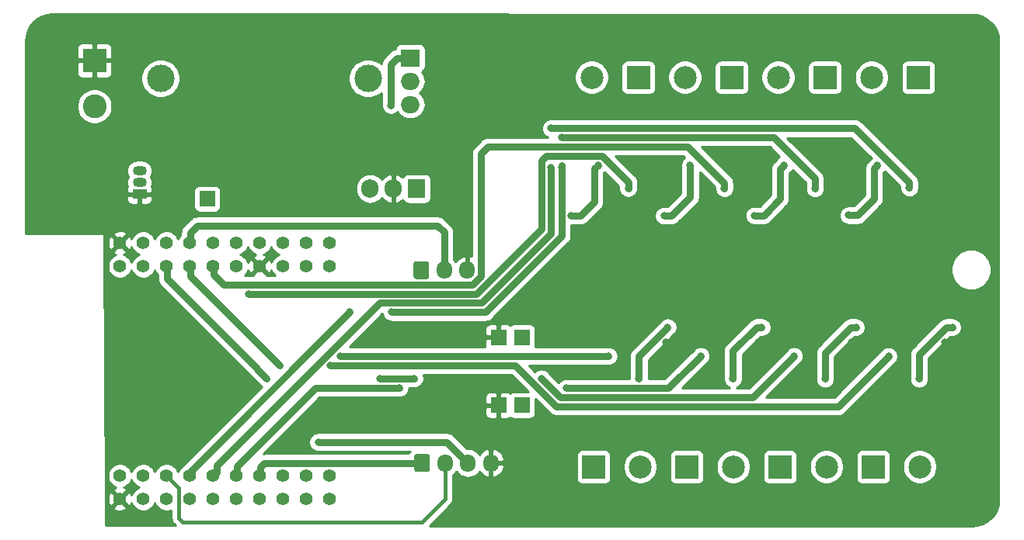
<source format=gbl>
G04 #@! TF.GenerationSoftware,KiCad,Pcbnew,5.1.12-84ad8e8a86~92~ubuntu20.04.1*
G04 #@! TF.CreationDate,2021-11-06T19:01:57+01:00*
G04 #@! TF.ProjectId,CC dimmer low voltage,43432064-696d-46d6-9572-206c6f772076,0.99*
G04 #@! TF.SameCoordinates,Original*
G04 #@! TF.FileFunction,Copper,L2,Bot*
G04 #@! TF.FilePolarity,Positive*
%FSLAX46Y46*%
G04 Gerber Fmt 4.6, Leading zero omitted, Abs format (unit mm)*
G04 Created by KiCad (PCBNEW 5.1.12-84ad8e8a86~92~ubuntu20.04.1) date 2021-11-06 19:01:57*
%MOMM*%
%LPD*%
G01*
G04 APERTURE LIST*
G04 #@! TA.AperFunction,ComponentPad*
%ADD10C,3.000000*%
G04 #@! TD*
G04 #@! TA.AperFunction,ComponentPad*
%ADD11R,1.700000X1.700000*%
G04 #@! TD*
G04 #@! TA.AperFunction,ComponentPad*
%ADD12O,1.700000X1.950000*%
G04 #@! TD*
G04 #@! TA.AperFunction,ComponentPad*
%ADD13O,2.000000X1.905000*%
G04 #@! TD*
G04 #@! TA.AperFunction,ComponentPad*
%ADD14R,2.000000X1.905000*%
G04 #@! TD*
G04 #@! TA.AperFunction,ComponentPad*
%ADD15O,1.500000X1.050000*%
G04 #@! TD*
G04 #@! TA.AperFunction,ComponentPad*
%ADD16R,1.500000X1.050000*%
G04 #@! TD*
G04 #@! TA.AperFunction,ComponentPad*
%ADD17R,1.905000X2.000000*%
G04 #@! TD*
G04 #@! TA.AperFunction,ComponentPad*
%ADD18O,1.905000X2.000000*%
G04 #@! TD*
G04 #@! TA.AperFunction,ComponentPad*
%ADD19R,2.600000X2.600000*%
G04 #@! TD*
G04 #@! TA.AperFunction,ComponentPad*
%ADD20C,2.600000*%
G04 #@! TD*
G04 #@! TA.AperFunction,ComponentPad*
%ADD21C,2.500000*%
G04 #@! TD*
G04 #@! TA.AperFunction,ComponentPad*
%ADD22R,2.500000X2.500000*%
G04 #@! TD*
G04 #@! TA.AperFunction,ComponentPad*
%ADD23C,1.400000*%
G04 #@! TD*
G04 #@! TA.AperFunction,ViaPad*
%ADD24C,0.800000*%
G04 #@! TD*
G04 #@! TA.AperFunction,Conductor*
%ADD25C,0.800000*%
G04 #@! TD*
G04 #@! TA.AperFunction,Conductor*
%ADD26C,0.400000*%
G04 #@! TD*
G04 #@! TA.AperFunction,Conductor*
%ADD27C,0.254000*%
G04 #@! TD*
G04 #@! TA.AperFunction,Conductor*
%ADD28C,0.150000*%
G04 #@! TD*
G04 APERTURE END LIST*
D10*
X139601400Y-60172200D03*
X117001400Y-60172200D03*
D11*
X156362000Y-95855000D03*
X156372000Y-88435000D03*
G04 #@! TA.AperFunction,ComponentPad*
G36*
G01*
X144572000Y-81830000D02*
X144572000Y-80380000D01*
G75*
G02*
X144822000Y-80130000I250000J0D01*
G01*
X146022000Y-80130000D01*
G75*
G02*
X146272000Y-80380000I0J-250000D01*
G01*
X146272000Y-81830000D01*
G75*
G02*
X146022000Y-82080000I-250000J0D01*
G01*
X144822000Y-82080000D01*
G75*
G02*
X144572000Y-81830000I0J250000D01*
G01*
G37*
G04 #@! TD.AperFunction*
D12*
X147922000Y-81105000D03*
X150422000Y-81105000D03*
G04 #@! TA.AperFunction,ComponentPad*
G36*
G01*
X144642000Y-102860000D02*
X144642000Y-101410000D01*
G75*
G02*
X144892000Y-101160000I250000J0D01*
G01*
X146092000Y-101160000D01*
G75*
G02*
X146342000Y-101410000I0J-250000D01*
G01*
X146342000Y-102860000D01*
G75*
G02*
X146092000Y-103110000I-250000J0D01*
G01*
X144892000Y-103110000D01*
G75*
G02*
X144642000Y-102860000I0J250000D01*
G01*
G37*
G04 #@! TD.AperFunction*
X147992000Y-102135000D03*
X150492000Y-102135000D03*
X152992000Y-102135000D03*
D11*
X153832000Y-88435000D03*
X153822000Y-95855000D03*
X122100800Y-73304000D03*
D13*
X144224200Y-63017000D03*
X144224200Y-60477000D03*
D14*
X144224200Y-57937000D03*
D15*
X114709400Y-71526000D03*
X114709400Y-70256000D03*
D16*
X114709400Y-72796000D03*
D17*
X144910000Y-72211800D03*
D18*
X142370000Y-72211800D03*
X139830000Y-72211800D03*
D19*
X109802000Y-58215000D03*
D20*
X109802000Y-63215000D03*
D21*
X163992000Y-60065000D03*
D22*
X169072000Y-60065000D03*
X179242000Y-60065000D03*
D21*
X174162000Y-60065000D03*
X184322000Y-60065000D03*
D22*
X189402000Y-60065000D03*
X199572000Y-60065000D03*
D21*
X194492000Y-60065000D03*
D22*
X194662000Y-102555000D03*
D21*
X199742000Y-102555000D03*
X189582000Y-102555000D03*
D22*
X184502000Y-102555000D03*
X174342000Y-102555000D03*
D21*
X179422000Y-102555000D03*
X169272000Y-102555000D03*
D22*
X164192000Y-102555000D03*
D23*
X135442000Y-78125000D03*
X135442000Y-80665000D03*
X132902000Y-78125000D03*
X132902000Y-80665000D03*
X130362000Y-78125000D03*
X130362000Y-80665000D03*
X127822000Y-78125000D03*
X127822000Y-80665000D03*
X125282000Y-78125000D03*
X125282000Y-80665000D03*
X122742000Y-78125000D03*
X122742000Y-80665000D03*
X120202000Y-78125000D03*
X120202000Y-80665000D03*
X117662000Y-78125000D03*
X117662000Y-80665000D03*
X115122000Y-78125000D03*
X115122000Y-80665000D03*
X112582000Y-78125000D03*
X112582000Y-80665000D03*
X135442000Y-103525000D03*
X135442000Y-106065000D03*
X132902000Y-103525000D03*
X132902000Y-106065000D03*
X130362000Y-103525000D03*
X130362000Y-106065000D03*
X127822000Y-103525000D03*
X127822000Y-106065000D03*
X125282000Y-103525000D03*
X125282000Y-106065000D03*
X122742000Y-103525000D03*
X122742000Y-106065000D03*
X120202000Y-103525000D03*
X120202000Y-106065000D03*
X117662000Y-103525000D03*
X117662000Y-106065000D03*
X115122000Y-103525000D03*
X115122000Y-106065000D03*
X112582000Y-106065000D03*
X112582000Y-103525000D03*
D24*
X171859400Y-73659600D03*
X178234800Y-73672300D03*
X181854300Y-73634200D03*
X192052400Y-73608800D03*
X202453700Y-88975800D03*
X192268300Y-88950400D03*
X182171800Y-88950400D03*
X172088000Y-88975800D03*
X196370400Y-88975800D03*
X186058000Y-88950400D03*
X165826900Y-88975800D03*
X175859900Y-88950400D03*
X167955974Y-73659600D03*
X188191600Y-73634200D03*
X198542100Y-73608800D03*
X140022000Y-88325000D03*
X104022000Y-75475000D03*
X117249400Y-75336000D03*
X149342300Y-56578100D03*
X159515000Y-55562100D03*
X181822000Y-57325000D03*
X192322000Y-57275000D03*
X205082600Y-56108200D03*
X205336600Y-75031200D03*
X205146100Y-65849100D03*
X206422000Y-85075000D03*
X204872000Y-105575000D03*
X205522000Y-96443400D03*
X193411300Y-106946300D03*
X183327500Y-107035200D03*
X173116700Y-106997100D03*
X161305700Y-106997100D03*
X160322000Y-98525000D03*
X142116000Y-96926000D03*
X130686000Y-100101000D03*
X123022000Y-92575000D03*
X115022000Y-100825000D03*
X114950700Y-84264100D03*
X135054800Y-66357100D03*
X135575500Y-56514600D03*
X121630900Y-56425700D03*
X128158700Y-61848600D03*
X103922000Y-55165000D03*
X144512000Y-88955000D03*
X117772000Y-108325000D03*
X136772000Y-74075000D03*
X124022000Y-66325000D03*
X103862000Y-66195000D03*
X142103300Y-63093200D03*
X164683900Y-69621000D03*
X171856600Y-75159600D03*
X195118800Y-69671800D03*
X184950600Y-69646400D03*
X181712800Y-75134200D03*
X191988200Y-75108800D03*
X172272000Y-87325000D03*
X182522000Y-87325000D03*
X192772000Y-87325000D03*
X203272000Y-87325000D03*
X199660600Y-92963600D03*
X189410600Y-92963600D03*
X179383400Y-92963600D03*
X169133400Y-92963600D03*
X174726000Y-69621000D03*
X161772000Y-75145000D03*
X134178500Y-99859700D03*
X167960500Y-72161000D03*
X126582000Y-83680020D03*
X178450700Y-72186400D03*
X137632000Y-85685000D03*
X142196962Y-85680038D03*
X160708800Y-69948200D03*
X188312000Y-72195000D03*
X160742000Y-66617680D03*
X198604200Y-72108800D03*
X159559330Y-65617670D03*
X159559330Y-69935000D03*
X196333700Y-90475800D03*
X129987500Y-91477700D03*
X135515290Y-91461710D03*
X186034000Y-90450400D03*
X128577800Y-92912800D03*
X158507613Y-92904187D03*
X140909500Y-92912800D03*
X144672787Y-92904187D03*
X175861300Y-90450400D03*
X161232792Y-93963608D03*
X143046392Y-93963608D03*
X165825500Y-90475800D03*
X136629600Y-90461700D03*
D25*
X144224200Y-57937000D02*
X142776400Y-57937000D01*
X142776400Y-57937000D02*
X142090600Y-58622800D01*
X142090600Y-63080500D02*
X142103300Y-63093200D01*
X142090600Y-58622800D02*
X142090600Y-63080500D01*
X181712800Y-75134200D02*
X182712800Y-75134200D01*
X182712800Y-75134200D02*
X184522000Y-73325000D01*
X184522000Y-70075000D02*
X184921238Y-69675762D01*
X184522000Y-73325000D02*
X184522000Y-70075000D01*
X191988200Y-75108800D02*
X192988200Y-75108800D01*
X192988200Y-75108800D02*
X194772000Y-73325000D01*
X194772000Y-70018600D02*
X195118800Y-69671800D01*
X194772000Y-73325000D02*
X194772000Y-70018600D01*
X189410600Y-90120715D02*
X189410600Y-92963600D01*
X192206315Y-87325000D02*
X189410600Y-90120715D01*
X192772000Y-87325000D02*
X192206315Y-87325000D01*
X199660600Y-90288898D02*
X199660600Y-92963600D01*
X202624498Y-87325000D02*
X199660600Y-90288898D01*
X203272000Y-87325000D02*
X202624498Y-87325000D01*
X179383400Y-89897915D02*
X179383400Y-92963600D01*
X181956315Y-87325000D02*
X179383400Y-89897915D01*
X182522000Y-87325000D02*
X181956315Y-87325000D01*
X169133400Y-90463600D02*
X169133400Y-92963600D01*
X172272000Y-87325000D02*
X169133400Y-90463600D01*
X172687400Y-75159600D02*
X171856600Y-75159600D01*
X174726000Y-73121000D02*
X172687400Y-75159600D01*
X174726000Y-69621000D02*
X174726000Y-73121000D01*
X164277500Y-73669500D02*
X162792000Y-75155000D01*
X164277500Y-70027400D02*
X164277500Y-73669500D01*
X164683900Y-69621000D02*
X164277500Y-70027400D01*
X162782000Y-75145000D02*
X162792000Y-75155000D01*
X161772000Y-75145000D02*
X162782000Y-75145000D01*
X121034000Y-76225000D02*
X147196000Y-76225000D01*
X120212000Y-77047000D02*
X121034000Y-76225000D01*
X120212000Y-78155000D02*
X120212000Y-77047000D01*
X147922000Y-76951000D02*
X147196000Y-76225000D01*
X147922000Y-81105000D02*
X147922000Y-76951000D01*
X145492000Y-102135000D02*
X128312000Y-102135000D01*
X127832000Y-102615000D02*
X127832000Y-103555000D01*
X128312000Y-102135000D02*
X127832000Y-102615000D01*
D26*
X148022000Y-102165000D02*
X147992000Y-102135000D01*
X148022000Y-106075000D02*
X148022000Y-102165000D01*
X145487000Y-108610000D02*
X148022000Y-106075000D01*
X119433800Y-108610000D02*
X145487000Y-108610000D01*
X119002000Y-108178200D02*
X119433800Y-108610000D01*
X119002000Y-104876200D02*
X119002000Y-108178200D01*
X117732000Y-103606200D02*
X119002000Y-104876200D01*
D25*
X148204000Y-99847000D02*
X150492000Y-102135000D01*
X134191200Y-99847000D02*
X148204000Y-99847000D01*
X134178500Y-99859700D02*
X134191200Y-99847000D01*
X159060868Y-68617700D02*
X159060868Y-68620999D01*
X165094826Y-68617700D02*
X159060868Y-68617700D01*
X167960500Y-71483374D02*
X165094826Y-68617700D01*
X159060868Y-68620999D02*
X158537560Y-69144307D01*
X167960500Y-72161000D02*
X167960500Y-71483374D01*
X158537560Y-72640560D02*
X158537560Y-74667090D01*
X158537560Y-69144307D02*
X158537560Y-72640560D01*
X158537560Y-76579290D02*
X151436830Y-83680020D01*
X158537560Y-74667090D02*
X158537560Y-76579290D01*
X151436830Y-83680020D02*
X126582000Y-83680020D01*
X178450700Y-71620715D02*
X174447675Y-67617690D01*
X178450700Y-72186400D02*
X178450700Y-71620715D01*
X155914690Y-67617690D02*
X155468308Y-67617690D01*
X174447675Y-67617690D02*
X155914690Y-67617690D01*
X122752000Y-80695000D02*
X122752000Y-81555000D01*
X151022613Y-82680010D02*
X151902000Y-81800623D01*
X123877010Y-82680010D02*
X151022613Y-82680010D01*
X122752000Y-81555000D02*
X123877010Y-82680010D01*
X151902000Y-81800623D02*
X151902000Y-68405000D01*
X152689310Y-67617690D02*
X155914690Y-67617690D01*
X151902000Y-68405000D02*
X152689310Y-67617690D01*
X160708800Y-77378200D02*
X152600870Y-85486130D01*
X160708800Y-69621000D02*
X160708800Y-69948200D01*
X152406962Y-85680038D02*
X142196962Y-85680038D01*
X152600870Y-85486130D02*
X152406962Y-85680038D01*
X120212000Y-103105000D02*
X120212000Y-103555000D01*
X137632000Y-85685000D02*
X120212000Y-103105000D01*
X160708800Y-69948200D02*
X160708800Y-77378200D01*
X188312000Y-72195000D02*
X188312000Y-71117680D01*
X188312000Y-71117680D02*
X183812000Y-66617680D01*
X183812000Y-66617680D02*
X160742000Y-66617680D01*
X198604200Y-71543115D02*
X192678755Y-65617670D01*
X198604200Y-72108800D02*
X198604200Y-71543115D01*
X159559330Y-77113444D02*
X151992744Y-84680030D01*
X140882743Y-84680030D02*
X123157773Y-102405000D01*
X151992744Y-84680030D02*
X140882743Y-84680030D01*
X123157773Y-103149227D02*
X122752000Y-103555000D01*
X123157773Y-102405000D02*
X123157773Y-103149227D01*
X192678755Y-65617670D02*
X160194670Y-65617670D01*
X160194670Y-65617670D02*
X159559330Y-65617670D01*
X160734200Y-65617670D02*
X160194670Y-65617670D01*
X159559330Y-69935000D02*
X159559330Y-77113444D01*
X196333700Y-90475800D02*
X190845872Y-95963628D01*
X190845872Y-95963628D02*
X173176526Y-95963628D01*
X173176526Y-95963628D02*
X161242200Y-95963628D01*
X120272000Y-80746200D02*
X120272000Y-81762200D01*
X120272000Y-81762200D02*
X129987500Y-91477700D01*
X161242200Y-95963628D02*
X160152828Y-95963628D01*
X155650910Y-91461710D02*
X135515290Y-91461710D01*
X160152828Y-95963628D02*
X155650910Y-91461710D01*
X186034000Y-90450400D02*
X181520782Y-94963618D01*
X181520782Y-94963618D02*
X172762309Y-94963618D01*
X172762309Y-94963618D02*
X161286882Y-94963618D01*
X117732000Y-80746200D02*
X117732000Y-82054300D01*
X117732000Y-82054300D02*
X127549100Y-91871400D01*
X127549100Y-91871400D02*
X127549100Y-91884100D01*
X127549100Y-91884100D02*
X128577800Y-92912800D01*
X161286882Y-94963618D02*
X161204100Y-94963618D01*
X161286882Y-94963618D02*
X160567044Y-94963618D01*
X160567044Y-94963618D02*
X158507613Y-92904187D01*
X144664174Y-92912800D02*
X144672787Y-92904187D01*
X140909500Y-92912800D02*
X144664174Y-92912800D01*
X172348092Y-93963608D02*
X161232792Y-93963608D01*
X125352000Y-103606200D02*
X125352000Y-102475900D01*
X125352000Y-102475900D02*
X133873700Y-93954200D01*
X143036984Y-93954200D02*
X143046392Y-93963608D01*
X133873700Y-93954200D02*
X143036984Y-93954200D01*
X175861300Y-90450400D02*
X172348092Y-93963608D01*
X165825500Y-90475800D02*
X161253500Y-90475800D01*
X161253500Y-90475800D02*
X161267600Y-90461700D01*
X161267600Y-90461700D02*
X136629600Y-90461700D01*
D27*
X205429913Y-53211782D02*
X206020609Y-53269700D01*
X206556402Y-53431466D01*
X207050569Y-53694219D01*
X207484290Y-54047953D01*
X207841043Y-54479193D01*
X208107242Y-54971519D01*
X208272743Y-55506165D01*
X208334600Y-56094705D01*
X208334601Y-106112686D01*
X208276700Y-106703209D01*
X208114935Y-107239000D01*
X207852180Y-107733172D01*
X207498447Y-108166890D01*
X207067206Y-108523644D01*
X206574881Y-108789842D01*
X206040238Y-108955342D01*
X205451744Y-109017195D01*
X146290627Y-108987240D01*
X148583428Y-106694440D01*
X148615291Y-106668291D01*
X148719636Y-106541146D01*
X148797172Y-106396087D01*
X148844918Y-106238689D01*
X148857000Y-106116019D01*
X148857000Y-106116009D01*
X148861039Y-106075001D01*
X148857000Y-106033993D01*
X148857000Y-103471173D01*
X149047134Y-103315134D01*
X149232706Y-103089014D01*
X149242000Y-103071626D01*
X149251294Y-103089014D01*
X149436866Y-103315134D01*
X149662987Y-103500706D01*
X149920967Y-103638599D01*
X150200890Y-103723513D01*
X150492000Y-103752185D01*
X150783111Y-103723513D01*
X151063034Y-103638599D01*
X151321014Y-103500706D01*
X151547134Y-103315134D01*
X151732706Y-103089014D01*
X151746462Y-103063278D01*
X151902951Y-103269429D01*
X152120807Y-103462496D01*
X152372142Y-103609352D01*
X152635110Y-103701476D01*
X152865000Y-103580155D01*
X152865000Y-102262000D01*
X153119000Y-102262000D01*
X153119000Y-103580155D01*
X153348890Y-103701476D01*
X153611858Y-103609352D01*
X153863193Y-103462496D01*
X154081049Y-103269429D01*
X154257053Y-103037570D01*
X154384442Y-102775830D01*
X154458320Y-102494267D01*
X154318165Y-102262000D01*
X153119000Y-102262000D01*
X152865000Y-102262000D01*
X152845000Y-102262000D01*
X152845000Y-102008000D01*
X152865000Y-102008000D01*
X152865000Y-100689845D01*
X153119000Y-100689845D01*
X153119000Y-102008000D01*
X154318165Y-102008000D01*
X154458320Y-101775733D01*
X154384442Y-101494170D01*
X154292373Y-101305000D01*
X162303928Y-101305000D01*
X162303928Y-103805000D01*
X162316188Y-103929482D01*
X162352498Y-104049180D01*
X162411463Y-104159494D01*
X162490815Y-104256185D01*
X162587506Y-104335537D01*
X162697820Y-104394502D01*
X162817518Y-104430812D01*
X162942000Y-104443072D01*
X165442000Y-104443072D01*
X165566482Y-104430812D01*
X165686180Y-104394502D01*
X165796494Y-104335537D01*
X165893185Y-104256185D01*
X165972537Y-104159494D01*
X166031502Y-104049180D01*
X166067812Y-103929482D01*
X166080072Y-103805000D01*
X166080072Y-102369344D01*
X167387000Y-102369344D01*
X167387000Y-102740656D01*
X167459439Y-103104834D01*
X167601534Y-103447882D01*
X167807825Y-103756618D01*
X168070382Y-104019175D01*
X168379118Y-104225466D01*
X168722166Y-104367561D01*
X169086344Y-104440000D01*
X169457656Y-104440000D01*
X169821834Y-104367561D01*
X170164882Y-104225466D01*
X170473618Y-104019175D01*
X170736175Y-103756618D01*
X170942466Y-103447882D01*
X171084561Y-103104834D01*
X171157000Y-102740656D01*
X171157000Y-102369344D01*
X171084561Y-102005166D01*
X170942466Y-101662118D01*
X170736175Y-101353382D01*
X170687793Y-101305000D01*
X172453928Y-101305000D01*
X172453928Y-103805000D01*
X172466188Y-103929482D01*
X172502498Y-104049180D01*
X172561463Y-104159494D01*
X172640815Y-104256185D01*
X172737506Y-104335537D01*
X172847820Y-104394502D01*
X172967518Y-104430812D01*
X173092000Y-104443072D01*
X175592000Y-104443072D01*
X175716482Y-104430812D01*
X175836180Y-104394502D01*
X175946494Y-104335537D01*
X176043185Y-104256185D01*
X176122537Y-104159494D01*
X176181502Y-104049180D01*
X176217812Y-103929482D01*
X176230072Y-103805000D01*
X176230072Y-102369344D01*
X177537000Y-102369344D01*
X177537000Y-102740656D01*
X177609439Y-103104834D01*
X177751534Y-103447882D01*
X177957825Y-103756618D01*
X178220382Y-104019175D01*
X178529118Y-104225466D01*
X178872166Y-104367561D01*
X179236344Y-104440000D01*
X179607656Y-104440000D01*
X179971834Y-104367561D01*
X180314882Y-104225466D01*
X180623618Y-104019175D01*
X180886175Y-103756618D01*
X181092466Y-103447882D01*
X181234561Y-103104834D01*
X181307000Y-102740656D01*
X181307000Y-102369344D01*
X181234561Y-102005166D01*
X181092466Y-101662118D01*
X180886175Y-101353382D01*
X180837793Y-101305000D01*
X182613928Y-101305000D01*
X182613928Y-103805000D01*
X182626188Y-103929482D01*
X182662498Y-104049180D01*
X182721463Y-104159494D01*
X182800815Y-104256185D01*
X182897506Y-104335537D01*
X183007820Y-104394502D01*
X183127518Y-104430812D01*
X183252000Y-104443072D01*
X185752000Y-104443072D01*
X185876482Y-104430812D01*
X185996180Y-104394502D01*
X186106494Y-104335537D01*
X186203185Y-104256185D01*
X186282537Y-104159494D01*
X186341502Y-104049180D01*
X186377812Y-103929482D01*
X186390072Y-103805000D01*
X186390072Y-102369344D01*
X187697000Y-102369344D01*
X187697000Y-102740656D01*
X187769439Y-103104834D01*
X187911534Y-103447882D01*
X188117825Y-103756618D01*
X188380382Y-104019175D01*
X188689118Y-104225466D01*
X189032166Y-104367561D01*
X189396344Y-104440000D01*
X189767656Y-104440000D01*
X190131834Y-104367561D01*
X190474882Y-104225466D01*
X190783618Y-104019175D01*
X191046175Y-103756618D01*
X191252466Y-103447882D01*
X191394561Y-103104834D01*
X191467000Y-102740656D01*
X191467000Y-102369344D01*
X191394561Y-102005166D01*
X191252466Y-101662118D01*
X191046175Y-101353382D01*
X190997793Y-101305000D01*
X192773928Y-101305000D01*
X192773928Y-103805000D01*
X192786188Y-103929482D01*
X192822498Y-104049180D01*
X192881463Y-104159494D01*
X192960815Y-104256185D01*
X193057506Y-104335537D01*
X193167820Y-104394502D01*
X193287518Y-104430812D01*
X193412000Y-104443072D01*
X195912000Y-104443072D01*
X196036482Y-104430812D01*
X196156180Y-104394502D01*
X196266494Y-104335537D01*
X196363185Y-104256185D01*
X196442537Y-104159494D01*
X196501502Y-104049180D01*
X196537812Y-103929482D01*
X196550072Y-103805000D01*
X196550072Y-102369344D01*
X197857000Y-102369344D01*
X197857000Y-102740656D01*
X197929439Y-103104834D01*
X198071534Y-103447882D01*
X198277825Y-103756618D01*
X198540382Y-104019175D01*
X198849118Y-104225466D01*
X199192166Y-104367561D01*
X199556344Y-104440000D01*
X199927656Y-104440000D01*
X200291834Y-104367561D01*
X200634882Y-104225466D01*
X200943618Y-104019175D01*
X201206175Y-103756618D01*
X201412466Y-103447882D01*
X201554561Y-103104834D01*
X201627000Y-102740656D01*
X201627000Y-102369344D01*
X201554561Y-102005166D01*
X201412466Y-101662118D01*
X201206175Y-101353382D01*
X200943618Y-101090825D01*
X200634882Y-100884534D01*
X200291834Y-100742439D01*
X199927656Y-100670000D01*
X199556344Y-100670000D01*
X199192166Y-100742439D01*
X198849118Y-100884534D01*
X198540382Y-101090825D01*
X198277825Y-101353382D01*
X198071534Y-101662118D01*
X197929439Y-102005166D01*
X197857000Y-102369344D01*
X196550072Y-102369344D01*
X196550072Y-101305000D01*
X196537812Y-101180518D01*
X196501502Y-101060820D01*
X196442537Y-100950506D01*
X196363185Y-100853815D01*
X196266494Y-100774463D01*
X196156180Y-100715498D01*
X196036482Y-100679188D01*
X195912000Y-100666928D01*
X193412000Y-100666928D01*
X193287518Y-100679188D01*
X193167820Y-100715498D01*
X193057506Y-100774463D01*
X192960815Y-100853815D01*
X192881463Y-100950506D01*
X192822498Y-101060820D01*
X192786188Y-101180518D01*
X192773928Y-101305000D01*
X190997793Y-101305000D01*
X190783618Y-101090825D01*
X190474882Y-100884534D01*
X190131834Y-100742439D01*
X189767656Y-100670000D01*
X189396344Y-100670000D01*
X189032166Y-100742439D01*
X188689118Y-100884534D01*
X188380382Y-101090825D01*
X188117825Y-101353382D01*
X187911534Y-101662118D01*
X187769439Y-102005166D01*
X187697000Y-102369344D01*
X186390072Y-102369344D01*
X186390072Y-101305000D01*
X186377812Y-101180518D01*
X186341502Y-101060820D01*
X186282537Y-100950506D01*
X186203185Y-100853815D01*
X186106494Y-100774463D01*
X185996180Y-100715498D01*
X185876482Y-100679188D01*
X185752000Y-100666928D01*
X183252000Y-100666928D01*
X183127518Y-100679188D01*
X183007820Y-100715498D01*
X182897506Y-100774463D01*
X182800815Y-100853815D01*
X182721463Y-100950506D01*
X182662498Y-101060820D01*
X182626188Y-101180518D01*
X182613928Y-101305000D01*
X180837793Y-101305000D01*
X180623618Y-101090825D01*
X180314882Y-100884534D01*
X179971834Y-100742439D01*
X179607656Y-100670000D01*
X179236344Y-100670000D01*
X178872166Y-100742439D01*
X178529118Y-100884534D01*
X178220382Y-101090825D01*
X177957825Y-101353382D01*
X177751534Y-101662118D01*
X177609439Y-102005166D01*
X177537000Y-102369344D01*
X176230072Y-102369344D01*
X176230072Y-101305000D01*
X176217812Y-101180518D01*
X176181502Y-101060820D01*
X176122537Y-100950506D01*
X176043185Y-100853815D01*
X175946494Y-100774463D01*
X175836180Y-100715498D01*
X175716482Y-100679188D01*
X175592000Y-100666928D01*
X173092000Y-100666928D01*
X172967518Y-100679188D01*
X172847820Y-100715498D01*
X172737506Y-100774463D01*
X172640815Y-100853815D01*
X172561463Y-100950506D01*
X172502498Y-101060820D01*
X172466188Y-101180518D01*
X172453928Y-101305000D01*
X170687793Y-101305000D01*
X170473618Y-101090825D01*
X170164882Y-100884534D01*
X169821834Y-100742439D01*
X169457656Y-100670000D01*
X169086344Y-100670000D01*
X168722166Y-100742439D01*
X168379118Y-100884534D01*
X168070382Y-101090825D01*
X167807825Y-101353382D01*
X167601534Y-101662118D01*
X167459439Y-102005166D01*
X167387000Y-102369344D01*
X166080072Y-102369344D01*
X166080072Y-101305000D01*
X166067812Y-101180518D01*
X166031502Y-101060820D01*
X165972537Y-100950506D01*
X165893185Y-100853815D01*
X165796494Y-100774463D01*
X165686180Y-100715498D01*
X165566482Y-100679188D01*
X165442000Y-100666928D01*
X162942000Y-100666928D01*
X162817518Y-100679188D01*
X162697820Y-100715498D01*
X162587506Y-100774463D01*
X162490815Y-100853815D01*
X162411463Y-100950506D01*
X162352498Y-101060820D01*
X162316188Y-101180518D01*
X162303928Y-101305000D01*
X154292373Y-101305000D01*
X154257053Y-101232430D01*
X154081049Y-101000571D01*
X153863193Y-100807504D01*
X153611858Y-100660648D01*
X153348890Y-100568524D01*
X153119000Y-100689845D01*
X152865000Y-100689845D01*
X152635110Y-100568524D01*
X152372142Y-100660648D01*
X152120807Y-100807504D01*
X151902951Y-101000571D01*
X151746462Y-101206722D01*
X151732706Y-101180986D01*
X151547134Y-100954866D01*
X151321013Y-100769294D01*
X151063033Y-100631401D01*
X150783110Y-100546487D01*
X150492000Y-100517815D01*
X150352286Y-100531576D01*
X148971807Y-99151097D01*
X148939396Y-99111604D01*
X148781797Y-98982266D01*
X148601993Y-98886159D01*
X148406895Y-98826976D01*
X148254838Y-98812000D01*
X148254828Y-98812000D01*
X148204000Y-98806994D01*
X148153172Y-98812000D01*
X134242035Y-98812000D01*
X134191200Y-98806993D01*
X134140365Y-98812000D01*
X134140362Y-98812000D01*
X133988305Y-98826976D01*
X133793207Y-98886159D01*
X133613403Y-98982266D01*
X133546282Y-99037351D01*
X133518726Y-99055763D01*
X133495292Y-99079197D01*
X133455804Y-99111604D01*
X133423397Y-99151092D01*
X133374563Y-99199926D01*
X133346171Y-99242417D01*
X133313766Y-99281903D01*
X133289687Y-99326952D01*
X133261295Y-99369444D01*
X133241736Y-99416664D01*
X133217660Y-99461707D01*
X133202835Y-99510578D01*
X133183274Y-99557802D01*
X133173303Y-99607932D01*
X133158477Y-99656805D01*
X133153471Y-99707633D01*
X133143500Y-99757761D01*
X133143500Y-99808872D01*
X133138494Y-99859700D01*
X133143500Y-99910528D01*
X133143500Y-99961639D01*
X133153471Y-100011767D01*
X133158477Y-100062595D01*
X133173303Y-100111468D01*
X133183274Y-100161598D01*
X133202835Y-100208822D01*
X133217660Y-100257693D01*
X133241736Y-100302736D01*
X133261295Y-100349956D01*
X133289687Y-100392448D01*
X133313766Y-100437497D01*
X133346172Y-100476984D01*
X133374563Y-100519474D01*
X133410697Y-100555608D01*
X133443104Y-100595096D01*
X133482592Y-100627503D01*
X133518726Y-100663637D01*
X133561216Y-100692028D01*
X133600703Y-100724434D01*
X133645752Y-100748513D01*
X133688244Y-100776905D01*
X133735464Y-100796464D01*
X133780507Y-100820540D01*
X133829378Y-100835365D01*
X133876602Y-100854926D01*
X133926732Y-100864897D01*
X133975605Y-100879723D01*
X134026433Y-100884729D01*
X134076561Y-100894700D01*
X134127672Y-100894700D01*
X134178500Y-100899706D01*
X134229328Y-100894700D01*
X134280439Y-100894700D01*
X134330567Y-100884729D01*
X134358276Y-100882000D01*
X144182002Y-100882000D01*
X144153595Y-100916614D01*
X144071528Y-101070150D01*
X144062473Y-101100000D01*
X128362835Y-101100000D01*
X128312000Y-101094993D01*
X128261165Y-101100000D01*
X128261162Y-101100000D01*
X128184012Y-101107598D01*
X132586610Y-96705000D01*
X152333928Y-96705000D01*
X152346188Y-96829482D01*
X152382498Y-96949180D01*
X152441463Y-97059494D01*
X152520815Y-97156185D01*
X152617506Y-97235537D01*
X152727820Y-97294502D01*
X152847518Y-97330812D01*
X152972000Y-97343072D01*
X153536250Y-97340000D01*
X153695000Y-97181250D01*
X153695000Y-95982000D01*
X152495750Y-95982000D01*
X152337000Y-96140750D01*
X152333928Y-96705000D01*
X132586610Y-96705000D01*
X134286610Y-95005000D01*
X152333928Y-95005000D01*
X152337000Y-95569250D01*
X152495750Y-95728000D01*
X153695000Y-95728000D01*
X153695000Y-94528750D01*
X153536250Y-94370000D01*
X152972000Y-94366928D01*
X152847518Y-94379188D01*
X152727820Y-94415498D01*
X152617506Y-94474463D01*
X152520815Y-94553815D01*
X152441463Y-94650506D01*
X152382498Y-94760820D01*
X152346188Y-94880518D01*
X152333928Y-95005000D01*
X134286610Y-95005000D01*
X134302411Y-94989200D01*
X142897155Y-94989200D01*
X142944453Y-94998608D01*
X142995557Y-94998608D01*
X143046392Y-95003615D01*
X143097227Y-94998608D01*
X143148331Y-94998608D01*
X143198456Y-94988638D01*
X143249287Y-94983631D01*
X143298160Y-94968805D01*
X143348290Y-94958834D01*
X143395514Y-94939273D01*
X143444385Y-94924448D01*
X143489428Y-94900372D01*
X143536648Y-94880813D01*
X143579140Y-94852421D01*
X143624189Y-94828342D01*
X143663676Y-94795936D01*
X143706166Y-94767545D01*
X143742300Y-94731411D01*
X143781788Y-94699004D01*
X143814195Y-94659516D01*
X143850329Y-94623382D01*
X143878720Y-94580892D01*
X143911126Y-94541405D01*
X143935205Y-94496356D01*
X143963597Y-94453864D01*
X143983156Y-94406644D01*
X144007232Y-94361601D01*
X144022057Y-94312730D01*
X144041618Y-94265506D01*
X144051589Y-94215376D01*
X144066415Y-94166503D01*
X144071422Y-94115672D01*
X144081392Y-94065547D01*
X144081392Y-94014443D01*
X144086399Y-93963608D01*
X144084842Y-93947800D01*
X144613346Y-93947800D01*
X144664174Y-93952806D01*
X144715002Y-93947800D01*
X144715012Y-93947800D01*
X144867069Y-93932824D01*
X145062167Y-93873641D01*
X145149159Y-93827143D01*
X145163043Y-93821392D01*
X145175538Y-93813043D01*
X145241971Y-93777534D01*
X145300199Y-93729747D01*
X145332561Y-93708124D01*
X145360082Y-93680603D01*
X145399570Y-93648196D01*
X145431977Y-93608708D01*
X145476724Y-93563961D01*
X145505116Y-93521470D01*
X145537521Y-93481984D01*
X145561601Y-93436933D01*
X145589992Y-93394443D01*
X145609549Y-93347229D01*
X145633628Y-93302180D01*
X145648454Y-93253303D01*
X145668013Y-93206085D01*
X145677984Y-93155955D01*
X145692810Y-93107081D01*
X145697816Y-93056252D01*
X145707787Y-93006126D01*
X145707787Y-92955022D01*
X145712794Y-92904187D01*
X145707787Y-92853352D01*
X145707787Y-92802248D01*
X145697817Y-92752123D01*
X145692810Y-92701292D01*
X145677984Y-92652417D01*
X145668013Y-92602289D01*
X145648455Y-92555072D01*
X145633628Y-92506194D01*
X145628559Y-92496710D01*
X155222200Y-92496710D01*
X157092418Y-94366928D01*
X155512000Y-94366928D01*
X155387518Y-94379188D01*
X155267820Y-94415498D01*
X155157506Y-94474463D01*
X155092000Y-94528222D01*
X155026494Y-94474463D01*
X154916180Y-94415498D01*
X154796482Y-94379188D01*
X154672000Y-94366928D01*
X154107750Y-94370000D01*
X153949000Y-94528750D01*
X153949000Y-95728000D01*
X153969000Y-95728000D01*
X153969000Y-95982000D01*
X153949000Y-95982000D01*
X153949000Y-97181250D01*
X154107750Y-97340000D01*
X154672000Y-97343072D01*
X154796482Y-97330812D01*
X154916180Y-97294502D01*
X155026494Y-97235537D01*
X155092000Y-97181778D01*
X155157506Y-97235537D01*
X155267820Y-97294502D01*
X155387518Y-97330812D01*
X155512000Y-97343072D01*
X157212000Y-97343072D01*
X157336482Y-97330812D01*
X157456180Y-97294502D01*
X157566494Y-97235537D01*
X157663185Y-97156185D01*
X157742537Y-97059494D01*
X157801502Y-96949180D01*
X157837812Y-96829482D01*
X157850072Y-96705000D01*
X157850072Y-95124583D01*
X159385025Y-96659536D01*
X159417432Y-96699024D01*
X159575031Y-96828362D01*
X159754835Y-96924469D01*
X159949933Y-96983652D01*
X160101990Y-96998628D01*
X160101999Y-96998628D01*
X160152827Y-97003634D01*
X160203655Y-96998628D01*
X190795044Y-96998628D01*
X190845872Y-97003634D01*
X190896700Y-96998628D01*
X190896710Y-96998628D01*
X191048767Y-96983652D01*
X191243865Y-96924469D01*
X191423669Y-96828362D01*
X191581268Y-96699024D01*
X191613679Y-96659531D01*
X197101503Y-91171708D01*
X197137637Y-91135574D01*
X197166025Y-91093088D01*
X197198434Y-91053598D01*
X197222516Y-91008544D01*
X197250905Y-90966056D01*
X197270462Y-90918841D01*
X197294540Y-90873794D01*
X197309366Y-90824920D01*
X197328926Y-90777698D01*
X197338897Y-90727568D01*
X197353723Y-90678695D01*
X197358730Y-90627864D01*
X197368700Y-90577739D01*
X197368700Y-90526635D01*
X197373707Y-90475800D01*
X197368700Y-90424965D01*
X197368700Y-90373861D01*
X197358730Y-90323736D01*
X197355299Y-90288898D01*
X198620594Y-90288898D01*
X198625600Y-90339726D01*
X198625601Y-92861656D01*
X198625600Y-92861661D01*
X198625600Y-93065539D01*
X198635571Y-93115667D01*
X198640577Y-93166495D01*
X198655403Y-93215368D01*
X198665374Y-93265498D01*
X198684935Y-93312722D01*
X198699760Y-93361593D01*
X198723835Y-93406634D01*
X198743395Y-93453856D01*
X198771791Y-93496353D01*
X198795867Y-93541397D01*
X198828268Y-93580878D01*
X198856663Y-93623374D01*
X198892803Y-93659514D01*
X198925205Y-93698996D01*
X198964687Y-93731398D01*
X199000826Y-93767537D01*
X199043321Y-93795931D01*
X199082804Y-93828334D01*
X199127850Y-93852412D01*
X199170344Y-93880805D01*
X199217562Y-93900363D01*
X199262608Y-93924441D01*
X199311484Y-93939268D01*
X199358702Y-93958826D01*
X199408826Y-93968796D01*
X199457706Y-93983624D01*
X199508542Y-93988631D01*
X199558661Y-93998600D01*
X199609762Y-93998600D01*
X199660600Y-94003607D01*
X199711438Y-93998600D01*
X199762539Y-93998600D01*
X199812657Y-93988631D01*
X199863495Y-93983624D01*
X199912377Y-93968796D01*
X199962498Y-93958826D01*
X200009713Y-93939269D01*
X200058593Y-93924441D01*
X200103642Y-93900362D01*
X200150856Y-93880805D01*
X200193346Y-93852414D01*
X200238397Y-93828334D01*
X200277884Y-93795928D01*
X200320374Y-93767537D01*
X200356508Y-93731403D01*
X200395996Y-93698996D01*
X200428403Y-93659508D01*
X200464537Y-93623374D01*
X200492928Y-93580884D01*
X200525334Y-93541397D01*
X200549414Y-93496346D01*
X200577805Y-93453856D01*
X200597362Y-93406642D01*
X200621441Y-93361593D01*
X200636269Y-93312713D01*
X200655826Y-93265498D01*
X200665796Y-93215377D01*
X200680624Y-93166495D01*
X200685631Y-93115657D01*
X200695600Y-93065539D01*
X200695600Y-90717608D01*
X203053209Y-88360000D01*
X203373939Y-88360000D01*
X203424057Y-88350031D01*
X203474895Y-88345024D01*
X203523777Y-88330196D01*
X203573898Y-88320226D01*
X203621113Y-88300669D01*
X203669993Y-88285841D01*
X203715042Y-88261762D01*
X203762256Y-88242205D01*
X203804746Y-88213814D01*
X203849797Y-88189734D01*
X203889284Y-88157328D01*
X203931774Y-88128937D01*
X203967908Y-88092803D01*
X204007396Y-88060396D01*
X204039803Y-88020908D01*
X204075937Y-87984774D01*
X204104328Y-87942284D01*
X204136734Y-87902797D01*
X204160814Y-87857746D01*
X204189205Y-87815256D01*
X204208762Y-87768042D01*
X204232841Y-87722993D01*
X204247669Y-87674113D01*
X204267226Y-87626898D01*
X204277196Y-87576777D01*
X204292024Y-87527895D01*
X204297031Y-87477057D01*
X204307000Y-87426939D01*
X204307000Y-87375838D01*
X204312007Y-87325000D01*
X204307000Y-87274162D01*
X204307000Y-87223061D01*
X204297031Y-87172943D01*
X204292024Y-87122105D01*
X204277196Y-87073223D01*
X204267226Y-87023102D01*
X204247669Y-86975887D01*
X204232841Y-86927007D01*
X204208762Y-86881958D01*
X204189205Y-86834744D01*
X204160814Y-86792254D01*
X204136734Y-86747203D01*
X204104328Y-86707716D01*
X204075937Y-86665226D01*
X204039803Y-86629092D01*
X204007396Y-86589604D01*
X203967908Y-86557197D01*
X203931774Y-86521063D01*
X203889284Y-86492672D01*
X203849797Y-86460266D01*
X203804746Y-86436186D01*
X203762256Y-86407795D01*
X203715042Y-86388238D01*
X203669993Y-86364159D01*
X203621113Y-86349331D01*
X203573898Y-86329774D01*
X203523777Y-86319804D01*
X203474895Y-86304976D01*
X203424057Y-86299969D01*
X203373939Y-86290000D01*
X202675333Y-86290000D01*
X202624498Y-86284993D01*
X202573663Y-86290000D01*
X202573660Y-86290000D01*
X202421603Y-86304976D01*
X202226505Y-86364159D01*
X202195170Y-86380908D01*
X202046700Y-86460266D01*
X201966438Y-86526136D01*
X201889102Y-86589604D01*
X201856695Y-86629092D01*
X198964697Y-89521091D01*
X198925204Y-89553502D01*
X198795866Y-89711101D01*
X198699759Y-89890906D01*
X198640576Y-90086004D01*
X198625600Y-90238061D01*
X198625600Y-90238070D01*
X198620594Y-90288898D01*
X197355299Y-90288898D01*
X197353723Y-90272905D01*
X197338897Y-90224032D01*
X197328926Y-90173902D01*
X197309365Y-90126678D01*
X197294540Y-90077807D01*
X197270464Y-90032764D01*
X197250905Y-89985544D01*
X197222513Y-89943052D01*
X197198434Y-89898003D01*
X197166028Y-89858516D01*
X197137637Y-89816026D01*
X197101503Y-89779892D01*
X197069096Y-89740404D01*
X197029608Y-89707997D01*
X196993474Y-89671863D01*
X196950984Y-89643472D01*
X196911497Y-89611066D01*
X196866448Y-89586987D01*
X196823956Y-89558595D01*
X196776736Y-89539036D01*
X196731693Y-89514960D01*
X196682822Y-89500135D01*
X196635598Y-89480574D01*
X196585468Y-89470603D01*
X196536595Y-89455777D01*
X196485764Y-89450770D01*
X196435639Y-89440800D01*
X196384535Y-89440800D01*
X196333700Y-89435793D01*
X196282865Y-89440800D01*
X196231761Y-89440800D01*
X196181636Y-89450770D01*
X196130805Y-89455777D01*
X196081932Y-89470603D01*
X196031802Y-89480574D01*
X195984580Y-89500134D01*
X195935706Y-89514960D01*
X195890659Y-89539038D01*
X195843444Y-89558595D01*
X195800956Y-89586984D01*
X195755902Y-89611066D01*
X195716412Y-89643475D01*
X195673926Y-89671863D01*
X195637792Y-89707997D01*
X190417162Y-94928628D01*
X183019482Y-94928628D01*
X186801803Y-91146308D01*
X186837937Y-91110174D01*
X186866325Y-91067688D01*
X186898734Y-91028198D01*
X186922816Y-90983144D01*
X186951205Y-90940656D01*
X186970762Y-90893441D01*
X186994840Y-90848394D01*
X187009666Y-90799519D01*
X187029226Y-90752298D01*
X187039197Y-90702171D01*
X187054023Y-90653296D01*
X187059029Y-90602466D01*
X187069000Y-90552339D01*
X187069000Y-90501229D01*
X187074006Y-90450401D01*
X187069000Y-90399573D01*
X187069000Y-90348461D01*
X187059029Y-90298333D01*
X187054023Y-90247505D01*
X187039197Y-90198632D01*
X187029226Y-90148502D01*
X187017717Y-90120715D01*
X188370594Y-90120715D01*
X188375600Y-90171543D01*
X188375601Y-92861656D01*
X188375600Y-92861661D01*
X188375600Y-93065539D01*
X188385571Y-93115667D01*
X188390577Y-93166495D01*
X188405403Y-93215368D01*
X188415374Y-93265498D01*
X188434935Y-93312722D01*
X188449760Y-93361593D01*
X188473835Y-93406634D01*
X188493395Y-93453856D01*
X188521791Y-93496353D01*
X188545867Y-93541397D01*
X188578268Y-93580878D01*
X188606663Y-93623374D01*
X188642803Y-93659514D01*
X188675205Y-93698996D01*
X188714687Y-93731398D01*
X188750826Y-93767537D01*
X188793321Y-93795931D01*
X188832804Y-93828334D01*
X188877850Y-93852412D01*
X188920344Y-93880805D01*
X188967562Y-93900363D01*
X189012608Y-93924441D01*
X189061484Y-93939268D01*
X189108702Y-93958826D01*
X189158826Y-93968796D01*
X189207706Y-93983624D01*
X189258542Y-93988631D01*
X189308661Y-93998600D01*
X189359762Y-93998600D01*
X189410600Y-94003607D01*
X189461438Y-93998600D01*
X189512539Y-93998600D01*
X189562657Y-93988631D01*
X189613495Y-93983624D01*
X189662377Y-93968796D01*
X189712498Y-93958826D01*
X189759713Y-93939269D01*
X189808593Y-93924441D01*
X189853642Y-93900362D01*
X189900856Y-93880805D01*
X189943346Y-93852414D01*
X189988397Y-93828334D01*
X190027884Y-93795928D01*
X190070374Y-93767537D01*
X190106508Y-93731403D01*
X190145996Y-93698996D01*
X190178403Y-93659508D01*
X190214537Y-93623374D01*
X190242928Y-93580884D01*
X190275334Y-93541397D01*
X190299414Y-93496346D01*
X190327805Y-93453856D01*
X190347362Y-93406642D01*
X190371441Y-93361593D01*
X190386269Y-93312713D01*
X190405826Y-93265498D01*
X190415796Y-93215377D01*
X190430624Y-93166495D01*
X190435631Y-93115657D01*
X190445600Y-93065539D01*
X190445600Y-90549425D01*
X192635026Y-88360000D01*
X192873939Y-88360000D01*
X192924057Y-88350031D01*
X192974895Y-88345024D01*
X193023777Y-88330196D01*
X193073898Y-88320226D01*
X193121113Y-88300669D01*
X193169993Y-88285841D01*
X193215042Y-88261762D01*
X193262256Y-88242205D01*
X193304746Y-88213814D01*
X193349797Y-88189734D01*
X193389284Y-88157328D01*
X193431774Y-88128937D01*
X193467908Y-88092803D01*
X193507396Y-88060396D01*
X193539803Y-88020908D01*
X193575937Y-87984774D01*
X193604328Y-87942284D01*
X193636734Y-87902797D01*
X193660814Y-87857746D01*
X193689205Y-87815256D01*
X193708762Y-87768042D01*
X193732841Y-87722993D01*
X193747669Y-87674113D01*
X193767226Y-87626898D01*
X193777196Y-87576777D01*
X193792024Y-87527895D01*
X193797031Y-87477057D01*
X193807000Y-87426939D01*
X193807000Y-87375838D01*
X193812007Y-87325000D01*
X193807000Y-87274162D01*
X193807000Y-87223061D01*
X193797031Y-87172943D01*
X193792024Y-87122105D01*
X193777196Y-87073223D01*
X193767226Y-87023102D01*
X193747669Y-86975887D01*
X193732841Y-86927007D01*
X193708762Y-86881958D01*
X193689205Y-86834744D01*
X193660814Y-86792254D01*
X193636734Y-86747203D01*
X193604328Y-86707716D01*
X193575937Y-86665226D01*
X193539803Y-86629092D01*
X193507396Y-86589604D01*
X193467908Y-86557197D01*
X193431774Y-86521063D01*
X193389284Y-86492672D01*
X193349797Y-86460266D01*
X193304746Y-86436186D01*
X193262256Y-86407795D01*
X193215042Y-86388238D01*
X193169993Y-86364159D01*
X193121113Y-86349331D01*
X193073898Y-86329774D01*
X193023777Y-86319804D01*
X192974895Y-86304976D01*
X192924057Y-86299969D01*
X192873939Y-86290000D01*
X192257142Y-86290000D01*
X192206314Y-86284994D01*
X192155486Y-86290000D01*
X192155477Y-86290000D01*
X192003420Y-86304976D01*
X191808322Y-86364159D01*
X191776987Y-86380908D01*
X191628517Y-86460266D01*
X191548255Y-86526136D01*
X191470919Y-86589604D01*
X191438512Y-86629092D01*
X188714697Y-89352908D01*
X188675204Y-89385319D01*
X188545866Y-89542918D01*
X188449759Y-89722723D01*
X188390576Y-89917821D01*
X188375600Y-90069878D01*
X188375600Y-90069887D01*
X188370594Y-90120715D01*
X187017717Y-90120715D01*
X187009665Y-90101278D01*
X186994840Y-90052407D01*
X186970764Y-90007364D01*
X186951205Y-89960144D01*
X186922813Y-89917652D01*
X186898734Y-89872603D01*
X186866330Y-89833119D01*
X186837937Y-89790626D01*
X186801795Y-89754484D01*
X186769395Y-89715005D01*
X186729916Y-89682605D01*
X186693774Y-89646463D01*
X186651281Y-89618070D01*
X186611797Y-89585666D01*
X186566748Y-89561587D01*
X186524256Y-89533195D01*
X186477036Y-89513636D01*
X186431993Y-89489560D01*
X186383122Y-89474735D01*
X186335898Y-89455174D01*
X186285768Y-89445203D01*
X186236895Y-89430377D01*
X186186067Y-89425371D01*
X186135939Y-89415400D01*
X186084827Y-89415400D01*
X186033999Y-89410394D01*
X185983171Y-89415400D01*
X185932061Y-89415400D01*
X185881934Y-89425371D01*
X185831104Y-89430377D01*
X185782229Y-89445203D01*
X185732102Y-89455174D01*
X185684881Y-89474734D01*
X185636006Y-89489560D01*
X185590959Y-89513638D01*
X185543744Y-89533195D01*
X185501256Y-89561584D01*
X185456202Y-89585666D01*
X185416712Y-89618075D01*
X185374226Y-89646463D01*
X185338092Y-89682597D01*
X181092072Y-93928618D01*
X179767623Y-93928618D01*
X179781393Y-93924441D01*
X179826442Y-93900362D01*
X179873656Y-93880805D01*
X179916146Y-93852414D01*
X179961197Y-93828334D01*
X180000684Y-93795928D01*
X180043174Y-93767537D01*
X180079308Y-93731403D01*
X180118796Y-93698996D01*
X180151203Y-93659508D01*
X180187337Y-93623374D01*
X180215728Y-93580884D01*
X180248134Y-93541397D01*
X180272214Y-93496346D01*
X180300605Y-93453856D01*
X180320162Y-93406642D01*
X180344241Y-93361593D01*
X180359069Y-93312713D01*
X180378626Y-93265498D01*
X180388596Y-93215377D01*
X180403424Y-93166495D01*
X180408431Y-93115657D01*
X180418400Y-93065539D01*
X180418400Y-90326625D01*
X182385026Y-88360000D01*
X182623939Y-88360000D01*
X182674057Y-88350031D01*
X182724895Y-88345024D01*
X182773777Y-88330196D01*
X182823898Y-88320226D01*
X182871113Y-88300669D01*
X182919993Y-88285841D01*
X182965042Y-88261762D01*
X183012256Y-88242205D01*
X183054746Y-88213814D01*
X183099797Y-88189734D01*
X183139284Y-88157328D01*
X183181774Y-88128937D01*
X183217908Y-88092803D01*
X183257396Y-88060396D01*
X183289803Y-88020908D01*
X183325937Y-87984774D01*
X183354328Y-87942284D01*
X183386734Y-87902797D01*
X183410814Y-87857746D01*
X183439205Y-87815256D01*
X183458762Y-87768042D01*
X183482841Y-87722993D01*
X183497669Y-87674113D01*
X183517226Y-87626898D01*
X183527196Y-87576777D01*
X183542024Y-87527895D01*
X183547031Y-87477057D01*
X183557000Y-87426939D01*
X183557000Y-87375838D01*
X183562007Y-87325000D01*
X183557000Y-87274162D01*
X183557000Y-87223061D01*
X183547031Y-87172943D01*
X183542024Y-87122105D01*
X183527196Y-87073223D01*
X183517226Y-87023102D01*
X183497669Y-86975887D01*
X183482841Y-86927007D01*
X183458762Y-86881958D01*
X183439205Y-86834744D01*
X183410814Y-86792254D01*
X183386734Y-86747203D01*
X183354328Y-86707716D01*
X183325937Y-86665226D01*
X183289803Y-86629092D01*
X183257396Y-86589604D01*
X183217908Y-86557197D01*
X183181774Y-86521063D01*
X183139284Y-86492672D01*
X183099797Y-86460266D01*
X183054746Y-86436186D01*
X183012256Y-86407795D01*
X182965042Y-86388238D01*
X182919993Y-86364159D01*
X182871113Y-86349331D01*
X182823898Y-86329774D01*
X182773777Y-86319804D01*
X182724895Y-86304976D01*
X182674057Y-86299969D01*
X182623939Y-86290000D01*
X182007142Y-86290000D01*
X181956314Y-86284994D01*
X181905486Y-86290000D01*
X181905477Y-86290000D01*
X181753420Y-86304976D01*
X181558322Y-86364159D01*
X181526987Y-86380908D01*
X181378517Y-86460266D01*
X181298255Y-86526136D01*
X181220919Y-86589604D01*
X181188512Y-86629092D01*
X178687497Y-89130108D01*
X178648004Y-89162519D01*
X178518666Y-89320118D01*
X178422559Y-89499923D01*
X178363376Y-89695021D01*
X178348400Y-89847078D01*
X178348400Y-89847087D01*
X178343394Y-89897915D01*
X178348400Y-89948743D01*
X178348401Y-92861656D01*
X178348400Y-92861661D01*
X178348400Y-93065539D01*
X178358371Y-93115667D01*
X178363377Y-93166495D01*
X178378203Y-93215368D01*
X178388174Y-93265498D01*
X178407735Y-93312722D01*
X178422560Y-93361593D01*
X178446635Y-93406634D01*
X178466195Y-93453856D01*
X178494591Y-93496353D01*
X178518667Y-93541397D01*
X178551068Y-93580878D01*
X178579463Y-93623374D01*
X178615603Y-93659514D01*
X178648005Y-93698996D01*
X178687487Y-93731398D01*
X178723626Y-93767537D01*
X178766121Y-93795931D01*
X178805604Y-93828334D01*
X178850650Y-93852412D01*
X178893144Y-93880805D01*
X178940362Y-93900363D01*
X178985408Y-93924441D01*
X178999178Y-93928618D01*
X173846792Y-93928618D01*
X176629103Y-91146308D01*
X176665237Y-91110174D01*
X176693625Y-91067688D01*
X176726034Y-91028198D01*
X176750116Y-90983144D01*
X176778505Y-90940656D01*
X176798062Y-90893441D01*
X176822140Y-90848394D01*
X176836966Y-90799519D01*
X176856526Y-90752298D01*
X176866497Y-90702171D01*
X176881323Y-90653296D01*
X176886329Y-90602466D01*
X176896300Y-90552339D01*
X176896300Y-90501229D01*
X176901306Y-90450401D01*
X176896300Y-90399573D01*
X176896300Y-90348461D01*
X176886329Y-90298332D01*
X176881323Y-90247506D01*
X176866498Y-90198634D01*
X176856526Y-90148502D01*
X176836965Y-90101277D01*
X176822140Y-90052407D01*
X176798064Y-90007364D01*
X176778505Y-89960144D01*
X176750113Y-89917652D01*
X176726034Y-89872603D01*
X176693630Y-89833119D01*
X176665237Y-89790626D01*
X176629095Y-89754484D01*
X176596695Y-89715005D01*
X176557216Y-89682605D01*
X176521074Y-89646463D01*
X176478581Y-89618070D01*
X176439097Y-89585666D01*
X176394048Y-89561587D01*
X176351556Y-89533195D01*
X176304336Y-89513636D01*
X176259293Y-89489560D01*
X176210423Y-89474735D01*
X176163198Y-89455174D01*
X176113066Y-89445202D01*
X176064194Y-89430377D01*
X176013368Y-89425371D01*
X175963239Y-89415400D01*
X175912127Y-89415400D01*
X175861299Y-89410394D01*
X175810471Y-89415400D01*
X175759361Y-89415400D01*
X175709234Y-89425371D01*
X175658404Y-89430377D01*
X175609529Y-89445203D01*
X175559402Y-89455174D01*
X175512181Y-89474734D01*
X175463306Y-89489560D01*
X175418259Y-89513638D01*
X175371044Y-89533195D01*
X175328556Y-89561584D01*
X175283502Y-89585666D01*
X175244012Y-89618075D01*
X175201526Y-89646463D01*
X175165392Y-89682597D01*
X171919382Y-92928608D01*
X170168400Y-92928608D01*
X170168400Y-90892310D01*
X173039803Y-88020908D01*
X173075937Y-87984774D01*
X173104325Y-87942288D01*
X173136734Y-87902798D01*
X173160816Y-87857744D01*
X173189205Y-87815256D01*
X173208762Y-87768041D01*
X173232840Y-87722994D01*
X173247666Y-87674120D01*
X173267226Y-87626898D01*
X173277197Y-87576768D01*
X173292023Y-87527895D01*
X173297030Y-87477064D01*
X173307000Y-87426939D01*
X173307000Y-87375835D01*
X173312007Y-87325000D01*
X173307000Y-87274165D01*
X173307000Y-87223061D01*
X173297030Y-87172936D01*
X173292023Y-87122105D01*
X173277197Y-87073232D01*
X173267226Y-87023102D01*
X173247665Y-86975878D01*
X173232840Y-86927007D01*
X173208764Y-86881964D01*
X173189205Y-86834744D01*
X173160813Y-86792252D01*
X173136734Y-86747203D01*
X173104328Y-86707716D01*
X173075937Y-86665226D01*
X173039803Y-86629092D01*
X173007396Y-86589604D01*
X172967908Y-86557197D01*
X172931774Y-86521063D01*
X172889284Y-86492672D01*
X172849797Y-86460266D01*
X172804748Y-86436187D01*
X172762256Y-86407795D01*
X172715036Y-86388236D01*
X172669993Y-86364160D01*
X172621122Y-86349335D01*
X172573898Y-86329774D01*
X172523768Y-86319803D01*
X172474895Y-86304977D01*
X172424064Y-86299970D01*
X172373939Y-86290000D01*
X172322835Y-86290000D01*
X172272000Y-86284993D01*
X172221165Y-86290000D01*
X172170061Y-86290000D01*
X172119936Y-86299970D01*
X172069105Y-86304977D01*
X172020232Y-86319803D01*
X171970102Y-86329774D01*
X171922880Y-86349334D01*
X171874006Y-86364160D01*
X171828959Y-86388238D01*
X171781744Y-86407795D01*
X171739256Y-86436184D01*
X171694202Y-86460266D01*
X171654712Y-86492675D01*
X171612226Y-86521063D01*
X171576092Y-86557197D01*
X168437497Y-89695793D01*
X168398004Y-89728204D01*
X168268666Y-89885803D01*
X168172559Y-90065608D01*
X168113376Y-90260706D01*
X168098400Y-90412763D01*
X168098400Y-90412772D01*
X168093394Y-90463600D01*
X168098400Y-90514428D01*
X168098401Y-92861656D01*
X168098400Y-92861661D01*
X168098400Y-92928608D01*
X161130853Y-92928608D01*
X161080735Y-92938577D01*
X161029897Y-92943584D01*
X160981015Y-92958412D01*
X160930894Y-92968382D01*
X160883679Y-92987939D01*
X160834799Y-93002767D01*
X160789750Y-93026846D01*
X160742536Y-93046403D01*
X160700046Y-93074794D01*
X160654995Y-93098874D01*
X160615508Y-93131280D01*
X160573018Y-93159671D01*
X160536884Y-93195805D01*
X160497396Y-93228212D01*
X160464989Y-93267700D01*
X160428855Y-93303834D01*
X160405670Y-93338533D01*
X159311552Y-92244416D01*
X159311550Y-92244413D01*
X159167387Y-92100250D01*
X159124896Y-92071858D01*
X159085410Y-92039453D01*
X159040361Y-92015374D01*
X158997869Y-91986982D01*
X158950649Y-91967423D01*
X158905606Y-91943347D01*
X158856735Y-91928522D01*
X158809511Y-91908961D01*
X158759381Y-91898990D01*
X158710508Y-91884164D01*
X158659680Y-91879158D01*
X158609552Y-91869187D01*
X158558441Y-91869187D01*
X158507613Y-91864181D01*
X158456785Y-91869187D01*
X158405674Y-91869187D01*
X158355546Y-91879158D01*
X158304718Y-91884164D01*
X158255845Y-91898990D01*
X158205715Y-91908961D01*
X158158491Y-91928522D01*
X158109620Y-91943347D01*
X158064577Y-91967423D01*
X158017357Y-91986982D01*
X157974865Y-92015374D01*
X157929816Y-92039453D01*
X157890329Y-92071859D01*
X157847839Y-92100250D01*
X157811705Y-92136384D01*
X157799396Y-92146486D01*
X157149610Y-91496700D01*
X161059499Y-91496700D01*
X161202662Y-91510800D01*
X161202672Y-91510800D01*
X161253500Y-91515806D01*
X161304328Y-91510800D01*
X165927439Y-91510800D01*
X165977557Y-91500831D01*
X166028395Y-91495824D01*
X166077277Y-91480996D01*
X166127398Y-91471026D01*
X166174613Y-91451469D01*
X166223493Y-91436641D01*
X166268542Y-91412562D01*
X166315756Y-91393005D01*
X166358246Y-91364614D01*
X166403297Y-91340534D01*
X166442784Y-91308128D01*
X166485274Y-91279737D01*
X166521408Y-91243603D01*
X166560896Y-91211196D01*
X166593303Y-91171708D01*
X166629437Y-91135574D01*
X166657828Y-91093084D01*
X166690234Y-91053597D01*
X166714314Y-91008546D01*
X166742705Y-90966056D01*
X166762262Y-90918842D01*
X166786341Y-90873793D01*
X166801169Y-90824913D01*
X166820726Y-90777698D01*
X166830696Y-90727577D01*
X166845524Y-90678695D01*
X166850531Y-90627857D01*
X166860500Y-90577739D01*
X166860500Y-90526638D01*
X166865507Y-90475800D01*
X166860500Y-90424962D01*
X166860500Y-90373861D01*
X166850531Y-90323743D01*
X166845524Y-90272905D01*
X166830696Y-90224023D01*
X166820726Y-90173902D01*
X166801169Y-90126687D01*
X166786341Y-90077807D01*
X166762262Y-90032758D01*
X166742705Y-89985544D01*
X166714314Y-89943054D01*
X166690234Y-89898003D01*
X166657828Y-89858516D01*
X166629437Y-89816026D01*
X166593303Y-89779892D01*
X166560896Y-89740404D01*
X166521408Y-89707997D01*
X166485274Y-89671863D01*
X166442784Y-89643472D01*
X166403297Y-89611066D01*
X166358246Y-89586986D01*
X166315756Y-89558595D01*
X166268542Y-89539038D01*
X166223493Y-89514959D01*
X166174613Y-89500131D01*
X166127398Y-89480574D01*
X166077277Y-89470604D01*
X166028395Y-89455776D01*
X165977557Y-89450769D01*
X165927439Y-89440800D01*
X161461601Y-89440800D01*
X161318438Y-89426700D01*
X161318427Y-89426700D01*
X161267599Y-89421694D01*
X161216771Y-89426700D01*
X157842589Y-89426700D01*
X157847812Y-89409482D01*
X157860072Y-89285000D01*
X157860072Y-87585000D01*
X157847812Y-87460518D01*
X157811502Y-87340820D01*
X157752537Y-87230506D01*
X157673185Y-87133815D01*
X157576494Y-87054463D01*
X157466180Y-86995498D01*
X157346482Y-86959188D01*
X157222000Y-86946928D01*
X155522000Y-86946928D01*
X155397518Y-86959188D01*
X155277820Y-86995498D01*
X155167506Y-87054463D01*
X155102000Y-87108222D01*
X155036494Y-87054463D01*
X154926180Y-86995498D01*
X154806482Y-86959188D01*
X154682000Y-86946928D01*
X154117750Y-86950000D01*
X153959000Y-87108750D01*
X153959000Y-88308000D01*
X153979000Y-88308000D01*
X153979000Y-88562000D01*
X153959000Y-88562000D01*
X153959000Y-88582000D01*
X153705000Y-88582000D01*
X153705000Y-88562000D01*
X152505750Y-88562000D01*
X152347000Y-88720750D01*
X152343928Y-89285000D01*
X152356188Y-89409482D01*
X152361411Y-89426700D01*
X137599784Y-89426700D01*
X139441484Y-87585000D01*
X152343928Y-87585000D01*
X152347000Y-88149250D01*
X152505750Y-88308000D01*
X153705000Y-88308000D01*
X153705000Y-87108750D01*
X153546250Y-86950000D01*
X152982000Y-86946928D01*
X152857518Y-86959188D01*
X152737820Y-86995498D01*
X152627506Y-87054463D01*
X152530815Y-87133815D01*
X152451463Y-87230506D01*
X152392498Y-87340820D01*
X152356188Y-87460518D01*
X152343928Y-87585000D01*
X139441484Y-87585000D01*
X141173945Y-85852539D01*
X141176938Y-85882933D01*
X141191766Y-85931815D01*
X141201736Y-85981936D01*
X141221293Y-86029151D01*
X141236121Y-86078031D01*
X141260200Y-86123080D01*
X141279757Y-86170294D01*
X141308148Y-86212784D01*
X141332228Y-86257835D01*
X141364634Y-86297322D01*
X141393025Y-86339812D01*
X141429159Y-86375946D01*
X141461566Y-86415434D01*
X141501054Y-86447841D01*
X141537188Y-86483975D01*
X141579678Y-86512366D01*
X141619165Y-86544772D01*
X141664216Y-86568852D01*
X141706706Y-86597243D01*
X141753920Y-86616800D01*
X141798969Y-86640879D01*
X141847849Y-86655707D01*
X141895064Y-86675264D01*
X141945185Y-86685234D01*
X141994067Y-86700062D01*
X142044905Y-86705069D01*
X142095023Y-86715038D01*
X152356134Y-86715038D01*
X152406962Y-86720044D01*
X152457790Y-86715038D01*
X152457800Y-86715038D01*
X152609857Y-86700062D01*
X152804955Y-86640879D01*
X152984759Y-86544772D01*
X153142358Y-86415434D01*
X153174769Y-86375941D01*
X153368673Y-86182037D01*
X158719838Y-80830872D01*
X203101600Y-80830872D01*
X203101600Y-81271128D01*
X203187490Y-81702925D01*
X203355969Y-82109669D01*
X203600562Y-82475729D01*
X203911871Y-82787038D01*
X204277931Y-83031631D01*
X204684675Y-83200110D01*
X205116472Y-83286000D01*
X205556728Y-83286000D01*
X205988525Y-83200110D01*
X206395269Y-83031631D01*
X206761329Y-82787038D01*
X207072638Y-82475729D01*
X207317231Y-82109669D01*
X207485710Y-81702925D01*
X207571600Y-81271128D01*
X207571600Y-80830872D01*
X207485710Y-80399075D01*
X207317231Y-79992331D01*
X207072638Y-79626271D01*
X206761329Y-79314962D01*
X206395269Y-79070369D01*
X205988525Y-78901890D01*
X205556728Y-78816000D01*
X205116472Y-78816000D01*
X204684675Y-78901890D01*
X204277931Y-79070369D01*
X203911871Y-79314962D01*
X203600562Y-79626271D01*
X203355969Y-79992331D01*
X203187490Y-80399075D01*
X203101600Y-80830872D01*
X158719838Y-80830872D01*
X161404708Y-78146003D01*
X161444196Y-78113596D01*
X161476603Y-78074108D01*
X161573534Y-77955998D01*
X161669641Y-77776194D01*
X161698444Y-77681242D01*
X161728824Y-77581095D01*
X161743800Y-77429038D01*
X161743800Y-77429035D01*
X161748807Y-77378200D01*
X161743800Y-77327365D01*
X161743800Y-76180000D01*
X162639638Y-76180000D01*
X162791999Y-76195006D01*
X162792000Y-76195006D01*
X162994895Y-76175023D01*
X163189993Y-76115840D01*
X163369797Y-76019734D01*
X163487907Y-75922803D01*
X163487910Y-75922800D01*
X163527395Y-75890395D01*
X163559799Y-75850911D01*
X164973408Y-74437303D01*
X165012896Y-74404896D01*
X165045632Y-74365007D01*
X165142234Y-74247298D01*
X165213710Y-74113574D01*
X165238341Y-74067493D01*
X165297524Y-73872395D01*
X165312500Y-73720338D01*
X165312500Y-73720329D01*
X165317506Y-73669501D01*
X165312500Y-73618673D01*
X165312500Y-70456110D01*
X165343671Y-70424939D01*
X165343674Y-70424937D01*
X165391013Y-70377598D01*
X166925500Y-71912085D01*
X166925500Y-72262939D01*
X166935469Y-72313058D01*
X166940476Y-72363894D01*
X166955304Y-72412774D01*
X166965274Y-72462898D01*
X166984832Y-72510116D01*
X166999659Y-72558992D01*
X167023737Y-72604039D01*
X167043295Y-72651256D01*
X167071686Y-72693747D01*
X167095766Y-72738797D01*
X167128172Y-72778284D01*
X167156563Y-72820774D01*
X167192697Y-72856908D01*
X167225104Y-72896396D01*
X167264592Y-72928803D01*
X167300726Y-72964937D01*
X167343216Y-72993328D01*
X167382703Y-73025734D01*
X167427754Y-73049814D01*
X167470244Y-73078205D01*
X167517458Y-73097762D01*
X167562507Y-73121841D01*
X167611387Y-73136669D01*
X167658602Y-73156226D01*
X167708723Y-73166196D01*
X167757605Y-73181024D01*
X167808443Y-73186031D01*
X167858561Y-73196000D01*
X167909662Y-73196000D01*
X167960500Y-73201007D01*
X168011338Y-73196000D01*
X168062439Y-73196000D01*
X168112558Y-73186031D01*
X168163394Y-73181024D01*
X168212274Y-73166196D01*
X168262398Y-73156226D01*
X168309616Y-73136668D01*
X168358492Y-73121841D01*
X168403539Y-73097763D01*
X168450756Y-73078205D01*
X168493247Y-73049814D01*
X168538297Y-73025734D01*
X168577784Y-72993328D01*
X168620274Y-72964937D01*
X168656408Y-72928803D01*
X168695896Y-72896396D01*
X168728303Y-72856908D01*
X168764437Y-72820774D01*
X168792828Y-72778284D01*
X168825234Y-72738797D01*
X168849314Y-72693746D01*
X168877705Y-72651256D01*
X168897262Y-72604042D01*
X168921341Y-72558993D01*
X168936169Y-72510113D01*
X168955726Y-72462898D01*
X168965696Y-72412777D01*
X168980524Y-72363895D01*
X168985531Y-72313057D01*
X168995500Y-72262939D01*
X168995500Y-71534201D01*
X169000506Y-71483373D01*
X168995500Y-71432545D01*
X168995500Y-71432537D01*
X168980524Y-71280480D01*
X168921341Y-71085381D01*
X168866724Y-70983200D01*
X168825234Y-70905576D01*
X168728303Y-70787466D01*
X168695896Y-70747978D01*
X168656408Y-70715571D01*
X166593526Y-68652690D01*
X174018965Y-68652690D01*
X174134108Y-68767833D01*
X174108716Y-68788672D01*
X174066226Y-68817063D01*
X174030092Y-68853197D01*
X173990604Y-68885604D01*
X173958197Y-68925092D01*
X173922063Y-68961226D01*
X173893672Y-69003716D01*
X173861266Y-69043203D01*
X173837186Y-69088253D01*
X173808795Y-69130744D01*
X173789237Y-69177961D01*
X173765159Y-69223008D01*
X173750332Y-69271884D01*
X173730774Y-69319102D01*
X173720804Y-69369226D01*
X173705976Y-69418106D01*
X173700969Y-69468942D01*
X173691000Y-69519061D01*
X173691000Y-69570163D01*
X173691001Y-72692288D01*
X172258690Y-74124600D01*
X171754661Y-74124600D01*
X171704543Y-74134569D01*
X171653705Y-74139576D01*
X171604823Y-74154404D01*
X171554702Y-74164374D01*
X171507487Y-74183931D01*
X171458607Y-74198759D01*
X171413558Y-74222838D01*
X171366344Y-74242395D01*
X171323854Y-74270786D01*
X171278803Y-74294866D01*
X171239316Y-74327272D01*
X171196826Y-74355663D01*
X171160692Y-74391797D01*
X171121204Y-74424204D01*
X171088797Y-74463692D01*
X171052663Y-74499826D01*
X171024272Y-74542316D01*
X170991866Y-74581803D01*
X170967786Y-74626854D01*
X170939395Y-74669344D01*
X170919838Y-74716558D01*
X170895759Y-74761607D01*
X170880931Y-74810487D01*
X170861374Y-74857702D01*
X170851404Y-74907823D01*
X170836576Y-74956705D01*
X170831569Y-75007543D01*
X170821600Y-75057661D01*
X170821600Y-75108762D01*
X170816593Y-75159600D01*
X170821600Y-75210438D01*
X170821600Y-75261539D01*
X170831569Y-75311657D01*
X170836576Y-75362495D01*
X170851404Y-75411377D01*
X170861374Y-75461498D01*
X170880931Y-75508713D01*
X170895759Y-75557593D01*
X170919838Y-75602642D01*
X170939395Y-75649856D01*
X170967786Y-75692346D01*
X170991866Y-75737397D01*
X171024272Y-75776884D01*
X171052663Y-75819374D01*
X171088797Y-75855508D01*
X171121204Y-75894996D01*
X171160692Y-75927403D01*
X171196826Y-75963537D01*
X171239316Y-75991928D01*
X171278803Y-76024334D01*
X171323854Y-76048414D01*
X171366344Y-76076805D01*
X171413558Y-76096362D01*
X171458607Y-76120441D01*
X171507487Y-76135269D01*
X171554702Y-76154826D01*
X171604823Y-76164796D01*
X171653705Y-76179624D01*
X171704543Y-76184631D01*
X171754661Y-76194600D01*
X172636572Y-76194600D01*
X172687400Y-76199606D01*
X172738228Y-76194600D01*
X172738238Y-76194600D01*
X172890295Y-76179624D01*
X173085393Y-76120441D01*
X173265197Y-76024334D01*
X173422796Y-75894996D01*
X173455207Y-75855503D01*
X175421908Y-73888803D01*
X175461396Y-73856396D01*
X175505740Y-73802363D01*
X175590734Y-73698798D01*
X175642793Y-73601401D01*
X175686841Y-73518993D01*
X175746024Y-73323895D01*
X175761000Y-73171838D01*
X175761000Y-73171835D01*
X175766007Y-73121000D01*
X175761000Y-73070165D01*
X175761000Y-70394726D01*
X177415700Y-72049426D01*
X177415700Y-72288339D01*
X177425669Y-72338458D01*
X177430676Y-72389294D01*
X177445504Y-72438174D01*
X177455474Y-72488298D01*
X177475032Y-72535516D01*
X177489859Y-72584392D01*
X177513937Y-72629439D01*
X177533495Y-72676656D01*
X177561886Y-72719147D01*
X177585966Y-72764197D01*
X177618372Y-72803684D01*
X177646763Y-72846174D01*
X177682897Y-72882308D01*
X177715304Y-72921796D01*
X177754792Y-72954203D01*
X177790926Y-72990337D01*
X177833416Y-73018728D01*
X177872903Y-73051134D01*
X177917954Y-73075214D01*
X177960444Y-73103605D01*
X178007658Y-73123162D01*
X178052707Y-73147241D01*
X178101587Y-73162069D01*
X178148802Y-73181626D01*
X178198923Y-73191596D01*
X178247805Y-73206424D01*
X178298643Y-73211431D01*
X178348761Y-73221400D01*
X178399862Y-73221400D01*
X178450700Y-73226407D01*
X178501538Y-73221400D01*
X178552639Y-73221400D01*
X178602758Y-73211431D01*
X178653594Y-73206424D01*
X178702474Y-73191596D01*
X178752598Y-73181626D01*
X178799816Y-73162068D01*
X178848692Y-73147241D01*
X178893739Y-73123163D01*
X178940956Y-73103605D01*
X178983447Y-73075214D01*
X179028497Y-73051134D01*
X179067984Y-73018728D01*
X179110474Y-72990337D01*
X179146608Y-72954203D01*
X179186096Y-72921796D01*
X179218503Y-72882308D01*
X179254637Y-72846174D01*
X179283028Y-72803684D01*
X179315434Y-72764197D01*
X179339514Y-72719146D01*
X179367905Y-72676656D01*
X179387462Y-72629442D01*
X179411541Y-72584393D01*
X179426369Y-72535513D01*
X179445926Y-72488298D01*
X179455896Y-72438177D01*
X179470724Y-72389295D01*
X179475731Y-72338457D01*
X179485700Y-72288339D01*
X179485700Y-71671542D01*
X179490706Y-71620714D01*
X179485700Y-71569886D01*
X179485700Y-71569878D01*
X179470724Y-71417821D01*
X179411541Y-71222723D01*
X179394678Y-71191174D01*
X179315434Y-71042917D01*
X179218503Y-70924807D01*
X179186096Y-70885319D01*
X179146608Y-70852912D01*
X175946375Y-67652680D01*
X183383290Y-67652680D01*
X184460021Y-68729411D01*
X184290826Y-68842463D01*
X184146663Y-68986626D01*
X184146661Y-68986629D01*
X183826093Y-69307197D01*
X183786605Y-69339604D01*
X183754198Y-69379092D01*
X183754197Y-69379093D01*
X183657266Y-69497203D01*
X183561160Y-69677007D01*
X183501977Y-69872105D01*
X183481994Y-70075000D01*
X183487001Y-70125838D01*
X183487000Y-72896289D01*
X182284090Y-74099200D01*
X181610861Y-74099200D01*
X181560743Y-74109169D01*
X181509905Y-74114176D01*
X181461023Y-74129004D01*
X181410902Y-74138974D01*
X181363687Y-74158531D01*
X181314807Y-74173359D01*
X181269758Y-74197438D01*
X181222544Y-74216995D01*
X181180054Y-74245386D01*
X181135003Y-74269466D01*
X181095516Y-74301872D01*
X181053026Y-74330263D01*
X181016892Y-74366397D01*
X180977404Y-74398804D01*
X180944997Y-74438292D01*
X180908863Y-74474426D01*
X180880472Y-74516916D01*
X180848066Y-74556403D01*
X180823986Y-74601454D01*
X180795595Y-74643944D01*
X180776038Y-74691158D01*
X180751959Y-74736207D01*
X180737131Y-74785087D01*
X180717574Y-74832302D01*
X180707604Y-74882423D01*
X180692776Y-74931305D01*
X180687769Y-74982143D01*
X180677800Y-75032261D01*
X180677800Y-75083362D01*
X180672793Y-75134200D01*
X180677800Y-75185038D01*
X180677800Y-75236139D01*
X180687769Y-75286257D01*
X180692776Y-75337095D01*
X180707604Y-75385977D01*
X180717574Y-75436098D01*
X180737131Y-75483313D01*
X180751959Y-75532193D01*
X180776038Y-75577242D01*
X180795595Y-75624456D01*
X180823986Y-75666946D01*
X180848066Y-75711997D01*
X180880472Y-75751484D01*
X180908863Y-75793974D01*
X180944997Y-75830108D01*
X180977404Y-75869596D01*
X181016892Y-75902003D01*
X181053026Y-75938137D01*
X181095516Y-75966528D01*
X181135003Y-75998934D01*
X181180054Y-76023014D01*
X181222544Y-76051405D01*
X181269758Y-76070962D01*
X181314807Y-76095041D01*
X181363687Y-76109869D01*
X181410902Y-76129426D01*
X181461023Y-76139396D01*
X181509905Y-76154224D01*
X181560743Y-76159231D01*
X181610861Y-76169200D01*
X182661972Y-76169200D01*
X182712800Y-76174206D01*
X182763628Y-76169200D01*
X182763638Y-76169200D01*
X182915695Y-76154224D01*
X183110793Y-76095041D01*
X183290597Y-75998934D01*
X183448196Y-75869596D01*
X183480607Y-75830103D01*
X185217908Y-74092803D01*
X185257396Y-74060396D01*
X185289803Y-74020908D01*
X185386734Y-73902798D01*
X185472501Y-73742337D01*
X185482841Y-73722993D01*
X185542024Y-73527895D01*
X185557000Y-73375838D01*
X185557000Y-73375829D01*
X185562006Y-73325001D01*
X185557000Y-73274173D01*
X185557000Y-70503710D01*
X185610371Y-70450339D01*
X185610374Y-70450337D01*
X185754537Y-70306174D01*
X185867589Y-70136979D01*
X187277001Y-71546392D01*
X187277000Y-72093060D01*
X187277000Y-72296939D01*
X187286969Y-72347058D01*
X187291976Y-72397894D01*
X187306804Y-72446774D01*
X187316774Y-72496898D01*
X187336332Y-72544116D01*
X187351159Y-72592992D01*
X187375237Y-72638039D01*
X187394795Y-72685256D01*
X187423186Y-72727747D01*
X187447266Y-72772797D01*
X187479672Y-72812284D01*
X187508063Y-72854774D01*
X187544197Y-72890908D01*
X187576604Y-72930396D01*
X187616092Y-72962803D01*
X187652226Y-72998937D01*
X187694716Y-73027328D01*
X187734203Y-73059734D01*
X187779254Y-73083814D01*
X187821744Y-73112205D01*
X187868958Y-73131762D01*
X187914007Y-73155841D01*
X187962887Y-73170669D01*
X188010102Y-73190226D01*
X188060223Y-73200196D01*
X188109105Y-73215024D01*
X188159943Y-73220031D01*
X188210061Y-73230000D01*
X188261162Y-73230000D01*
X188312000Y-73235007D01*
X188362838Y-73230000D01*
X188413939Y-73230000D01*
X188464058Y-73220031D01*
X188514894Y-73215024D01*
X188563774Y-73200196D01*
X188613898Y-73190226D01*
X188661116Y-73170668D01*
X188709992Y-73155841D01*
X188755039Y-73131763D01*
X188802256Y-73112205D01*
X188844747Y-73083814D01*
X188889797Y-73059734D01*
X188929284Y-73027328D01*
X188971774Y-72998937D01*
X189007908Y-72962803D01*
X189047396Y-72930396D01*
X189079803Y-72890908D01*
X189115937Y-72854774D01*
X189144328Y-72812284D01*
X189176734Y-72772797D01*
X189200814Y-72727746D01*
X189229205Y-72685256D01*
X189248762Y-72638042D01*
X189272841Y-72592993D01*
X189287669Y-72544113D01*
X189307226Y-72496898D01*
X189317196Y-72446777D01*
X189332024Y-72397895D01*
X189337031Y-72347057D01*
X189347000Y-72296939D01*
X189347000Y-71168507D01*
X189352006Y-71117679D01*
X189347000Y-71066851D01*
X189347000Y-71066842D01*
X189332024Y-70914785D01*
X189272841Y-70719687D01*
X189211645Y-70605197D01*
X189176734Y-70539882D01*
X189079803Y-70421772D01*
X189047396Y-70382284D01*
X189007908Y-70349877D01*
X185310700Y-66652670D01*
X192250045Y-66652670D01*
X194462750Y-68865375D01*
X194459026Y-68867863D01*
X194314863Y-69012026D01*
X194314861Y-69012029D01*
X194076093Y-69250797D01*
X194036605Y-69283204D01*
X194004198Y-69322692D01*
X194004197Y-69322693D01*
X193907266Y-69440803D01*
X193811160Y-69620607D01*
X193751977Y-69815705D01*
X193731994Y-70018600D01*
X193737001Y-70069438D01*
X193737000Y-72896289D01*
X192559490Y-74073800D01*
X191886261Y-74073800D01*
X191836143Y-74083769D01*
X191785305Y-74088776D01*
X191736423Y-74103604D01*
X191686302Y-74113574D01*
X191639087Y-74133131D01*
X191590207Y-74147959D01*
X191545158Y-74172038D01*
X191497944Y-74191595D01*
X191455454Y-74219986D01*
X191410403Y-74244066D01*
X191370916Y-74276472D01*
X191328426Y-74304863D01*
X191292292Y-74340997D01*
X191252804Y-74373404D01*
X191220397Y-74412892D01*
X191184263Y-74449026D01*
X191155872Y-74491516D01*
X191123466Y-74531003D01*
X191099386Y-74576054D01*
X191070995Y-74618544D01*
X191051438Y-74665758D01*
X191027359Y-74710807D01*
X191012531Y-74759687D01*
X190992974Y-74806902D01*
X190983004Y-74857023D01*
X190968176Y-74905905D01*
X190963169Y-74956743D01*
X190953200Y-75006861D01*
X190953200Y-75057962D01*
X190948193Y-75108800D01*
X190953200Y-75159638D01*
X190953200Y-75210739D01*
X190963169Y-75260857D01*
X190968176Y-75311695D01*
X190983004Y-75360577D01*
X190992974Y-75410698D01*
X191012531Y-75457913D01*
X191027359Y-75506793D01*
X191051438Y-75551842D01*
X191070995Y-75599056D01*
X191099386Y-75641546D01*
X191123466Y-75686597D01*
X191155872Y-75726084D01*
X191184263Y-75768574D01*
X191220397Y-75804708D01*
X191252804Y-75844196D01*
X191292292Y-75876603D01*
X191328426Y-75912737D01*
X191370916Y-75941128D01*
X191410403Y-75973534D01*
X191455454Y-75997614D01*
X191497944Y-76026005D01*
X191545158Y-76045562D01*
X191590207Y-76069641D01*
X191639087Y-76084469D01*
X191686302Y-76104026D01*
X191736423Y-76113996D01*
X191785305Y-76128824D01*
X191836143Y-76133831D01*
X191886261Y-76143800D01*
X192937372Y-76143800D01*
X192988200Y-76148806D01*
X193039028Y-76143800D01*
X193039038Y-76143800D01*
X193191095Y-76128824D01*
X193386193Y-76069641D01*
X193565997Y-75973534D01*
X193723596Y-75844196D01*
X193756007Y-75804703D01*
X195467908Y-74092803D01*
X195507396Y-74060396D01*
X195539803Y-74020908D01*
X195636734Y-73902798D01*
X195722501Y-73742337D01*
X195732841Y-73722993D01*
X195792024Y-73527895D01*
X195807000Y-73375838D01*
X195807000Y-73375829D01*
X195812006Y-73325001D01*
X195807000Y-73274173D01*
X195807000Y-70447311D01*
X195922737Y-70331574D01*
X195925225Y-70327851D01*
X197569200Y-71971826D01*
X197569200Y-72210739D01*
X197579169Y-72260858D01*
X197584176Y-72311694D01*
X197599004Y-72360574D01*
X197608974Y-72410698D01*
X197628532Y-72457916D01*
X197643359Y-72506792D01*
X197667437Y-72551839D01*
X197686995Y-72599056D01*
X197715386Y-72641547D01*
X197739466Y-72686597D01*
X197771872Y-72726084D01*
X197800263Y-72768574D01*
X197836397Y-72804708D01*
X197868804Y-72844196D01*
X197908292Y-72876603D01*
X197944426Y-72912737D01*
X197986916Y-72941128D01*
X198026403Y-72973534D01*
X198071454Y-72997614D01*
X198113944Y-73026005D01*
X198161158Y-73045562D01*
X198206207Y-73069641D01*
X198255087Y-73084469D01*
X198302302Y-73104026D01*
X198352423Y-73113996D01*
X198401305Y-73128824D01*
X198452143Y-73133831D01*
X198502261Y-73143800D01*
X198553362Y-73143800D01*
X198604200Y-73148807D01*
X198655038Y-73143800D01*
X198706139Y-73143800D01*
X198756258Y-73133831D01*
X198807094Y-73128824D01*
X198855974Y-73113996D01*
X198906098Y-73104026D01*
X198953316Y-73084468D01*
X199002192Y-73069641D01*
X199047239Y-73045563D01*
X199094456Y-73026005D01*
X199136947Y-72997614D01*
X199181997Y-72973534D01*
X199221484Y-72941128D01*
X199263974Y-72912737D01*
X199300108Y-72876603D01*
X199339596Y-72844196D01*
X199372003Y-72804708D01*
X199408137Y-72768574D01*
X199436528Y-72726084D01*
X199468934Y-72686597D01*
X199493014Y-72641546D01*
X199521405Y-72599056D01*
X199540962Y-72551842D01*
X199565041Y-72506793D01*
X199579869Y-72457913D01*
X199599426Y-72410698D01*
X199609396Y-72360577D01*
X199624224Y-72311695D01*
X199629231Y-72260857D01*
X199639200Y-72210739D01*
X199639200Y-71593950D01*
X199644207Y-71543115D01*
X199633316Y-71432536D01*
X199624224Y-71340221D01*
X199565041Y-71145123D01*
X199534144Y-71087318D01*
X199468934Y-70965317D01*
X199372003Y-70847207D01*
X199339596Y-70807719D01*
X199300108Y-70775312D01*
X193446562Y-64921767D01*
X193414151Y-64882274D01*
X193256552Y-64752936D01*
X193076748Y-64656829D01*
X192881650Y-64597646D01*
X192729593Y-64582670D01*
X192729583Y-64582670D01*
X192678755Y-64577664D01*
X192627927Y-64582670D01*
X159457391Y-64582670D01*
X159407273Y-64592639D01*
X159356435Y-64597646D01*
X159307553Y-64612474D01*
X159257432Y-64622444D01*
X159210217Y-64642001D01*
X159161337Y-64656829D01*
X159116288Y-64680908D01*
X159069074Y-64700465D01*
X159026584Y-64728856D01*
X158981533Y-64752936D01*
X158942046Y-64785342D01*
X158899556Y-64813733D01*
X158863422Y-64849867D01*
X158823934Y-64882274D01*
X158791527Y-64921762D01*
X158755393Y-64957896D01*
X158727002Y-65000386D01*
X158694596Y-65039873D01*
X158670516Y-65084924D01*
X158642125Y-65127414D01*
X158622568Y-65174628D01*
X158598489Y-65219677D01*
X158583661Y-65268557D01*
X158564104Y-65315772D01*
X158554134Y-65365893D01*
X158539306Y-65414775D01*
X158534299Y-65465613D01*
X158524330Y-65515731D01*
X158524330Y-65566832D01*
X158519323Y-65617670D01*
X158524330Y-65668508D01*
X158524330Y-65719609D01*
X158534299Y-65769727D01*
X158539306Y-65820565D01*
X158554134Y-65869447D01*
X158564104Y-65919568D01*
X158583661Y-65966783D01*
X158598489Y-66015663D01*
X158622568Y-66060712D01*
X158642125Y-66107926D01*
X158670516Y-66150416D01*
X158694596Y-66195467D01*
X158727002Y-66234954D01*
X158755393Y-66277444D01*
X158791526Y-66313577D01*
X158823934Y-66353066D01*
X158863422Y-66385473D01*
X158899556Y-66421607D01*
X158942046Y-66449998D01*
X158981533Y-66482404D01*
X159026584Y-66506484D01*
X159069074Y-66534875D01*
X159116288Y-66554432D01*
X159161337Y-66578511D01*
X159175113Y-66582690D01*
X152740137Y-66582690D01*
X152689309Y-66577684D01*
X152638481Y-66582690D01*
X152638472Y-66582690D01*
X152486415Y-66597666D01*
X152291317Y-66656849D01*
X152111513Y-66752956D01*
X151953914Y-66882294D01*
X151921507Y-66921782D01*
X151206092Y-67637198D01*
X151166605Y-67669604D01*
X151134198Y-67709092D01*
X151134197Y-67709093D01*
X151037266Y-67827203D01*
X150941160Y-68007007D01*
X150881977Y-68202105D01*
X150861994Y-68405000D01*
X150867001Y-68455838D01*
X150867000Y-79569391D01*
X150778890Y-79538524D01*
X150549000Y-79659845D01*
X150549000Y-80978000D01*
X150569000Y-80978000D01*
X150569000Y-81232000D01*
X150549000Y-81232000D01*
X150549000Y-81252000D01*
X150295000Y-81252000D01*
X150295000Y-81232000D01*
X150275000Y-81232000D01*
X150275000Y-80978000D01*
X150295000Y-80978000D01*
X150295000Y-79659845D01*
X150065110Y-79538524D01*
X149802142Y-79630648D01*
X149550807Y-79777504D01*
X149332951Y-79970571D01*
X149176462Y-80176722D01*
X149162706Y-80150986D01*
X148977134Y-79924866D01*
X148957000Y-79908343D01*
X148957000Y-77001827D01*
X148962006Y-76950999D01*
X148957000Y-76900171D01*
X148957000Y-76900162D01*
X148942024Y-76748105D01*
X148882841Y-76553007D01*
X148838047Y-76469203D01*
X148786734Y-76373202D01*
X148689803Y-76255092D01*
X148657396Y-76215604D01*
X148617908Y-76183197D01*
X147963807Y-75529097D01*
X147931396Y-75489604D01*
X147773797Y-75360266D01*
X147593993Y-75264159D01*
X147398895Y-75204976D01*
X147246838Y-75190000D01*
X147246828Y-75190000D01*
X147196000Y-75184994D01*
X147145172Y-75190000D01*
X121084835Y-75190000D01*
X121034000Y-75184993D01*
X120983165Y-75190000D01*
X120983162Y-75190000D01*
X120831105Y-75204976D01*
X120699538Y-75244887D01*
X120636006Y-75264159D01*
X120456202Y-75360266D01*
X120394751Y-75410698D01*
X120298604Y-75489604D01*
X120266197Y-75529092D01*
X119516092Y-76279198D01*
X119476605Y-76311604D01*
X119444198Y-76351092D01*
X119444197Y-76351093D01*
X119347266Y-76469203D01*
X119251160Y-76649007D01*
X119191977Y-76844105D01*
X119171994Y-77047000D01*
X119177001Y-77097837D01*
X119177001Y-77262024D01*
X119165038Y-77273987D01*
X119018939Y-77492641D01*
X118932000Y-77702530D01*
X118845061Y-77492641D01*
X118698962Y-77273987D01*
X118513013Y-77088038D01*
X118294359Y-76941939D01*
X118051405Y-76841304D01*
X117793486Y-76790000D01*
X117530514Y-76790000D01*
X117272595Y-76841304D01*
X117029641Y-76941939D01*
X116810987Y-77088038D01*
X116625038Y-77273987D01*
X116478939Y-77492641D01*
X116392000Y-77702530D01*
X116305061Y-77492641D01*
X116158962Y-77273987D01*
X115973013Y-77088038D01*
X115754359Y-76941939D01*
X115511405Y-76841304D01*
X115253486Y-76790000D01*
X114990514Y-76790000D01*
X114732595Y-76841304D01*
X114489641Y-76941939D01*
X114270987Y-77088038D01*
X114085038Y-77273987D01*
X113938939Y-77492641D01*
X113850379Y-77706444D01*
X113790935Y-77543634D01*
X113737037Y-77442797D01*
X113503269Y-77383336D01*
X112761605Y-78125000D01*
X113503269Y-78866664D01*
X113737037Y-78807203D01*
X113847934Y-78568758D01*
X113852706Y-78549173D01*
X113938939Y-78757359D01*
X114085038Y-78976013D01*
X114270987Y-79161962D01*
X114489641Y-79308061D01*
X114699530Y-79395000D01*
X114489641Y-79481939D01*
X114270987Y-79628038D01*
X114085038Y-79813987D01*
X113938939Y-80032641D01*
X113852000Y-80242530D01*
X113765061Y-80032641D01*
X113618962Y-79813987D01*
X113433013Y-79628038D01*
X113214359Y-79481939D01*
X113000556Y-79393379D01*
X113163366Y-79333935D01*
X113264203Y-79280037D01*
X113323664Y-79046269D01*
X112582000Y-78304605D01*
X111840336Y-79046269D01*
X111899797Y-79280037D01*
X112138242Y-79390934D01*
X112157827Y-79395706D01*
X111949641Y-79481939D01*
X111730987Y-79628038D01*
X111545038Y-79813987D01*
X111398939Y-80032641D01*
X111298304Y-80275595D01*
X111247000Y-80533514D01*
X111247000Y-80796486D01*
X111298304Y-81054405D01*
X111398939Y-81297359D01*
X111545038Y-81516013D01*
X111730987Y-81701962D01*
X111949641Y-81848061D01*
X112192595Y-81948696D01*
X112450514Y-82000000D01*
X112713486Y-82000000D01*
X112971405Y-81948696D01*
X113214359Y-81848061D01*
X113433013Y-81701962D01*
X113618962Y-81516013D01*
X113765061Y-81297359D01*
X113852000Y-81087470D01*
X113938939Y-81297359D01*
X114085038Y-81516013D01*
X114270987Y-81701962D01*
X114489641Y-81848061D01*
X114732595Y-81948696D01*
X114990514Y-82000000D01*
X115253486Y-82000000D01*
X115511405Y-81948696D01*
X115754359Y-81848061D01*
X115973013Y-81701962D01*
X116158962Y-81516013D01*
X116305061Y-81297359D01*
X116392000Y-81087470D01*
X116478939Y-81297359D01*
X116625038Y-81516013D01*
X116697001Y-81587976D01*
X116697001Y-82003463D01*
X116691994Y-82054300D01*
X116711977Y-82257195D01*
X116771160Y-82452293D01*
X116867266Y-82632097D01*
X116964197Y-82750207D01*
X116996605Y-82789696D01*
X117036093Y-82822103D01*
X126723175Y-92509186D01*
X126813704Y-92619496D01*
X126853197Y-92651907D01*
X127773863Y-93572574D01*
X127918026Y-93716737D01*
X127960516Y-93745128D01*
X128000002Y-93777533D01*
X128045051Y-93801612D01*
X128049023Y-93804266D01*
X119516097Y-102337193D01*
X119476604Y-102369604D01*
X119413915Y-102445991D01*
X119350987Y-102488038D01*
X119165038Y-102673987D01*
X119018939Y-102892641D01*
X118932000Y-103102530D01*
X118845061Y-102892641D01*
X118698962Y-102673987D01*
X118513013Y-102488038D01*
X118294359Y-102341939D01*
X118051405Y-102241304D01*
X117793486Y-102190000D01*
X117530514Y-102190000D01*
X117272595Y-102241304D01*
X117029641Y-102341939D01*
X116810987Y-102488038D01*
X116625038Y-102673987D01*
X116478939Y-102892641D01*
X116392000Y-103102530D01*
X116305061Y-102892641D01*
X116158962Y-102673987D01*
X115973013Y-102488038D01*
X115754359Y-102341939D01*
X115511405Y-102241304D01*
X115253486Y-102190000D01*
X114990514Y-102190000D01*
X114732595Y-102241304D01*
X114489641Y-102341939D01*
X114270987Y-102488038D01*
X114085038Y-102673987D01*
X113938939Y-102892641D01*
X113852000Y-103102530D01*
X113765061Y-102892641D01*
X113618962Y-102673987D01*
X113433013Y-102488038D01*
X113214359Y-102341939D01*
X112971405Y-102241304D01*
X112713486Y-102190000D01*
X112450514Y-102190000D01*
X112192595Y-102241304D01*
X111949641Y-102341939D01*
X111730987Y-102488038D01*
X111545038Y-102673987D01*
X111398939Y-102892641D01*
X111298304Y-103135595D01*
X111247000Y-103393514D01*
X111247000Y-103656486D01*
X111298304Y-103914405D01*
X111398939Y-104157359D01*
X111545038Y-104376013D01*
X111730987Y-104561962D01*
X111949641Y-104708061D01*
X112163444Y-104796621D01*
X112000634Y-104856065D01*
X111899797Y-104909963D01*
X111840336Y-105143731D01*
X112582000Y-105885395D01*
X113323664Y-105143731D01*
X113264203Y-104909963D01*
X113025758Y-104799066D01*
X113006173Y-104794294D01*
X113214359Y-104708061D01*
X113433013Y-104561962D01*
X113618962Y-104376013D01*
X113765061Y-104157359D01*
X113852000Y-103947470D01*
X113938939Y-104157359D01*
X114085038Y-104376013D01*
X114270987Y-104561962D01*
X114489641Y-104708061D01*
X114699530Y-104795000D01*
X114489641Y-104881939D01*
X114270987Y-105028038D01*
X114085038Y-105213987D01*
X113938939Y-105432641D01*
X113850379Y-105646444D01*
X113790935Y-105483634D01*
X113737037Y-105382797D01*
X113503269Y-105323336D01*
X112761605Y-106065000D01*
X113503269Y-106806664D01*
X113737037Y-106747203D01*
X113847934Y-106508758D01*
X113852706Y-106489173D01*
X113938939Y-106697359D01*
X114085038Y-106916013D01*
X114270987Y-107101962D01*
X114489641Y-107248061D01*
X114732595Y-107348696D01*
X114990514Y-107400000D01*
X115253486Y-107400000D01*
X115511405Y-107348696D01*
X115754359Y-107248061D01*
X115973013Y-107101962D01*
X116158962Y-106916013D01*
X116305061Y-106697359D01*
X116392000Y-106487470D01*
X116478939Y-106697359D01*
X116625038Y-106916013D01*
X116810987Y-107101962D01*
X117029641Y-107248061D01*
X117272595Y-107348696D01*
X117530514Y-107400000D01*
X117793486Y-107400000D01*
X118051405Y-107348696D01*
X118167001Y-107300815D01*
X118167001Y-108137172D01*
X118162960Y-108178200D01*
X118179082Y-108341888D01*
X118226828Y-108499286D01*
X118304364Y-108644345D01*
X118318294Y-108661319D01*
X118408710Y-108771491D01*
X118440574Y-108797641D01*
X118616160Y-108973227D01*
X111004810Y-108969374D01*
X110995860Y-106986269D01*
X111840336Y-106986269D01*
X111899797Y-107220037D01*
X112138242Y-107330934D01*
X112393740Y-107393183D01*
X112656473Y-107404390D01*
X112916344Y-107364125D01*
X113163366Y-107273935D01*
X113264203Y-107220037D01*
X113323664Y-106986269D01*
X112582000Y-106244605D01*
X111840336Y-106986269D01*
X110995860Y-106986269D01*
X110992037Y-106139473D01*
X111242610Y-106139473D01*
X111282875Y-106399344D01*
X111373065Y-106646366D01*
X111426963Y-106747203D01*
X111660731Y-106806664D01*
X112402395Y-106065000D01*
X111660731Y-105323336D01*
X111426963Y-105382797D01*
X111316066Y-105621242D01*
X111253817Y-105876740D01*
X111242610Y-106139473D01*
X110992037Y-106139473D01*
X110865919Y-78199473D01*
X111242610Y-78199473D01*
X111282875Y-78459344D01*
X111373065Y-78706366D01*
X111426963Y-78807203D01*
X111660731Y-78866664D01*
X112402395Y-78125000D01*
X111660731Y-77383336D01*
X111426963Y-77442797D01*
X111316066Y-77681242D01*
X111253817Y-77936740D01*
X111242610Y-78199473D01*
X110865919Y-78199473D01*
X110861499Y-77220484D01*
X110859805Y-77203731D01*
X111840336Y-77203731D01*
X112582000Y-77945395D01*
X113323664Y-77203731D01*
X113264203Y-76969963D01*
X113025758Y-76859066D01*
X112770260Y-76796817D01*
X112507527Y-76785610D01*
X112247656Y-76825875D01*
X112000634Y-76916065D01*
X111899797Y-76969963D01*
X111840336Y-77203731D01*
X110859805Y-77203731D01*
X110859042Y-77196194D01*
X110851799Y-77172375D01*
X110840047Y-77150426D01*
X110824240Y-77131192D01*
X110804984Y-77115411D01*
X110783019Y-77103690D01*
X110759190Y-77096480D01*
X110734412Y-77094057D01*
X102292022Y-77099936D01*
X102295856Y-73321000D01*
X113321328Y-73321000D01*
X113333588Y-73445482D01*
X113369898Y-73565180D01*
X113428863Y-73675494D01*
X113508215Y-73772185D01*
X113604906Y-73851537D01*
X113715220Y-73910502D01*
X113834918Y-73946812D01*
X113959400Y-73959072D01*
X114423650Y-73956000D01*
X114582400Y-73797250D01*
X114582400Y-72923000D01*
X114836400Y-72923000D01*
X114836400Y-73797250D01*
X114995150Y-73956000D01*
X115459400Y-73959072D01*
X115583882Y-73946812D01*
X115703580Y-73910502D01*
X115813894Y-73851537D01*
X115910585Y-73772185D01*
X115989937Y-73675494D01*
X116048902Y-73565180D01*
X116085212Y-73445482D01*
X116097472Y-73321000D01*
X116094400Y-73081750D01*
X115935650Y-72923000D01*
X114836400Y-72923000D01*
X114582400Y-72923000D01*
X113483150Y-72923000D01*
X113324400Y-73081750D01*
X113321328Y-73321000D01*
X102295856Y-73321000D01*
X102298966Y-70256000D01*
X113318788Y-70256000D01*
X113341185Y-70483400D01*
X113407515Y-70702060D01*
X113508505Y-70891000D01*
X113407515Y-71079940D01*
X113341185Y-71298600D01*
X113318788Y-71526000D01*
X113341185Y-71753400D01*
X113404493Y-71962098D01*
X113369898Y-72026820D01*
X113333588Y-72146518D01*
X113321328Y-72271000D01*
X113324400Y-72510250D01*
X113483150Y-72669000D01*
X114256291Y-72669000D01*
X114257000Y-72669215D01*
X114427421Y-72686000D01*
X114991379Y-72686000D01*
X115161800Y-72669215D01*
X115162509Y-72669000D01*
X115935650Y-72669000D01*
X116094400Y-72510250D01*
X116095122Y-72454000D01*
X120612728Y-72454000D01*
X120612728Y-74154000D01*
X120624988Y-74278482D01*
X120661298Y-74398180D01*
X120720263Y-74508494D01*
X120799615Y-74605185D01*
X120896306Y-74684537D01*
X121006620Y-74743502D01*
X121126318Y-74779812D01*
X121250800Y-74792072D01*
X122950800Y-74792072D01*
X123075282Y-74779812D01*
X123194980Y-74743502D01*
X123305294Y-74684537D01*
X123401985Y-74605185D01*
X123481337Y-74508494D01*
X123540302Y-74398180D01*
X123576612Y-74278482D01*
X123588872Y-74154000D01*
X123588872Y-72454000D01*
X123576612Y-72329518D01*
X123540302Y-72209820D01*
X123481337Y-72099506D01*
X123470511Y-72086314D01*
X138242500Y-72086314D01*
X138242500Y-72337285D01*
X138265470Y-72570503D01*
X138356245Y-72869748D01*
X138503655Y-73145534D01*
X138702037Y-73387263D01*
X138943765Y-73585645D01*
X139219551Y-73733055D01*
X139518796Y-73823830D01*
X139830000Y-73854481D01*
X140141203Y-73823830D01*
X140440448Y-73733055D01*
X140716234Y-73585645D01*
X140957963Y-73387263D01*
X141105163Y-73207901D01*
X141260563Y-73393115D01*
X141503077Y-73587769D01*
X141778906Y-73731371D01*
X141997020Y-73802363D01*
X142243000Y-73682394D01*
X142243000Y-72338800D01*
X142223000Y-72338800D01*
X142223000Y-72084800D01*
X142243000Y-72084800D01*
X142243000Y-70741206D01*
X142497000Y-70741206D01*
X142497000Y-72084800D01*
X142517000Y-72084800D01*
X142517000Y-72338800D01*
X142497000Y-72338800D01*
X142497000Y-73682394D01*
X142742980Y-73802363D01*
X142961094Y-73731371D01*
X143236923Y-73587769D01*
X143377941Y-73474581D01*
X143426963Y-73566294D01*
X143506315Y-73662985D01*
X143603006Y-73742337D01*
X143713320Y-73801302D01*
X143833018Y-73837612D01*
X143957500Y-73849872D01*
X145862500Y-73849872D01*
X145986982Y-73837612D01*
X146106680Y-73801302D01*
X146216994Y-73742337D01*
X146313685Y-73662985D01*
X146393037Y-73566294D01*
X146452002Y-73455980D01*
X146488312Y-73336282D01*
X146500572Y-73211800D01*
X146500572Y-71211800D01*
X146488312Y-71087318D01*
X146452002Y-70967620D01*
X146393037Y-70857306D01*
X146313685Y-70760615D01*
X146216994Y-70681263D01*
X146106680Y-70622298D01*
X145986982Y-70585988D01*
X145862500Y-70573728D01*
X143957500Y-70573728D01*
X143833018Y-70585988D01*
X143713320Y-70622298D01*
X143603006Y-70681263D01*
X143506315Y-70760615D01*
X143426963Y-70857306D01*
X143377941Y-70949019D01*
X143236923Y-70835831D01*
X142961094Y-70692229D01*
X142742980Y-70621237D01*
X142497000Y-70741206D01*
X142243000Y-70741206D01*
X141997020Y-70621237D01*
X141778906Y-70692229D01*
X141503077Y-70835831D01*
X141260563Y-71030485D01*
X141105162Y-71215700D01*
X140957963Y-71036337D01*
X140716235Y-70837955D01*
X140440449Y-70690545D01*
X140141204Y-70599770D01*
X139830000Y-70569119D01*
X139518797Y-70599770D01*
X139219552Y-70690545D01*
X138943766Y-70837955D01*
X138702037Y-71036337D01*
X138503655Y-71278065D01*
X138356245Y-71553851D01*
X138265470Y-71853096D01*
X138242500Y-72086314D01*
X123470511Y-72086314D01*
X123401985Y-72002815D01*
X123305294Y-71923463D01*
X123194980Y-71864498D01*
X123075282Y-71828188D01*
X122950800Y-71815928D01*
X121250800Y-71815928D01*
X121126318Y-71828188D01*
X121006620Y-71864498D01*
X120896306Y-71923463D01*
X120799615Y-72002815D01*
X120720263Y-72099506D01*
X120661298Y-72209820D01*
X120624988Y-72329518D01*
X120612728Y-72454000D01*
X116095122Y-72454000D01*
X116097472Y-72271000D01*
X116085212Y-72146518D01*
X116048902Y-72026820D01*
X116014307Y-71962098D01*
X116077615Y-71753400D01*
X116100012Y-71526000D01*
X116077615Y-71298600D01*
X116011285Y-71079940D01*
X115910295Y-70891000D01*
X116011285Y-70702060D01*
X116077615Y-70483400D01*
X116100012Y-70256000D01*
X116077615Y-70028600D01*
X116011285Y-69809940D01*
X115903571Y-69608421D01*
X115758612Y-69431788D01*
X115581979Y-69286829D01*
X115380460Y-69179115D01*
X115161800Y-69112785D01*
X114991379Y-69096000D01*
X114427421Y-69096000D01*
X114257000Y-69112785D01*
X114038340Y-69179115D01*
X113836821Y-69286829D01*
X113660188Y-69431788D01*
X113515229Y-69608421D01*
X113407515Y-69809940D01*
X113341185Y-70028600D01*
X113318788Y-70256000D01*
X102298966Y-70256000D01*
X102306304Y-63024419D01*
X107867000Y-63024419D01*
X107867000Y-63405581D01*
X107941361Y-63779419D01*
X108087225Y-64131566D01*
X108298987Y-64448491D01*
X108568509Y-64718013D01*
X108885434Y-64929775D01*
X109237581Y-65075639D01*
X109611419Y-65150000D01*
X109992581Y-65150000D01*
X110366419Y-65075639D01*
X110718566Y-64929775D01*
X111035491Y-64718013D01*
X111305013Y-64448491D01*
X111516775Y-64131566D01*
X111662639Y-63779419D01*
X111737000Y-63405581D01*
X111737000Y-63024419D01*
X111662639Y-62650581D01*
X111516775Y-62298434D01*
X111305013Y-61981509D01*
X111035491Y-61711987D01*
X110718566Y-61500225D01*
X110366419Y-61354361D01*
X109992581Y-61280000D01*
X109611419Y-61280000D01*
X109237581Y-61354361D01*
X108885434Y-61500225D01*
X108568509Y-61711987D01*
X108298987Y-61981509D01*
X108087225Y-62298434D01*
X107941361Y-62650581D01*
X107867000Y-63024419D01*
X102306304Y-63024419D01*
X102309865Y-59515000D01*
X107863928Y-59515000D01*
X107876188Y-59639482D01*
X107912498Y-59759180D01*
X107971463Y-59869494D01*
X108050815Y-59966185D01*
X108147506Y-60045537D01*
X108257820Y-60104502D01*
X108377518Y-60140812D01*
X108502000Y-60153072D01*
X109516250Y-60150000D01*
X109675000Y-59991250D01*
X109675000Y-58342000D01*
X109929000Y-58342000D01*
X109929000Y-59991250D01*
X110087750Y-60150000D01*
X111102000Y-60153072D01*
X111226482Y-60140812D01*
X111346180Y-60104502D01*
X111456494Y-60045537D01*
X111553185Y-59966185D01*
X111556684Y-59961921D01*
X114866400Y-59961921D01*
X114866400Y-60382479D01*
X114948447Y-60794956D01*
X115109388Y-61183502D01*
X115343037Y-61533183D01*
X115640417Y-61830563D01*
X115990098Y-62064212D01*
X116378644Y-62225153D01*
X116791121Y-62307200D01*
X117211679Y-62307200D01*
X117624156Y-62225153D01*
X118012702Y-62064212D01*
X118362383Y-61830563D01*
X118659763Y-61533183D01*
X118893412Y-61183502D01*
X119054353Y-60794956D01*
X119136400Y-60382479D01*
X119136400Y-59961921D01*
X137466400Y-59961921D01*
X137466400Y-60382479D01*
X137548447Y-60794956D01*
X137709388Y-61183502D01*
X137943037Y-61533183D01*
X138240417Y-61830563D01*
X138590098Y-62064212D01*
X138978644Y-62225153D01*
X139391121Y-62307200D01*
X139811679Y-62307200D01*
X140224156Y-62225153D01*
X140612702Y-62064212D01*
X140962383Y-61830563D01*
X141055601Y-61737345D01*
X141055601Y-63029662D01*
X141050594Y-63080500D01*
X141070577Y-63283395D01*
X141129760Y-63478493D01*
X141225866Y-63658297D01*
X141280949Y-63725415D01*
X141299363Y-63752974D01*
X141322803Y-63776414D01*
X141355205Y-63815896D01*
X141394687Y-63848298D01*
X141443526Y-63897137D01*
X141486017Y-63925529D01*
X141525503Y-63957934D01*
X141570554Y-63982014D01*
X141613044Y-64010405D01*
X141660258Y-64029962D01*
X141705307Y-64054041D01*
X141754184Y-64068867D01*
X141801402Y-64088426D01*
X141851532Y-64098397D01*
X141900406Y-64113223D01*
X141951235Y-64118229D01*
X142001361Y-64128200D01*
X142052465Y-64128200D01*
X142103300Y-64133207D01*
X142154135Y-64128200D01*
X142205239Y-64128200D01*
X142255364Y-64118230D01*
X142306195Y-64113223D01*
X142355070Y-64098397D01*
X142405198Y-64088426D01*
X142452415Y-64068868D01*
X142501293Y-64054041D01*
X142546342Y-64029962D01*
X142593556Y-64010405D01*
X142636046Y-63982014D01*
X142681097Y-63957934D01*
X142720584Y-63925528D01*
X142763074Y-63897137D01*
X142799208Y-63861003D01*
X142819069Y-63844703D01*
X142850355Y-63903235D01*
X143048737Y-64144963D01*
X143290465Y-64343345D01*
X143566251Y-64490755D01*
X143865496Y-64581530D01*
X144098714Y-64604500D01*
X144349686Y-64604500D01*
X144582904Y-64581530D01*
X144882149Y-64490755D01*
X145157935Y-64343345D01*
X145399663Y-64144963D01*
X145598045Y-63903235D01*
X145745455Y-63627449D01*
X145836230Y-63328204D01*
X145866881Y-63017000D01*
X145836230Y-62705796D01*
X145745455Y-62406551D01*
X145598045Y-62130765D01*
X145399663Y-61889037D01*
X145226591Y-61747000D01*
X145399663Y-61604963D01*
X145598045Y-61363235D01*
X145745455Y-61087449D01*
X145836230Y-60788204D01*
X145866881Y-60477000D01*
X145836230Y-60165796D01*
X145749336Y-59879344D01*
X162107000Y-59879344D01*
X162107000Y-60250656D01*
X162179439Y-60614834D01*
X162321534Y-60957882D01*
X162527825Y-61266618D01*
X162790382Y-61529175D01*
X163099118Y-61735466D01*
X163442166Y-61877561D01*
X163806344Y-61950000D01*
X164177656Y-61950000D01*
X164541834Y-61877561D01*
X164884882Y-61735466D01*
X165193618Y-61529175D01*
X165456175Y-61266618D01*
X165662466Y-60957882D01*
X165804561Y-60614834D01*
X165877000Y-60250656D01*
X165877000Y-59879344D01*
X165804561Y-59515166D01*
X165662466Y-59172118D01*
X165456175Y-58863382D01*
X165407793Y-58815000D01*
X167183928Y-58815000D01*
X167183928Y-61315000D01*
X167196188Y-61439482D01*
X167232498Y-61559180D01*
X167291463Y-61669494D01*
X167370815Y-61766185D01*
X167467506Y-61845537D01*
X167577820Y-61904502D01*
X167697518Y-61940812D01*
X167822000Y-61953072D01*
X170322000Y-61953072D01*
X170446482Y-61940812D01*
X170566180Y-61904502D01*
X170676494Y-61845537D01*
X170773185Y-61766185D01*
X170852537Y-61669494D01*
X170911502Y-61559180D01*
X170947812Y-61439482D01*
X170960072Y-61315000D01*
X170960072Y-59879344D01*
X172277000Y-59879344D01*
X172277000Y-60250656D01*
X172349439Y-60614834D01*
X172491534Y-60957882D01*
X172697825Y-61266618D01*
X172960382Y-61529175D01*
X173269118Y-61735466D01*
X173612166Y-61877561D01*
X173976344Y-61950000D01*
X174347656Y-61950000D01*
X174711834Y-61877561D01*
X175054882Y-61735466D01*
X175363618Y-61529175D01*
X175626175Y-61266618D01*
X175832466Y-60957882D01*
X175974561Y-60614834D01*
X176047000Y-60250656D01*
X176047000Y-59879344D01*
X175974561Y-59515166D01*
X175832466Y-59172118D01*
X175626175Y-58863382D01*
X175577793Y-58815000D01*
X177353928Y-58815000D01*
X177353928Y-61315000D01*
X177366188Y-61439482D01*
X177402498Y-61559180D01*
X177461463Y-61669494D01*
X177540815Y-61766185D01*
X177637506Y-61845537D01*
X177747820Y-61904502D01*
X177867518Y-61940812D01*
X177992000Y-61953072D01*
X180492000Y-61953072D01*
X180616482Y-61940812D01*
X180736180Y-61904502D01*
X180846494Y-61845537D01*
X180943185Y-61766185D01*
X181022537Y-61669494D01*
X181081502Y-61559180D01*
X181117812Y-61439482D01*
X181130072Y-61315000D01*
X181130072Y-59879344D01*
X182437000Y-59879344D01*
X182437000Y-60250656D01*
X182509439Y-60614834D01*
X182651534Y-60957882D01*
X182857825Y-61266618D01*
X183120382Y-61529175D01*
X183429118Y-61735466D01*
X183772166Y-61877561D01*
X184136344Y-61950000D01*
X184507656Y-61950000D01*
X184871834Y-61877561D01*
X185214882Y-61735466D01*
X185523618Y-61529175D01*
X185786175Y-61266618D01*
X185992466Y-60957882D01*
X186134561Y-60614834D01*
X186207000Y-60250656D01*
X186207000Y-59879344D01*
X186134561Y-59515166D01*
X185992466Y-59172118D01*
X185786175Y-58863382D01*
X185737793Y-58815000D01*
X187513928Y-58815000D01*
X187513928Y-61315000D01*
X187526188Y-61439482D01*
X187562498Y-61559180D01*
X187621463Y-61669494D01*
X187700815Y-61766185D01*
X187797506Y-61845537D01*
X187907820Y-61904502D01*
X188027518Y-61940812D01*
X188152000Y-61953072D01*
X190652000Y-61953072D01*
X190776482Y-61940812D01*
X190896180Y-61904502D01*
X191006494Y-61845537D01*
X191103185Y-61766185D01*
X191182537Y-61669494D01*
X191241502Y-61559180D01*
X191277812Y-61439482D01*
X191290072Y-61315000D01*
X191290072Y-59879344D01*
X192607000Y-59879344D01*
X192607000Y-60250656D01*
X192679439Y-60614834D01*
X192821534Y-60957882D01*
X193027825Y-61266618D01*
X193290382Y-61529175D01*
X193599118Y-61735466D01*
X193942166Y-61877561D01*
X194306344Y-61950000D01*
X194677656Y-61950000D01*
X195041834Y-61877561D01*
X195384882Y-61735466D01*
X195693618Y-61529175D01*
X195956175Y-61266618D01*
X196162466Y-60957882D01*
X196304561Y-60614834D01*
X196377000Y-60250656D01*
X196377000Y-59879344D01*
X196304561Y-59515166D01*
X196162466Y-59172118D01*
X195956175Y-58863382D01*
X195907793Y-58815000D01*
X197683928Y-58815000D01*
X197683928Y-61315000D01*
X197696188Y-61439482D01*
X197732498Y-61559180D01*
X197791463Y-61669494D01*
X197870815Y-61766185D01*
X197967506Y-61845537D01*
X198077820Y-61904502D01*
X198197518Y-61940812D01*
X198322000Y-61953072D01*
X200822000Y-61953072D01*
X200946482Y-61940812D01*
X201066180Y-61904502D01*
X201176494Y-61845537D01*
X201273185Y-61766185D01*
X201352537Y-61669494D01*
X201411502Y-61559180D01*
X201447812Y-61439482D01*
X201460072Y-61315000D01*
X201460072Y-58815000D01*
X201447812Y-58690518D01*
X201411502Y-58570820D01*
X201352537Y-58460506D01*
X201273185Y-58363815D01*
X201176494Y-58284463D01*
X201066180Y-58225498D01*
X200946482Y-58189188D01*
X200822000Y-58176928D01*
X198322000Y-58176928D01*
X198197518Y-58189188D01*
X198077820Y-58225498D01*
X197967506Y-58284463D01*
X197870815Y-58363815D01*
X197791463Y-58460506D01*
X197732498Y-58570820D01*
X197696188Y-58690518D01*
X197683928Y-58815000D01*
X195907793Y-58815000D01*
X195693618Y-58600825D01*
X195384882Y-58394534D01*
X195041834Y-58252439D01*
X194677656Y-58180000D01*
X194306344Y-58180000D01*
X193942166Y-58252439D01*
X193599118Y-58394534D01*
X193290382Y-58600825D01*
X193027825Y-58863382D01*
X192821534Y-59172118D01*
X192679439Y-59515166D01*
X192607000Y-59879344D01*
X191290072Y-59879344D01*
X191290072Y-58815000D01*
X191277812Y-58690518D01*
X191241502Y-58570820D01*
X191182537Y-58460506D01*
X191103185Y-58363815D01*
X191006494Y-58284463D01*
X190896180Y-58225498D01*
X190776482Y-58189188D01*
X190652000Y-58176928D01*
X188152000Y-58176928D01*
X188027518Y-58189188D01*
X187907820Y-58225498D01*
X187797506Y-58284463D01*
X187700815Y-58363815D01*
X187621463Y-58460506D01*
X187562498Y-58570820D01*
X187526188Y-58690518D01*
X187513928Y-58815000D01*
X185737793Y-58815000D01*
X185523618Y-58600825D01*
X185214882Y-58394534D01*
X184871834Y-58252439D01*
X184507656Y-58180000D01*
X184136344Y-58180000D01*
X183772166Y-58252439D01*
X183429118Y-58394534D01*
X183120382Y-58600825D01*
X182857825Y-58863382D01*
X182651534Y-59172118D01*
X182509439Y-59515166D01*
X182437000Y-59879344D01*
X181130072Y-59879344D01*
X181130072Y-58815000D01*
X181117812Y-58690518D01*
X181081502Y-58570820D01*
X181022537Y-58460506D01*
X180943185Y-58363815D01*
X180846494Y-58284463D01*
X180736180Y-58225498D01*
X180616482Y-58189188D01*
X180492000Y-58176928D01*
X177992000Y-58176928D01*
X177867518Y-58189188D01*
X177747820Y-58225498D01*
X177637506Y-58284463D01*
X177540815Y-58363815D01*
X177461463Y-58460506D01*
X177402498Y-58570820D01*
X177366188Y-58690518D01*
X177353928Y-58815000D01*
X175577793Y-58815000D01*
X175363618Y-58600825D01*
X175054882Y-58394534D01*
X174711834Y-58252439D01*
X174347656Y-58180000D01*
X173976344Y-58180000D01*
X173612166Y-58252439D01*
X173269118Y-58394534D01*
X172960382Y-58600825D01*
X172697825Y-58863382D01*
X172491534Y-59172118D01*
X172349439Y-59515166D01*
X172277000Y-59879344D01*
X170960072Y-59879344D01*
X170960072Y-58815000D01*
X170947812Y-58690518D01*
X170911502Y-58570820D01*
X170852537Y-58460506D01*
X170773185Y-58363815D01*
X170676494Y-58284463D01*
X170566180Y-58225498D01*
X170446482Y-58189188D01*
X170322000Y-58176928D01*
X167822000Y-58176928D01*
X167697518Y-58189188D01*
X167577820Y-58225498D01*
X167467506Y-58284463D01*
X167370815Y-58363815D01*
X167291463Y-58460506D01*
X167232498Y-58570820D01*
X167196188Y-58690518D01*
X167183928Y-58815000D01*
X165407793Y-58815000D01*
X165193618Y-58600825D01*
X164884882Y-58394534D01*
X164541834Y-58252439D01*
X164177656Y-58180000D01*
X163806344Y-58180000D01*
X163442166Y-58252439D01*
X163099118Y-58394534D01*
X162790382Y-58600825D01*
X162527825Y-58863382D01*
X162321534Y-59172118D01*
X162179439Y-59515166D01*
X162107000Y-59879344D01*
X145749336Y-59879344D01*
X145745455Y-59866551D01*
X145598045Y-59590765D01*
X145494754Y-59464905D01*
X145578694Y-59420037D01*
X145675385Y-59340685D01*
X145754737Y-59243994D01*
X145813702Y-59133680D01*
X145850012Y-59013982D01*
X145862272Y-58889500D01*
X145862272Y-56984500D01*
X145850012Y-56860018D01*
X145813702Y-56740320D01*
X145754737Y-56630006D01*
X145675385Y-56533315D01*
X145578694Y-56453963D01*
X145468380Y-56394998D01*
X145348682Y-56358688D01*
X145224200Y-56346428D01*
X143224200Y-56346428D01*
X143099718Y-56358688D01*
X142980020Y-56394998D01*
X142869706Y-56453963D01*
X142773015Y-56533315D01*
X142693663Y-56630006D01*
X142634698Y-56740320D01*
X142598388Y-56860018D01*
X142592967Y-56915059D01*
X142573505Y-56916976D01*
X142378407Y-56976159D01*
X142294709Y-57020896D01*
X142198602Y-57072266D01*
X142136713Y-57123058D01*
X142041004Y-57201604D01*
X142008593Y-57241097D01*
X141394697Y-57854993D01*
X141355204Y-57887404D01*
X141225866Y-58045003D01*
X141129759Y-58224808D01*
X141070576Y-58419906D01*
X141055600Y-58571963D01*
X141055600Y-58571972D01*
X141052455Y-58603909D01*
X140962383Y-58513837D01*
X140612702Y-58280188D01*
X140224156Y-58119247D01*
X139811679Y-58037200D01*
X139391121Y-58037200D01*
X138978644Y-58119247D01*
X138590098Y-58280188D01*
X138240417Y-58513837D01*
X137943037Y-58811217D01*
X137709388Y-59160898D01*
X137548447Y-59549444D01*
X137466400Y-59961921D01*
X119136400Y-59961921D01*
X119054353Y-59549444D01*
X118893412Y-59160898D01*
X118659763Y-58811217D01*
X118362383Y-58513837D01*
X118012702Y-58280188D01*
X117624156Y-58119247D01*
X117211679Y-58037200D01*
X116791121Y-58037200D01*
X116378644Y-58119247D01*
X115990098Y-58280188D01*
X115640417Y-58513837D01*
X115343037Y-58811217D01*
X115109388Y-59160898D01*
X114948447Y-59549444D01*
X114866400Y-59961921D01*
X111556684Y-59961921D01*
X111632537Y-59869494D01*
X111691502Y-59759180D01*
X111727812Y-59639482D01*
X111740072Y-59515000D01*
X111737000Y-58500750D01*
X111578250Y-58342000D01*
X109929000Y-58342000D01*
X109675000Y-58342000D01*
X108025750Y-58342000D01*
X107867000Y-58500750D01*
X107863928Y-59515000D01*
X102309865Y-59515000D01*
X102312503Y-56915000D01*
X107863928Y-56915000D01*
X107867000Y-57929250D01*
X108025750Y-58088000D01*
X109675000Y-58088000D01*
X109675000Y-56438750D01*
X109929000Y-56438750D01*
X109929000Y-58088000D01*
X111578250Y-58088000D01*
X111737000Y-57929250D01*
X111740072Y-56915000D01*
X111727812Y-56790518D01*
X111691502Y-56670820D01*
X111632537Y-56560506D01*
X111553185Y-56463815D01*
X111456494Y-56384463D01*
X111346180Y-56325498D01*
X111226482Y-56289188D01*
X111102000Y-56276928D01*
X110087750Y-56280000D01*
X109929000Y-56438750D01*
X109675000Y-56438750D01*
X109516250Y-56280000D01*
X108502000Y-56276928D01*
X108377518Y-56289188D01*
X108257820Y-56325498D01*
X108147506Y-56384463D01*
X108050815Y-56463815D01*
X107971463Y-56560506D01*
X107912498Y-56670820D01*
X107876188Y-56790518D01*
X107863928Y-56915000D01*
X102312503Y-56915000D01*
X102313365Y-56065859D01*
X102371300Y-55474991D01*
X102533066Y-54939198D01*
X102795819Y-54445031D01*
X103149553Y-54011310D01*
X103580793Y-53654557D01*
X104073119Y-53388358D01*
X104607765Y-53222857D01*
X105196256Y-53161005D01*
X205429913Y-53211782D01*
G04 #@! TA.AperFunction,Conductor*
D28*
G36*
X205429913Y-53211782D02*
G01*
X206020609Y-53269700D01*
X206556402Y-53431466D01*
X207050569Y-53694219D01*
X207484290Y-54047953D01*
X207841043Y-54479193D01*
X208107242Y-54971519D01*
X208272743Y-55506165D01*
X208334600Y-56094705D01*
X208334601Y-106112686D01*
X208276700Y-106703209D01*
X208114935Y-107239000D01*
X207852180Y-107733172D01*
X207498447Y-108166890D01*
X207067206Y-108523644D01*
X206574881Y-108789842D01*
X206040238Y-108955342D01*
X205451744Y-109017195D01*
X146290627Y-108987240D01*
X148583428Y-106694440D01*
X148615291Y-106668291D01*
X148719636Y-106541146D01*
X148797172Y-106396087D01*
X148844918Y-106238689D01*
X148857000Y-106116019D01*
X148857000Y-106116009D01*
X148861039Y-106075001D01*
X148857000Y-106033993D01*
X148857000Y-103471173D01*
X149047134Y-103315134D01*
X149232706Y-103089014D01*
X149242000Y-103071626D01*
X149251294Y-103089014D01*
X149436866Y-103315134D01*
X149662987Y-103500706D01*
X149920967Y-103638599D01*
X150200890Y-103723513D01*
X150492000Y-103752185D01*
X150783111Y-103723513D01*
X151063034Y-103638599D01*
X151321014Y-103500706D01*
X151547134Y-103315134D01*
X151732706Y-103089014D01*
X151746462Y-103063278D01*
X151902951Y-103269429D01*
X152120807Y-103462496D01*
X152372142Y-103609352D01*
X152635110Y-103701476D01*
X152865000Y-103580155D01*
X152865000Y-102262000D01*
X153119000Y-102262000D01*
X153119000Y-103580155D01*
X153348890Y-103701476D01*
X153611858Y-103609352D01*
X153863193Y-103462496D01*
X154081049Y-103269429D01*
X154257053Y-103037570D01*
X154384442Y-102775830D01*
X154458320Y-102494267D01*
X154318165Y-102262000D01*
X153119000Y-102262000D01*
X152865000Y-102262000D01*
X152845000Y-102262000D01*
X152845000Y-102008000D01*
X152865000Y-102008000D01*
X152865000Y-100689845D01*
X153119000Y-100689845D01*
X153119000Y-102008000D01*
X154318165Y-102008000D01*
X154458320Y-101775733D01*
X154384442Y-101494170D01*
X154292373Y-101305000D01*
X162303928Y-101305000D01*
X162303928Y-103805000D01*
X162316188Y-103929482D01*
X162352498Y-104049180D01*
X162411463Y-104159494D01*
X162490815Y-104256185D01*
X162587506Y-104335537D01*
X162697820Y-104394502D01*
X162817518Y-104430812D01*
X162942000Y-104443072D01*
X165442000Y-104443072D01*
X165566482Y-104430812D01*
X165686180Y-104394502D01*
X165796494Y-104335537D01*
X165893185Y-104256185D01*
X165972537Y-104159494D01*
X166031502Y-104049180D01*
X166067812Y-103929482D01*
X166080072Y-103805000D01*
X166080072Y-102369344D01*
X167387000Y-102369344D01*
X167387000Y-102740656D01*
X167459439Y-103104834D01*
X167601534Y-103447882D01*
X167807825Y-103756618D01*
X168070382Y-104019175D01*
X168379118Y-104225466D01*
X168722166Y-104367561D01*
X169086344Y-104440000D01*
X169457656Y-104440000D01*
X169821834Y-104367561D01*
X170164882Y-104225466D01*
X170473618Y-104019175D01*
X170736175Y-103756618D01*
X170942466Y-103447882D01*
X171084561Y-103104834D01*
X171157000Y-102740656D01*
X171157000Y-102369344D01*
X171084561Y-102005166D01*
X170942466Y-101662118D01*
X170736175Y-101353382D01*
X170687793Y-101305000D01*
X172453928Y-101305000D01*
X172453928Y-103805000D01*
X172466188Y-103929482D01*
X172502498Y-104049180D01*
X172561463Y-104159494D01*
X172640815Y-104256185D01*
X172737506Y-104335537D01*
X172847820Y-104394502D01*
X172967518Y-104430812D01*
X173092000Y-104443072D01*
X175592000Y-104443072D01*
X175716482Y-104430812D01*
X175836180Y-104394502D01*
X175946494Y-104335537D01*
X176043185Y-104256185D01*
X176122537Y-104159494D01*
X176181502Y-104049180D01*
X176217812Y-103929482D01*
X176230072Y-103805000D01*
X176230072Y-102369344D01*
X177537000Y-102369344D01*
X177537000Y-102740656D01*
X177609439Y-103104834D01*
X177751534Y-103447882D01*
X177957825Y-103756618D01*
X178220382Y-104019175D01*
X178529118Y-104225466D01*
X178872166Y-104367561D01*
X179236344Y-104440000D01*
X179607656Y-104440000D01*
X179971834Y-104367561D01*
X180314882Y-104225466D01*
X180623618Y-104019175D01*
X180886175Y-103756618D01*
X181092466Y-103447882D01*
X181234561Y-103104834D01*
X181307000Y-102740656D01*
X181307000Y-102369344D01*
X181234561Y-102005166D01*
X181092466Y-101662118D01*
X180886175Y-101353382D01*
X180837793Y-101305000D01*
X182613928Y-101305000D01*
X182613928Y-103805000D01*
X182626188Y-103929482D01*
X182662498Y-104049180D01*
X182721463Y-104159494D01*
X182800815Y-104256185D01*
X182897506Y-104335537D01*
X183007820Y-104394502D01*
X183127518Y-104430812D01*
X183252000Y-104443072D01*
X185752000Y-104443072D01*
X185876482Y-104430812D01*
X185996180Y-104394502D01*
X186106494Y-104335537D01*
X186203185Y-104256185D01*
X186282537Y-104159494D01*
X186341502Y-104049180D01*
X186377812Y-103929482D01*
X186390072Y-103805000D01*
X186390072Y-102369344D01*
X187697000Y-102369344D01*
X187697000Y-102740656D01*
X187769439Y-103104834D01*
X187911534Y-103447882D01*
X188117825Y-103756618D01*
X188380382Y-104019175D01*
X188689118Y-104225466D01*
X189032166Y-104367561D01*
X189396344Y-104440000D01*
X189767656Y-104440000D01*
X190131834Y-104367561D01*
X190474882Y-104225466D01*
X190783618Y-104019175D01*
X191046175Y-103756618D01*
X191252466Y-103447882D01*
X191394561Y-103104834D01*
X191467000Y-102740656D01*
X191467000Y-102369344D01*
X191394561Y-102005166D01*
X191252466Y-101662118D01*
X191046175Y-101353382D01*
X190997793Y-101305000D01*
X192773928Y-101305000D01*
X192773928Y-103805000D01*
X192786188Y-103929482D01*
X192822498Y-104049180D01*
X192881463Y-104159494D01*
X192960815Y-104256185D01*
X193057506Y-104335537D01*
X193167820Y-104394502D01*
X193287518Y-104430812D01*
X193412000Y-104443072D01*
X195912000Y-104443072D01*
X196036482Y-104430812D01*
X196156180Y-104394502D01*
X196266494Y-104335537D01*
X196363185Y-104256185D01*
X196442537Y-104159494D01*
X196501502Y-104049180D01*
X196537812Y-103929482D01*
X196550072Y-103805000D01*
X196550072Y-102369344D01*
X197857000Y-102369344D01*
X197857000Y-102740656D01*
X197929439Y-103104834D01*
X198071534Y-103447882D01*
X198277825Y-103756618D01*
X198540382Y-104019175D01*
X198849118Y-104225466D01*
X199192166Y-104367561D01*
X199556344Y-104440000D01*
X199927656Y-104440000D01*
X200291834Y-104367561D01*
X200634882Y-104225466D01*
X200943618Y-104019175D01*
X201206175Y-103756618D01*
X201412466Y-103447882D01*
X201554561Y-103104834D01*
X201627000Y-102740656D01*
X201627000Y-102369344D01*
X201554561Y-102005166D01*
X201412466Y-101662118D01*
X201206175Y-101353382D01*
X200943618Y-101090825D01*
X200634882Y-100884534D01*
X200291834Y-100742439D01*
X199927656Y-100670000D01*
X199556344Y-100670000D01*
X199192166Y-100742439D01*
X198849118Y-100884534D01*
X198540382Y-101090825D01*
X198277825Y-101353382D01*
X198071534Y-101662118D01*
X197929439Y-102005166D01*
X197857000Y-102369344D01*
X196550072Y-102369344D01*
X196550072Y-101305000D01*
X196537812Y-101180518D01*
X196501502Y-101060820D01*
X196442537Y-100950506D01*
X196363185Y-100853815D01*
X196266494Y-100774463D01*
X196156180Y-100715498D01*
X196036482Y-100679188D01*
X195912000Y-100666928D01*
X193412000Y-100666928D01*
X193287518Y-100679188D01*
X193167820Y-100715498D01*
X193057506Y-100774463D01*
X192960815Y-100853815D01*
X192881463Y-100950506D01*
X192822498Y-101060820D01*
X192786188Y-101180518D01*
X192773928Y-101305000D01*
X190997793Y-101305000D01*
X190783618Y-101090825D01*
X190474882Y-100884534D01*
X190131834Y-100742439D01*
X189767656Y-100670000D01*
X189396344Y-100670000D01*
X189032166Y-100742439D01*
X188689118Y-100884534D01*
X188380382Y-101090825D01*
X188117825Y-101353382D01*
X187911534Y-101662118D01*
X187769439Y-102005166D01*
X187697000Y-102369344D01*
X186390072Y-102369344D01*
X186390072Y-101305000D01*
X186377812Y-101180518D01*
X186341502Y-101060820D01*
X186282537Y-100950506D01*
X186203185Y-100853815D01*
X186106494Y-100774463D01*
X185996180Y-100715498D01*
X185876482Y-100679188D01*
X185752000Y-100666928D01*
X183252000Y-100666928D01*
X183127518Y-100679188D01*
X183007820Y-100715498D01*
X182897506Y-100774463D01*
X182800815Y-100853815D01*
X182721463Y-100950506D01*
X182662498Y-101060820D01*
X182626188Y-101180518D01*
X182613928Y-101305000D01*
X180837793Y-101305000D01*
X180623618Y-101090825D01*
X180314882Y-100884534D01*
X179971834Y-100742439D01*
X179607656Y-100670000D01*
X179236344Y-100670000D01*
X178872166Y-100742439D01*
X178529118Y-100884534D01*
X178220382Y-101090825D01*
X177957825Y-101353382D01*
X177751534Y-101662118D01*
X177609439Y-102005166D01*
X177537000Y-102369344D01*
X176230072Y-102369344D01*
X176230072Y-101305000D01*
X176217812Y-101180518D01*
X176181502Y-101060820D01*
X176122537Y-100950506D01*
X176043185Y-100853815D01*
X175946494Y-100774463D01*
X175836180Y-100715498D01*
X175716482Y-100679188D01*
X175592000Y-100666928D01*
X173092000Y-100666928D01*
X172967518Y-100679188D01*
X172847820Y-100715498D01*
X172737506Y-100774463D01*
X172640815Y-100853815D01*
X172561463Y-100950506D01*
X172502498Y-101060820D01*
X172466188Y-101180518D01*
X172453928Y-101305000D01*
X170687793Y-101305000D01*
X170473618Y-101090825D01*
X170164882Y-100884534D01*
X169821834Y-100742439D01*
X169457656Y-100670000D01*
X169086344Y-100670000D01*
X168722166Y-100742439D01*
X168379118Y-100884534D01*
X168070382Y-101090825D01*
X167807825Y-101353382D01*
X167601534Y-101662118D01*
X167459439Y-102005166D01*
X167387000Y-102369344D01*
X166080072Y-102369344D01*
X166080072Y-101305000D01*
X166067812Y-101180518D01*
X166031502Y-101060820D01*
X165972537Y-100950506D01*
X165893185Y-100853815D01*
X165796494Y-100774463D01*
X165686180Y-100715498D01*
X165566482Y-100679188D01*
X165442000Y-100666928D01*
X162942000Y-100666928D01*
X162817518Y-100679188D01*
X162697820Y-100715498D01*
X162587506Y-100774463D01*
X162490815Y-100853815D01*
X162411463Y-100950506D01*
X162352498Y-101060820D01*
X162316188Y-101180518D01*
X162303928Y-101305000D01*
X154292373Y-101305000D01*
X154257053Y-101232430D01*
X154081049Y-101000571D01*
X153863193Y-100807504D01*
X153611858Y-100660648D01*
X153348890Y-100568524D01*
X153119000Y-100689845D01*
X152865000Y-100689845D01*
X152635110Y-100568524D01*
X152372142Y-100660648D01*
X152120807Y-100807504D01*
X151902951Y-101000571D01*
X151746462Y-101206722D01*
X151732706Y-101180986D01*
X151547134Y-100954866D01*
X151321013Y-100769294D01*
X151063033Y-100631401D01*
X150783110Y-100546487D01*
X150492000Y-100517815D01*
X150352286Y-100531576D01*
X148971807Y-99151097D01*
X148939396Y-99111604D01*
X148781797Y-98982266D01*
X148601993Y-98886159D01*
X148406895Y-98826976D01*
X148254838Y-98812000D01*
X148254828Y-98812000D01*
X148204000Y-98806994D01*
X148153172Y-98812000D01*
X134242035Y-98812000D01*
X134191200Y-98806993D01*
X134140365Y-98812000D01*
X134140362Y-98812000D01*
X133988305Y-98826976D01*
X133793207Y-98886159D01*
X133613403Y-98982266D01*
X133546282Y-99037351D01*
X133518726Y-99055763D01*
X133495292Y-99079197D01*
X133455804Y-99111604D01*
X133423397Y-99151092D01*
X133374563Y-99199926D01*
X133346171Y-99242417D01*
X133313766Y-99281903D01*
X133289687Y-99326952D01*
X133261295Y-99369444D01*
X133241736Y-99416664D01*
X133217660Y-99461707D01*
X133202835Y-99510578D01*
X133183274Y-99557802D01*
X133173303Y-99607932D01*
X133158477Y-99656805D01*
X133153471Y-99707633D01*
X133143500Y-99757761D01*
X133143500Y-99808872D01*
X133138494Y-99859700D01*
X133143500Y-99910528D01*
X133143500Y-99961639D01*
X133153471Y-100011767D01*
X133158477Y-100062595D01*
X133173303Y-100111468D01*
X133183274Y-100161598D01*
X133202835Y-100208822D01*
X133217660Y-100257693D01*
X133241736Y-100302736D01*
X133261295Y-100349956D01*
X133289687Y-100392448D01*
X133313766Y-100437497D01*
X133346172Y-100476984D01*
X133374563Y-100519474D01*
X133410697Y-100555608D01*
X133443104Y-100595096D01*
X133482592Y-100627503D01*
X133518726Y-100663637D01*
X133561216Y-100692028D01*
X133600703Y-100724434D01*
X133645752Y-100748513D01*
X133688244Y-100776905D01*
X133735464Y-100796464D01*
X133780507Y-100820540D01*
X133829378Y-100835365D01*
X133876602Y-100854926D01*
X133926732Y-100864897D01*
X133975605Y-100879723D01*
X134026433Y-100884729D01*
X134076561Y-100894700D01*
X134127672Y-100894700D01*
X134178500Y-100899706D01*
X134229328Y-100894700D01*
X134280439Y-100894700D01*
X134330567Y-100884729D01*
X134358276Y-100882000D01*
X144182002Y-100882000D01*
X144153595Y-100916614D01*
X144071528Y-101070150D01*
X144062473Y-101100000D01*
X128362835Y-101100000D01*
X128312000Y-101094993D01*
X128261165Y-101100000D01*
X128261162Y-101100000D01*
X128184012Y-101107598D01*
X132586610Y-96705000D01*
X152333928Y-96705000D01*
X152346188Y-96829482D01*
X152382498Y-96949180D01*
X152441463Y-97059494D01*
X152520815Y-97156185D01*
X152617506Y-97235537D01*
X152727820Y-97294502D01*
X152847518Y-97330812D01*
X152972000Y-97343072D01*
X153536250Y-97340000D01*
X153695000Y-97181250D01*
X153695000Y-95982000D01*
X152495750Y-95982000D01*
X152337000Y-96140750D01*
X152333928Y-96705000D01*
X132586610Y-96705000D01*
X134286610Y-95005000D01*
X152333928Y-95005000D01*
X152337000Y-95569250D01*
X152495750Y-95728000D01*
X153695000Y-95728000D01*
X153695000Y-94528750D01*
X153536250Y-94370000D01*
X152972000Y-94366928D01*
X152847518Y-94379188D01*
X152727820Y-94415498D01*
X152617506Y-94474463D01*
X152520815Y-94553815D01*
X152441463Y-94650506D01*
X152382498Y-94760820D01*
X152346188Y-94880518D01*
X152333928Y-95005000D01*
X134286610Y-95005000D01*
X134302411Y-94989200D01*
X142897155Y-94989200D01*
X142944453Y-94998608D01*
X142995557Y-94998608D01*
X143046392Y-95003615D01*
X143097227Y-94998608D01*
X143148331Y-94998608D01*
X143198456Y-94988638D01*
X143249287Y-94983631D01*
X143298160Y-94968805D01*
X143348290Y-94958834D01*
X143395514Y-94939273D01*
X143444385Y-94924448D01*
X143489428Y-94900372D01*
X143536648Y-94880813D01*
X143579140Y-94852421D01*
X143624189Y-94828342D01*
X143663676Y-94795936D01*
X143706166Y-94767545D01*
X143742300Y-94731411D01*
X143781788Y-94699004D01*
X143814195Y-94659516D01*
X143850329Y-94623382D01*
X143878720Y-94580892D01*
X143911126Y-94541405D01*
X143935205Y-94496356D01*
X143963597Y-94453864D01*
X143983156Y-94406644D01*
X144007232Y-94361601D01*
X144022057Y-94312730D01*
X144041618Y-94265506D01*
X144051589Y-94215376D01*
X144066415Y-94166503D01*
X144071422Y-94115672D01*
X144081392Y-94065547D01*
X144081392Y-94014443D01*
X144086399Y-93963608D01*
X144084842Y-93947800D01*
X144613346Y-93947800D01*
X144664174Y-93952806D01*
X144715002Y-93947800D01*
X144715012Y-93947800D01*
X144867069Y-93932824D01*
X145062167Y-93873641D01*
X145149159Y-93827143D01*
X145163043Y-93821392D01*
X145175538Y-93813043D01*
X145241971Y-93777534D01*
X145300199Y-93729747D01*
X145332561Y-93708124D01*
X145360082Y-93680603D01*
X145399570Y-93648196D01*
X145431977Y-93608708D01*
X145476724Y-93563961D01*
X145505116Y-93521470D01*
X145537521Y-93481984D01*
X145561601Y-93436933D01*
X145589992Y-93394443D01*
X145609549Y-93347229D01*
X145633628Y-93302180D01*
X145648454Y-93253303D01*
X145668013Y-93206085D01*
X145677984Y-93155955D01*
X145692810Y-93107081D01*
X145697816Y-93056252D01*
X145707787Y-93006126D01*
X145707787Y-92955022D01*
X145712794Y-92904187D01*
X145707787Y-92853352D01*
X145707787Y-92802248D01*
X145697817Y-92752123D01*
X145692810Y-92701292D01*
X145677984Y-92652417D01*
X145668013Y-92602289D01*
X145648455Y-92555072D01*
X145633628Y-92506194D01*
X145628559Y-92496710D01*
X155222200Y-92496710D01*
X157092418Y-94366928D01*
X155512000Y-94366928D01*
X155387518Y-94379188D01*
X155267820Y-94415498D01*
X155157506Y-94474463D01*
X155092000Y-94528222D01*
X155026494Y-94474463D01*
X154916180Y-94415498D01*
X154796482Y-94379188D01*
X154672000Y-94366928D01*
X154107750Y-94370000D01*
X153949000Y-94528750D01*
X153949000Y-95728000D01*
X153969000Y-95728000D01*
X153969000Y-95982000D01*
X153949000Y-95982000D01*
X153949000Y-97181250D01*
X154107750Y-97340000D01*
X154672000Y-97343072D01*
X154796482Y-97330812D01*
X154916180Y-97294502D01*
X155026494Y-97235537D01*
X155092000Y-97181778D01*
X155157506Y-97235537D01*
X155267820Y-97294502D01*
X155387518Y-97330812D01*
X155512000Y-97343072D01*
X157212000Y-97343072D01*
X157336482Y-97330812D01*
X157456180Y-97294502D01*
X157566494Y-97235537D01*
X157663185Y-97156185D01*
X157742537Y-97059494D01*
X157801502Y-96949180D01*
X157837812Y-96829482D01*
X157850072Y-96705000D01*
X157850072Y-95124583D01*
X159385025Y-96659536D01*
X159417432Y-96699024D01*
X159575031Y-96828362D01*
X159754835Y-96924469D01*
X159949933Y-96983652D01*
X160101990Y-96998628D01*
X160101999Y-96998628D01*
X160152827Y-97003634D01*
X160203655Y-96998628D01*
X190795044Y-96998628D01*
X190845872Y-97003634D01*
X190896700Y-96998628D01*
X190896710Y-96998628D01*
X191048767Y-96983652D01*
X191243865Y-96924469D01*
X191423669Y-96828362D01*
X191581268Y-96699024D01*
X191613679Y-96659531D01*
X197101503Y-91171708D01*
X197137637Y-91135574D01*
X197166025Y-91093088D01*
X197198434Y-91053598D01*
X197222516Y-91008544D01*
X197250905Y-90966056D01*
X197270462Y-90918841D01*
X197294540Y-90873794D01*
X197309366Y-90824920D01*
X197328926Y-90777698D01*
X197338897Y-90727568D01*
X197353723Y-90678695D01*
X197358730Y-90627864D01*
X197368700Y-90577739D01*
X197368700Y-90526635D01*
X197373707Y-90475800D01*
X197368700Y-90424965D01*
X197368700Y-90373861D01*
X197358730Y-90323736D01*
X197355299Y-90288898D01*
X198620594Y-90288898D01*
X198625600Y-90339726D01*
X198625601Y-92861656D01*
X198625600Y-92861661D01*
X198625600Y-93065539D01*
X198635571Y-93115667D01*
X198640577Y-93166495D01*
X198655403Y-93215368D01*
X198665374Y-93265498D01*
X198684935Y-93312722D01*
X198699760Y-93361593D01*
X198723835Y-93406634D01*
X198743395Y-93453856D01*
X198771791Y-93496353D01*
X198795867Y-93541397D01*
X198828268Y-93580878D01*
X198856663Y-93623374D01*
X198892803Y-93659514D01*
X198925205Y-93698996D01*
X198964687Y-93731398D01*
X199000826Y-93767537D01*
X199043321Y-93795931D01*
X199082804Y-93828334D01*
X199127850Y-93852412D01*
X199170344Y-93880805D01*
X199217562Y-93900363D01*
X199262608Y-93924441D01*
X199311484Y-93939268D01*
X199358702Y-93958826D01*
X199408826Y-93968796D01*
X199457706Y-93983624D01*
X199508542Y-93988631D01*
X199558661Y-93998600D01*
X199609762Y-93998600D01*
X199660600Y-94003607D01*
X199711438Y-93998600D01*
X199762539Y-93998600D01*
X199812657Y-93988631D01*
X199863495Y-93983624D01*
X199912377Y-93968796D01*
X199962498Y-93958826D01*
X200009713Y-93939269D01*
X200058593Y-93924441D01*
X200103642Y-93900362D01*
X200150856Y-93880805D01*
X200193346Y-93852414D01*
X200238397Y-93828334D01*
X200277884Y-93795928D01*
X200320374Y-93767537D01*
X200356508Y-93731403D01*
X200395996Y-93698996D01*
X200428403Y-93659508D01*
X200464537Y-93623374D01*
X200492928Y-93580884D01*
X200525334Y-93541397D01*
X200549414Y-93496346D01*
X200577805Y-93453856D01*
X200597362Y-93406642D01*
X200621441Y-93361593D01*
X200636269Y-93312713D01*
X200655826Y-93265498D01*
X200665796Y-93215377D01*
X200680624Y-93166495D01*
X200685631Y-93115657D01*
X200695600Y-93065539D01*
X200695600Y-90717608D01*
X203053209Y-88360000D01*
X203373939Y-88360000D01*
X203424057Y-88350031D01*
X203474895Y-88345024D01*
X203523777Y-88330196D01*
X203573898Y-88320226D01*
X203621113Y-88300669D01*
X203669993Y-88285841D01*
X203715042Y-88261762D01*
X203762256Y-88242205D01*
X203804746Y-88213814D01*
X203849797Y-88189734D01*
X203889284Y-88157328D01*
X203931774Y-88128937D01*
X203967908Y-88092803D01*
X204007396Y-88060396D01*
X204039803Y-88020908D01*
X204075937Y-87984774D01*
X204104328Y-87942284D01*
X204136734Y-87902797D01*
X204160814Y-87857746D01*
X204189205Y-87815256D01*
X204208762Y-87768042D01*
X204232841Y-87722993D01*
X204247669Y-87674113D01*
X204267226Y-87626898D01*
X204277196Y-87576777D01*
X204292024Y-87527895D01*
X204297031Y-87477057D01*
X204307000Y-87426939D01*
X204307000Y-87375838D01*
X204312007Y-87325000D01*
X204307000Y-87274162D01*
X204307000Y-87223061D01*
X204297031Y-87172943D01*
X204292024Y-87122105D01*
X204277196Y-87073223D01*
X204267226Y-87023102D01*
X204247669Y-86975887D01*
X204232841Y-86927007D01*
X204208762Y-86881958D01*
X204189205Y-86834744D01*
X204160814Y-86792254D01*
X204136734Y-86747203D01*
X204104328Y-86707716D01*
X204075937Y-86665226D01*
X204039803Y-86629092D01*
X204007396Y-86589604D01*
X203967908Y-86557197D01*
X203931774Y-86521063D01*
X203889284Y-86492672D01*
X203849797Y-86460266D01*
X203804746Y-86436186D01*
X203762256Y-86407795D01*
X203715042Y-86388238D01*
X203669993Y-86364159D01*
X203621113Y-86349331D01*
X203573898Y-86329774D01*
X203523777Y-86319804D01*
X203474895Y-86304976D01*
X203424057Y-86299969D01*
X203373939Y-86290000D01*
X202675333Y-86290000D01*
X202624498Y-86284993D01*
X202573663Y-86290000D01*
X202573660Y-86290000D01*
X202421603Y-86304976D01*
X202226505Y-86364159D01*
X202195170Y-86380908D01*
X202046700Y-86460266D01*
X201966438Y-86526136D01*
X201889102Y-86589604D01*
X201856695Y-86629092D01*
X198964697Y-89521091D01*
X198925204Y-89553502D01*
X198795866Y-89711101D01*
X198699759Y-89890906D01*
X198640576Y-90086004D01*
X198625600Y-90238061D01*
X198625600Y-90238070D01*
X198620594Y-90288898D01*
X197355299Y-90288898D01*
X197353723Y-90272905D01*
X197338897Y-90224032D01*
X197328926Y-90173902D01*
X197309365Y-90126678D01*
X197294540Y-90077807D01*
X197270464Y-90032764D01*
X197250905Y-89985544D01*
X197222513Y-89943052D01*
X197198434Y-89898003D01*
X197166028Y-89858516D01*
X197137637Y-89816026D01*
X197101503Y-89779892D01*
X197069096Y-89740404D01*
X197029608Y-89707997D01*
X196993474Y-89671863D01*
X196950984Y-89643472D01*
X196911497Y-89611066D01*
X196866448Y-89586987D01*
X196823956Y-89558595D01*
X196776736Y-89539036D01*
X196731693Y-89514960D01*
X196682822Y-89500135D01*
X196635598Y-89480574D01*
X196585468Y-89470603D01*
X196536595Y-89455777D01*
X196485764Y-89450770D01*
X196435639Y-89440800D01*
X196384535Y-89440800D01*
X196333700Y-89435793D01*
X196282865Y-89440800D01*
X196231761Y-89440800D01*
X196181636Y-89450770D01*
X196130805Y-89455777D01*
X196081932Y-89470603D01*
X196031802Y-89480574D01*
X195984580Y-89500134D01*
X195935706Y-89514960D01*
X195890659Y-89539038D01*
X195843444Y-89558595D01*
X195800956Y-89586984D01*
X195755902Y-89611066D01*
X195716412Y-89643475D01*
X195673926Y-89671863D01*
X195637792Y-89707997D01*
X190417162Y-94928628D01*
X183019482Y-94928628D01*
X186801803Y-91146308D01*
X186837937Y-91110174D01*
X186866325Y-91067688D01*
X186898734Y-91028198D01*
X186922816Y-90983144D01*
X186951205Y-90940656D01*
X186970762Y-90893441D01*
X186994840Y-90848394D01*
X187009666Y-90799519D01*
X187029226Y-90752298D01*
X187039197Y-90702171D01*
X187054023Y-90653296D01*
X187059029Y-90602466D01*
X187069000Y-90552339D01*
X187069000Y-90501229D01*
X187074006Y-90450401D01*
X187069000Y-90399573D01*
X187069000Y-90348461D01*
X187059029Y-90298333D01*
X187054023Y-90247505D01*
X187039197Y-90198632D01*
X187029226Y-90148502D01*
X187017717Y-90120715D01*
X188370594Y-90120715D01*
X188375600Y-90171543D01*
X188375601Y-92861656D01*
X188375600Y-92861661D01*
X188375600Y-93065539D01*
X188385571Y-93115667D01*
X188390577Y-93166495D01*
X188405403Y-93215368D01*
X188415374Y-93265498D01*
X188434935Y-93312722D01*
X188449760Y-93361593D01*
X188473835Y-93406634D01*
X188493395Y-93453856D01*
X188521791Y-93496353D01*
X188545867Y-93541397D01*
X188578268Y-93580878D01*
X188606663Y-93623374D01*
X188642803Y-93659514D01*
X188675205Y-93698996D01*
X188714687Y-93731398D01*
X188750826Y-93767537D01*
X188793321Y-93795931D01*
X188832804Y-93828334D01*
X188877850Y-93852412D01*
X188920344Y-93880805D01*
X188967562Y-93900363D01*
X189012608Y-93924441D01*
X189061484Y-93939268D01*
X189108702Y-93958826D01*
X189158826Y-93968796D01*
X189207706Y-93983624D01*
X189258542Y-93988631D01*
X189308661Y-93998600D01*
X189359762Y-93998600D01*
X189410600Y-94003607D01*
X189461438Y-93998600D01*
X189512539Y-93998600D01*
X189562657Y-93988631D01*
X189613495Y-93983624D01*
X189662377Y-93968796D01*
X189712498Y-93958826D01*
X189759713Y-93939269D01*
X189808593Y-93924441D01*
X189853642Y-93900362D01*
X189900856Y-93880805D01*
X189943346Y-93852414D01*
X189988397Y-93828334D01*
X190027884Y-93795928D01*
X190070374Y-93767537D01*
X190106508Y-93731403D01*
X190145996Y-93698996D01*
X190178403Y-93659508D01*
X190214537Y-93623374D01*
X190242928Y-93580884D01*
X190275334Y-93541397D01*
X190299414Y-93496346D01*
X190327805Y-93453856D01*
X190347362Y-93406642D01*
X190371441Y-93361593D01*
X190386269Y-93312713D01*
X190405826Y-93265498D01*
X190415796Y-93215377D01*
X190430624Y-93166495D01*
X190435631Y-93115657D01*
X190445600Y-93065539D01*
X190445600Y-90549425D01*
X192635026Y-88360000D01*
X192873939Y-88360000D01*
X192924057Y-88350031D01*
X192974895Y-88345024D01*
X193023777Y-88330196D01*
X193073898Y-88320226D01*
X193121113Y-88300669D01*
X193169993Y-88285841D01*
X193215042Y-88261762D01*
X193262256Y-88242205D01*
X193304746Y-88213814D01*
X193349797Y-88189734D01*
X193389284Y-88157328D01*
X193431774Y-88128937D01*
X193467908Y-88092803D01*
X193507396Y-88060396D01*
X193539803Y-88020908D01*
X193575937Y-87984774D01*
X193604328Y-87942284D01*
X193636734Y-87902797D01*
X193660814Y-87857746D01*
X193689205Y-87815256D01*
X193708762Y-87768042D01*
X193732841Y-87722993D01*
X193747669Y-87674113D01*
X193767226Y-87626898D01*
X193777196Y-87576777D01*
X193792024Y-87527895D01*
X193797031Y-87477057D01*
X193807000Y-87426939D01*
X193807000Y-87375838D01*
X193812007Y-87325000D01*
X193807000Y-87274162D01*
X193807000Y-87223061D01*
X193797031Y-87172943D01*
X193792024Y-87122105D01*
X193777196Y-87073223D01*
X193767226Y-87023102D01*
X193747669Y-86975887D01*
X193732841Y-86927007D01*
X193708762Y-86881958D01*
X193689205Y-86834744D01*
X193660814Y-86792254D01*
X193636734Y-86747203D01*
X193604328Y-86707716D01*
X193575937Y-86665226D01*
X193539803Y-86629092D01*
X193507396Y-86589604D01*
X193467908Y-86557197D01*
X193431774Y-86521063D01*
X193389284Y-86492672D01*
X193349797Y-86460266D01*
X193304746Y-86436186D01*
X193262256Y-86407795D01*
X193215042Y-86388238D01*
X193169993Y-86364159D01*
X193121113Y-86349331D01*
X193073898Y-86329774D01*
X193023777Y-86319804D01*
X192974895Y-86304976D01*
X192924057Y-86299969D01*
X192873939Y-86290000D01*
X192257142Y-86290000D01*
X192206314Y-86284994D01*
X192155486Y-86290000D01*
X192155477Y-86290000D01*
X192003420Y-86304976D01*
X191808322Y-86364159D01*
X191776987Y-86380908D01*
X191628517Y-86460266D01*
X191548255Y-86526136D01*
X191470919Y-86589604D01*
X191438512Y-86629092D01*
X188714697Y-89352908D01*
X188675204Y-89385319D01*
X188545866Y-89542918D01*
X188449759Y-89722723D01*
X188390576Y-89917821D01*
X188375600Y-90069878D01*
X188375600Y-90069887D01*
X188370594Y-90120715D01*
X187017717Y-90120715D01*
X187009665Y-90101278D01*
X186994840Y-90052407D01*
X186970764Y-90007364D01*
X186951205Y-89960144D01*
X186922813Y-89917652D01*
X186898734Y-89872603D01*
X186866330Y-89833119D01*
X186837937Y-89790626D01*
X186801795Y-89754484D01*
X186769395Y-89715005D01*
X186729916Y-89682605D01*
X186693774Y-89646463D01*
X186651281Y-89618070D01*
X186611797Y-89585666D01*
X186566748Y-89561587D01*
X186524256Y-89533195D01*
X186477036Y-89513636D01*
X186431993Y-89489560D01*
X186383122Y-89474735D01*
X186335898Y-89455174D01*
X186285768Y-89445203D01*
X186236895Y-89430377D01*
X186186067Y-89425371D01*
X186135939Y-89415400D01*
X186084827Y-89415400D01*
X186033999Y-89410394D01*
X185983171Y-89415400D01*
X185932061Y-89415400D01*
X185881934Y-89425371D01*
X185831104Y-89430377D01*
X185782229Y-89445203D01*
X185732102Y-89455174D01*
X185684881Y-89474734D01*
X185636006Y-89489560D01*
X185590959Y-89513638D01*
X185543744Y-89533195D01*
X185501256Y-89561584D01*
X185456202Y-89585666D01*
X185416712Y-89618075D01*
X185374226Y-89646463D01*
X185338092Y-89682597D01*
X181092072Y-93928618D01*
X179767623Y-93928618D01*
X179781393Y-93924441D01*
X179826442Y-93900362D01*
X179873656Y-93880805D01*
X179916146Y-93852414D01*
X179961197Y-93828334D01*
X180000684Y-93795928D01*
X180043174Y-93767537D01*
X180079308Y-93731403D01*
X180118796Y-93698996D01*
X180151203Y-93659508D01*
X180187337Y-93623374D01*
X180215728Y-93580884D01*
X180248134Y-93541397D01*
X180272214Y-93496346D01*
X180300605Y-93453856D01*
X180320162Y-93406642D01*
X180344241Y-93361593D01*
X180359069Y-93312713D01*
X180378626Y-93265498D01*
X180388596Y-93215377D01*
X180403424Y-93166495D01*
X180408431Y-93115657D01*
X180418400Y-93065539D01*
X180418400Y-90326625D01*
X182385026Y-88360000D01*
X182623939Y-88360000D01*
X182674057Y-88350031D01*
X182724895Y-88345024D01*
X182773777Y-88330196D01*
X182823898Y-88320226D01*
X182871113Y-88300669D01*
X182919993Y-88285841D01*
X182965042Y-88261762D01*
X183012256Y-88242205D01*
X183054746Y-88213814D01*
X183099797Y-88189734D01*
X183139284Y-88157328D01*
X183181774Y-88128937D01*
X183217908Y-88092803D01*
X183257396Y-88060396D01*
X183289803Y-88020908D01*
X183325937Y-87984774D01*
X183354328Y-87942284D01*
X183386734Y-87902797D01*
X183410814Y-87857746D01*
X183439205Y-87815256D01*
X183458762Y-87768042D01*
X183482841Y-87722993D01*
X183497669Y-87674113D01*
X183517226Y-87626898D01*
X183527196Y-87576777D01*
X183542024Y-87527895D01*
X183547031Y-87477057D01*
X183557000Y-87426939D01*
X183557000Y-87375838D01*
X183562007Y-87325000D01*
X183557000Y-87274162D01*
X183557000Y-87223061D01*
X183547031Y-87172943D01*
X183542024Y-87122105D01*
X183527196Y-87073223D01*
X183517226Y-87023102D01*
X183497669Y-86975887D01*
X183482841Y-86927007D01*
X183458762Y-86881958D01*
X183439205Y-86834744D01*
X183410814Y-86792254D01*
X183386734Y-86747203D01*
X183354328Y-86707716D01*
X183325937Y-86665226D01*
X183289803Y-86629092D01*
X183257396Y-86589604D01*
X183217908Y-86557197D01*
X183181774Y-86521063D01*
X183139284Y-86492672D01*
X183099797Y-86460266D01*
X183054746Y-86436186D01*
X183012256Y-86407795D01*
X182965042Y-86388238D01*
X182919993Y-86364159D01*
X182871113Y-86349331D01*
X182823898Y-86329774D01*
X182773777Y-86319804D01*
X182724895Y-86304976D01*
X182674057Y-86299969D01*
X182623939Y-86290000D01*
X182007142Y-86290000D01*
X181956314Y-86284994D01*
X181905486Y-86290000D01*
X181905477Y-86290000D01*
X181753420Y-86304976D01*
X181558322Y-86364159D01*
X181526987Y-86380908D01*
X181378517Y-86460266D01*
X181298255Y-86526136D01*
X181220919Y-86589604D01*
X181188512Y-86629092D01*
X178687497Y-89130108D01*
X178648004Y-89162519D01*
X178518666Y-89320118D01*
X178422559Y-89499923D01*
X178363376Y-89695021D01*
X178348400Y-89847078D01*
X178348400Y-89847087D01*
X178343394Y-89897915D01*
X178348400Y-89948743D01*
X178348401Y-92861656D01*
X178348400Y-92861661D01*
X178348400Y-93065539D01*
X178358371Y-93115667D01*
X178363377Y-93166495D01*
X178378203Y-93215368D01*
X178388174Y-93265498D01*
X178407735Y-93312722D01*
X178422560Y-93361593D01*
X178446635Y-93406634D01*
X178466195Y-93453856D01*
X178494591Y-93496353D01*
X178518667Y-93541397D01*
X178551068Y-93580878D01*
X178579463Y-93623374D01*
X178615603Y-93659514D01*
X178648005Y-93698996D01*
X178687487Y-93731398D01*
X178723626Y-93767537D01*
X178766121Y-93795931D01*
X178805604Y-93828334D01*
X178850650Y-93852412D01*
X178893144Y-93880805D01*
X178940362Y-93900363D01*
X178985408Y-93924441D01*
X178999178Y-93928618D01*
X173846792Y-93928618D01*
X176629103Y-91146308D01*
X176665237Y-91110174D01*
X176693625Y-91067688D01*
X176726034Y-91028198D01*
X176750116Y-90983144D01*
X176778505Y-90940656D01*
X176798062Y-90893441D01*
X176822140Y-90848394D01*
X176836966Y-90799519D01*
X176856526Y-90752298D01*
X176866497Y-90702171D01*
X176881323Y-90653296D01*
X176886329Y-90602466D01*
X176896300Y-90552339D01*
X176896300Y-90501229D01*
X176901306Y-90450401D01*
X176896300Y-90399573D01*
X176896300Y-90348461D01*
X176886329Y-90298332D01*
X176881323Y-90247506D01*
X176866498Y-90198634D01*
X176856526Y-90148502D01*
X176836965Y-90101277D01*
X176822140Y-90052407D01*
X176798064Y-90007364D01*
X176778505Y-89960144D01*
X176750113Y-89917652D01*
X176726034Y-89872603D01*
X176693630Y-89833119D01*
X176665237Y-89790626D01*
X176629095Y-89754484D01*
X176596695Y-89715005D01*
X176557216Y-89682605D01*
X176521074Y-89646463D01*
X176478581Y-89618070D01*
X176439097Y-89585666D01*
X176394048Y-89561587D01*
X176351556Y-89533195D01*
X176304336Y-89513636D01*
X176259293Y-89489560D01*
X176210423Y-89474735D01*
X176163198Y-89455174D01*
X176113066Y-89445202D01*
X176064194Y-89430377D01*
X176013368Y-89425371D01*
X175963239Y-89415400D01*
X175912127Y-89415400D01*
X175861299Y-89410394D01*
X175810471Y-89415400D01*
X175759361Y-89415400D01*
X175709234Y-89425371D01*
X175658404Y-89430377D01*
X175609529Y-89445203D01*
X175559402Y-89455174D01*
X175512181Y-89474734D01*
X175463306Y-89489560D01*
X175418259Y-89513638D01*
X175371044Y-89533195D01*
X175328556Y-89561584D01*
X175283502Y-89585666D01*
X175244012Y-89618075D01*
X175201526Y-89646463D01*
X175165392Y-89682597D01*
X171919382Y-92928608D01*
X170168400Y-92928608D01*
X170168400Y-90892310D01*
X173039803Y-88020908D01*
X173075937Y-87984774D01*
X173104325Y-87942288D01*
X173136734Y-87902798D01*
X173160816Y-87857744D01*
X173189205Y-87815256D01*
X173208762Y-87768041D01*
X173232840Y-87722994D01*
X173247666Y-87674120D01*
X173267226Y-87626898D01*
X173277197Y-87576768D01*
X173292023Y-87527895D01*
X173297030Y-87477064D01*
X173307000Y-87426939D01*
X173307000Y-87375835D01*
X173312007Y-87325000D01*
X173307000Y-87274165D01*
X173307000Y-87223061D01*
X173297030Y-87172936D01*
X173292023Y-87122105D01*
X173277197Y-87073232D01*
X173267226Y-87023102D01*
X173247665Y-86975878D01*
X173232840Y-86927007D01*
X173208764Y-86881964D01*
X173189205Y-86834744D01*
X173160813Y-86792252D01*
X173136734Y-86747203D01*
X173104328Y-86707716D01*
X173075937Y-86665226D01*
X173039803Y-86629092D01*
X173007396Y-86589604D01*
X172967908Y-86557197D01*
X172931774Y-86521063D01*
X172889284Y-86492672D01*
X172849797Y-86460266D01*
X172804748Y-86436187D01*
X172762256Y-86407795D01*
X172715036Y-86388236D01*
X172669993Y-86364160D01*
X172621122Y-86349335D01*
X172573898Y-86329774D01*
X172523768Y-86319803D01*
X172474895Y-86304977D01*
X172424064Y-86299970D01*
X172373939Y-86290000D01*
X172322835Y-86290000D01*
X172272000Y-86284993D01*
X172221165Y-86290000D01*
X172170061Y-86290000D01*
X172119936Y-86299970D01*
X172069105Y-86304977D01*
X172020232Y-86319803D01*
X171970102Y-86329774D01*
X171922880Y-86349334D01*
X171874006Y-86364160D01*
X171828959Y-86388238D01*
X171781744Y-86407795D01*
X171739256Y-86436184D01*
X171694202Y-86460266D01*
X171654712Y-86492675D01*
X171612226Y-86521063D01*
X171576092Y-86557197D01*
X168437497Y-89695793D01*
X168398004Y-89728204D01*
X168268666Y-89885803D01*
X168172559Y-90065608D01*
X168113376Y-90260706D01*
X168098400Y-90412763D01*
X168098400Y-90412772D01*
X168093394Y-90463600D01*
X168098400Y-90514428D01*
X168098401Y-92861656D01*
X168098400Y-92861661D01*
X168098400Y-92928608D01*
X161130853Y-92928608D01*
X161080735Y-92938577D01*
X161029897Y-92943584D01*
X160981015Y-92958412D01*
X160930894Y-92968382D01*
X160883679Y-92987939D01*
X160834799Y-93002767D01*
X160789750Y-93026846D01*
X160742536Y-93046403D01*
X160700046Y-93074794D01*
X160654995Y-93098874D01*
X160615508Y-93131280D01*
X160573018Y-93159671D01*
X160536884Y-93195805D01*
X160497396Y-93228212D01*
X160464989Y-93267700D01*
X160428855Y-93303834D01*
X160405670Y-93338533D01*
X159311552Y-92244416D01*
X159311550Y-92244413D01*
X159167387Y-92100250D01*
X159124896Y-92071858D01*
X159085410Y-92039453D01*
X159040361Y-92015374D01*
X158997869Y-91986982D01*
X158950649Y-91967423D01*
X158905606Y-91943347D01*
X158856735Y-91928522D01*
X158809511Y-91908961D01*
X158759381Y-91898990D01*
X158710508Y-91884164D01*
X158659680Y-91879158D01*
X158609552Y-91869187D01*
X158558441Y-91869187D01*
X158507613Y-91864181D01*
X158456785Y-91869187D01*
X158405674Y-91869187D01*
X158355546Y-91879158D01*
X158304718Y-91884164D01*
X158255845Y-91898990D01*
X158205715Y-91908961D01*
X158158491Y-91928522D01*
X158109620Y-91943347D01*
X158064577Y-91967423D01*
X158017357Y-91986982D01*
X157974865Y-92015374D01*
X157929816Y-92039453D01*
X157890329Y-92071859D01*
X157847839Y-92100250D01*
X157811705Y-92136384D01*
X157799396Y-92146486D01*
X157149610Y-91496700D01*
X161059499Y-91496700D01*
X161202662Y-91510800D01*
X161202672Y-91510800D01*
X161253500Y-91515806D01*
X161304328Y-91510800D01*
X165927439Y-91510800D01*
X165977557Y-91500831D01*
X166028395Y-91495824D01*
X166077277Y-91480996D01*
X166127398Y-91471026D01*
X166174613Y-91451469D01*
X166223493Y-91436641D01*
X166268542Y-91412562D01*
X166315756Y-91393005D01*
X166358246Y-91364614D01*
X166403297Y-91340534D01*
X166442784Y-91308128D01*
X166485274Y-91279737D01*
X166521408Y-91243603D01*
X166560896Y-91211196D01*
X166593303Y-91171708D01*
X166629437Y-91135574D01*
X166657828Y-91093084D01*
X166690234Y-91053597D01*
X166714314Y-91008546D01*
X166742705Y-90966056D01*
X166762262Y-90918842D01*
X166786341Y-90873793D01*
X166801169Y-90824913D01*
X166820726Y-90777698D01*
X166830696Y-90727577D01*
X166845524Y-90678695D01*
X166850531Y-90627857D01*
X166860500Y-90577739D01*
X166860500Y-90526638D01*
X166865507Y-90475800D01*
X166860500Y-90424962D01*
X166860500Y-90373861D01*
X166850531Y-90323743D01*
X166845524Y-90272905D01*
X166830696Y-90224023D01*
X166820726Y-90173902D01*
X166801169Y-90126687D01*
X166786341Y-90077807D01*
X166762262Y-90032758D01*
X166742705Y-89985544D01*
X166714314Y-89943054D01*
X166690234Y-89898003D01*
X166657828Y-89858516D01*
X166629437Y-89816026D01*
X166593303Y-89779892D01*
X166560896Y-89740404D01*
X166521408Y-89707997D01*
X166485274Y-89671863D01*
X166442784Y-89643472D01*
X166403297Y-89611066D01*
X166358246Y-89586986D01*
X166315756Y-89558595D01*
X166268542Y-89539038D01*
X166223493Y-89514959D01*
X166174613Y-89500131D01*
X166127398Y-89480574D01*
X166077277Y-89470604D01*
X166028395Y-89455776D01*
X165977557Y-89450769D01*
X165927439Y-89440800D01*
X161461601Y-89440800D01*
X161318438Y-89426700D01*
X161318427Y-89426700D01*
X161267599Y-89421694D01*
X161216771Y-89426700D01*
X157842589Y-89426700D01*
X157847812Y-89409482D01*
X157860072Y-89285000D01*
X157860072Y-87585000D01*
X157847812Y-87460518D01*
X157811502Y-87340820D01*
X157752537Y-87230506D01*
X157673185Y-87133815D01*
X157576494Y-87054463D01*
X157466180Y-86995498D01*
X157346482Y-86959188D01*
X157222000Y-86946928D01*
X155522000Y-86946928D01*
X155397518Y-86959188D01*
X155277820Y-86995498D01*
X155167506Y-87054463D01*
X155102000Y-87108222D01*
X155036494Y-87054463D01*
X154926180Y-86995498D01*
X154806482Y-86959188D01*
X154682000Y-86946928D01*
X154117750Y-86950000D01*
X153959000Y-87108750D01*
X153959000Y-88308000D01*
X153979000Y-88308000D01*
X153979000Y-88562000D01*
X153959000Y-88562000D01*
X153959000Y-88582000D01*
X153705000Y-88582000D01*
X153705000Y-88562000D01*
X152505750Y-88562000D01*
X152347000Y-88720750D01*
X152343928Y-89285000D01*
X152356188Y-89409482D01*
X152361411Y-89426700D01*
X137599784Y-89426700D01*
X139441484Y-87585000D01*
X152343928Y-87585000D01*
X152347000Y-88149250D01*
X152505750Y-88308000D01*
X153705000Y-88308000D01*
X153705000Y-87108750D01*
X153546250Y-86950000D01*
X152982000Y-86946928D01*
X152857518Y-86959188D01*
X152737820Y-86995498D01*
X152627506Y-87054463D01*
X152530815Y-87133815D01*
X152451463Y-87230506D01*
X152392498Y-87340820D01*
X152356188Y-87460518D01*
X152343928Y-87585000D01*
X139441484Y-87585000D01*
X141173945Y-85852539D01*
X141176938Y-85882933D01*
X141191766Y-85931815D01*
X141201736Y-85981936D01*
X141221293Y-86029151D01*
X141236121Y-86078031D01*
X141260200Y-86123080D01*
X141279757Y-86170294D01*
X141308148Y-86212784D01*
X141332228Y-86257835D01*
X141364634Y-86297322D01*
X141393025Y-86339812D01*
X141429159Y-86375946D01*
X141461566Y-86415434D01*
X141501054Y-86447841D01*
X141537188Y-86483975D01*
X141579678Y-86512366D01*
X141619165Y-86544772D01*
X141664216Y-86568852D01*
X141706706Y-86597243D01*
X141753920Y-86616800D01*
X141798969Y-86640879D01*
X141847849Y-86655707D01*
X141895064Y-86675264D01*
X141945185Y-86685234D01*
X141994067Y-86700062D01*
X142044905Y-86705069D01*
X142095023Y-86715038D01*
X152356134Y-86715038D01*
X152406962Y-86720044D01*
X152457790Y-86715038D01*
X152457800Y-86715038D01*
X152609857Y-86700062D01*
X152804955Y-86640879D01*
X152984759Y-86544772D01*
X153142358Y-86415434D01*
X153174769Y-86375941D01*
X153368673Y-86182037D01*
X158719838Y-80830872D01*
X203101600Y-80830872D01*
X203101600Y-81271128D01*
X203187490Y-81702925D01*
X203355969Y-82109669D01*
X203600562Y-82475729D01*
X203911871Y-82787038D01*
X204277931Y-83031631D01*
X204684675Y-83200110D01*
X205116472Y-83286000D01*
X205556728Y-83286000D01*
X205988525Y-83200110D01*
X206395269Y-83031631D01*
X206761329Y-82787038D01*
X207072638Y-82475729D01*
X207317231Y-82109669D01*
X207485710Y-81702925D01*
X207571600Y-81271128D01*
X207571600Y-80830872D01*
X207485710Y-80399075D01*
X207317231Y-79992331D01*
X207072638Y-79626271D01*
X206761329Y-79314962D01*
X206395269Y-79070369D01*
X205988525Y-78901890D01*
X205556728Y-78816000D01*
X205116472Y-78816000D01*
X204684675Y-78901890D01*
X204277931Y-79070369D01*
X203911871Y-79314962D01*
X203600562Y-79626271D01*
X203355969Y-79992331D01*
X203187490Y-80399075D01*
X203101600Y-80830872D01*
X158719838Y-80830872D01*
X161404708Y-78146003D01*
X161444196Y-78113596D01*
X161476603Y-78074108D01*
X161573534Y-77955998D01*
X161669641Y-77776194D01*
X161698444Y-77681242D01*
X161728824Y-77581095D01*
X161743800Y-77429038D01*
X161743800Y-77429035D01*
X161748807Y-77378200D01*
X161743800Y-77327365D01*
X161743800Y-76180000D01*
X162639638Y-76180000D01*
X162791999Y-76195006D01*
X162792000Y-76195006D01*
X162994895Y-76175023D01*
X163189993Y-76115840D01*
X163369797Y-76019734D01*
X163487907Y-75922803D01*
X163487910Y-75922800D01*
X163527395Y-75890395D01*
X163559799Y-75850911D01*
X164973408Y-74437303D01*
X165012896Y-74404896D01*
X165045632Y-74365007D01*
X165142234Y-74247298D01*
X165213710Y-74113574D01*
X165238341Y-74067493D01*
X165297524Y-73872395D01*
X165312500Y-73720338D01*
X165312500Y-73720329D01*
X165317506Y-73669501D01*
X165312500Y-73618673D01*
X165312500Y-70456110D01*
X165343671Y-70424939D01*
X165343674Y-70424937D01*
X165391013Y-70377598D01*
X166925500Y-71912085D01*
X166925500Y-72262939D01*
X166935469Y-72313058D01*
X166940476Y-72363894D01*
X166955304Y-72412774D01*
X166965274Y-72462898D01*
X166984832Y-72510116D01*
X166999659Y-72558992D01*
X167023737Y-72604039D01*
X167043295Y-72651256D01*
X167071686Y-72693747D01*
X167095766Y-72738797D01*
X167128172Y-72778284D01*
X167156563Y-72820774D01*
X167192697Y-72856908D01*
X167225104Y-72896396D01*
X167264592Y-72928803D01*
X167300726Y-72964937D01*
X167343216Y-72993328D01*
X167382703Y-73025734D01*
X167427754Y-73049814D01*
X167470244Y-73078205D01*
X167517458Y-73097762D01*
X167562507Y-73121841D01*
X167611387Y-73136669D01*
X167658602Y-73156226D01*
X167708723Y-73166196D01*
X167757605Y-73181024D01*
X167808443Y-73186031D01*
X167858561Y-73196000D01*
X167909662Y-73196000D01*
X167960500Y-73201007D01*
X168011338Y-73196000D01*
X168062439Y-73196000D01*
X168112558Y-73186031D01*
X168163394Y-73181024D01*
X168212274Y-73166196D01*
X168262398Y-73156226D01*
X168309616Y-73136668D01*
X168358492Y-73121841D01*
X168403539Y-73097763D01*
X168450756Y-73078205D01*
X168493247Y-73049814D01*
X168538297Y-73025734D01*
X168577784Y-72993328D01*
X168620274Y-72964937D01*
X168656408Y-72928803D01*
X168695896Y-72896396D01*
X168728303Y-72856908D01*
X168764437Y-72820774D01*
X168792828Y-72778284D01*
X168825234Y-72738797D01*
X168849314Y-72693746D01*
X168877705Y-72651256D01*
X168897262Y-72604042D01*
X168921341Y-72558993D01*
X168936169Y-72510113D01*
X168955726Y-72462898D01*
X168965696Y-72412777D01*
X168980524Y-72363895D01*
X168985531Y-72313057D01*
X168995500Y-72262939D01*
X168995500Y-71534201D01*
X169000506Y-71483373D01*
X168995500Y-71432545D01*
X168995500Y-71432537D01*
X168980524Y-71280480D01*
X168921341Y-71085381D01*
X168866724Y-70983200D01*
X168825234Y-70905576D01*
X168728303Y-70787466D01*
X168695896Y-70747978D01*
X168656408Y-70715571D01*
X166593526Y-68652690D01*
X174018965Y-68652690D01*
X174134108Y-68767833D01*
X174108716Y-68788672D01*
X174066226Y-68817063D01*
X174030092Y-68853197D01*
X173990604Y-68885604D01*
X173958197Y-68925092D01*
X173922063Y-68961226D01*
X173893672Y-69003716D01*
X173861266Y-69043203D01*
X173837186Y-69088253D01*
X173808795Y-69130744D01*
X173789237Y-69177961D01*
X173765159Y-69223008D01*
X173750332Y-69271884D01*
X173730774Y-69319102D01*
X173720804Y-69369226D01*
X173705976Y-69418106D01*
X173700969Y-69468942D01*
X173691000Y-69519061D01*
X173691000Y-69570163D01*
X173691001Y-72692288D01*
X172258690Y-74124600D01*
X171754661Y-74124600D01*
X171704543Y-74134569D01*
X171653705Y-74139576D01*
X171604823Y-74154404D01*
X171554702Y-74164374D01*
X171507487Y-74183931D01*
X171458607Y-74198759D01*
X171413558Y-74222838D01*
X171366344Y-74242395D01*
X171323854Y-74270786D01*
X171278803Y-74294866D01*
X171239316Y-74327272D01*
X171196826Y-74355663D01*
X171160692Y-74391797D01*
X171121204Y-74424204D01*
X171088797Y-74463692D01*
X171052663Y-74499826D01*
X171024272Y-74542316D01*
X170991866Y-74581803D01*
X170967786Y-74626854D01*
X170939395Y-74669344D01*
X170919838Y-74716558D01*
X170895759Y-74761607D01*
X170880931Y-74810487D01*
X170861374Y-74857702D01*
X170851404Y-74907823D01*
X170836576Y-74956705D01*
X170831569Y-75007543D01*
X170821600Y-75057661D01*
X170821600Y-75108762D01*
X170816593Y-75159600D01*
X170821600Y-75210438D01*
X170821600Y-75261539D01*
X170831569Y-75311657D01*
X170836576Y-75362495D01*
X170851404Y-75411377D01*
X170861374Y-75461498D01*
X170880931Y-75508713D01*
X170895759Y-75557593D01*
X170919838Y-75602642D01*
X170939395Y-75649856D01*
X170967786Y-75692346D01*
X170991866Y-75737397D01*
X171024272Y-75776884D01*
X171052663Y-75819374D01*
X171088797Y-75855508D01*
X171121204Y-75894996D01*
X171160692Y-75927403D01*
X171196826Y-75963537D01*
X171239316Y-75991928D01*
X171278803Y-76024334D01*
X171323854Y-76048414D01*
X171366344Y-76076805D01*
X171413558Y-76096362D01*
X171458607Y-76120441D01*
X171507487Y-76135269D01*
X171554702Y-76154826D01*
X171604823Y-76164796D01*
X171653705Y-76179624D01*
X171704543Y-76184631D01*
X171754661Y-76194600D01*
X172636572Y-76194600D01*
X172687400Y-76199606D01*
X172738228Y-76194600D01*
X172738238Y-76194600D01*
X172890295Y-76179624D01*
X173085393Y-76120441D01*
X173265197Y-76024334D01*
X173422796Y-75894996D01*
X173455207Y-75855503D01*
X175421908Y-73888803D01*
X175461396Y-73856396D01*
X175505740Y-73802363D01*
X175590734Y-73698798D01*
X175642793Y-73601401D01*
X175686841Y-73518993D01*
X175746024Y-73323895D01*
X175761000Y-73171838D01*
X175761000Y-73171835D01*
X175766007Y-73121000D01*
X175761000Y-73070165D01*
X175761000Y-70394726D01*
X177415700Y-72049426D01*
X177415700Y-72288339D01*
X177425669Y-72338458D01*
X177430676Y-72389294D01*
X177445504Y-72438174D01*
X177455474Y-72488298D01*
X177475032Y-72535516D01*
X177489859Y-72584392D01*
X177513937Y-72629439D01*
X177533495Y-72676656D01*
X177561886Y-72719147D01*
X177585966Y-72764197D01*
X177618372Y-72803684D01*
X177646763Y-72846174D01*
X177682897Y-72882308D01*
X177715304Y-72921796D01*
X177754792Y-72954203D01*
X177790926Y-72990337D01*
X177833416Y-73018728D01*
X177872903Y-73051134D01*
X177917954Y-73075214D01*
X177960444Y-73103605D01*
X178007658Y-73123162D01*
X178052707Y-73147241D01*
X178101587Y-73162069D01*
X178148802Y-73181626D01*
X178198923Y-73191596D01*
X178247805Y-73206424D01*
X178298643Y-73211431D01*
X178348761Y-73221400D01*
X178399862Y-73221400D01*
X178450700Y-73226407D01*
X178501538Y-73221400D01*
X178552639Y-73221400D01*
X178602758Y-73211431D01*
X178653594Y-73206424D01*
X178702474Y-73191596D01*
X178752598Y-73181626D01*
X178799816Y-73162068D01*
X178848692Y-73147241D01*
X178893739Y-73123163D01*
X178940956Y-73103605D01*
X178983447Y-73075214D01*
X179028497Y-73051134D01*
X179067984Y-73018728D01*
X179110474Y-72990337D01*
X179146608Y-72954203D01*
X179186096Y-72921796D01*
X179218503Y-72882308D01*
X179254637Y-72846174D01*
X179283028Y-72803684D01*
X179315434Y-72764197D01*
X179339514Y-72719146D01*
X179367905Y-72676656D01*
X179387462Y-72629442D01*
X179411541Y-72584393D01*
X179426369Y-72535513D01*
X179445926Y-72488298D01*
X179455896Y-72438177D01*
X179470724Y-72389295D01*
X179475731Y-72338457D01*
X179485700Y-72288339D01*
X179485700Y-71671542D01*
X179490706Y-71620714D01*
X179485700Y-71569886D01*
X179485700Y-71569878D01*
X179470724Y-71417821D01*
X179411541Y-71222723D01*
X179394678Y-71191174D01*
X179315434Y-71042917D01*
X179218503Y-70924807D01*
X179186096Y-70885319D01*
X179146608Y-70852912D01*
X175946375Y-67652680D01*
X183383290Y-67652680D01*
X184460021Y-68729411D01*
X184290826Y-68842463D01*
X184146663Y-68986626D01*
X184146661Y-68986629D01*
X183826093Y-69307197D01*
X183786605Y-69339604D01*
X183754198Y-69379092D01*
X183754197Y-69379093D01*
X183657266Y-69497203D01*
X183561160Y-69677007D01*
X183501977Y-69872105D01*
X183481994Y-70075000D01*
X183487001Y-70125838D01*
X183487000Y-72896289D01*
X182284090Y-74099200D01*
X181610861Y-74099200D01*
X181560743Y-74109169D01*
X181509905Y-74114176D01*
X181461023Y-74129004D01*
X181410902Y-74138974D01*
X181363687Y-74158531D01*
X181314807Y-74173359D01*
X181269758Y-74197438D01*
X181222544Y-74216995D01*
X181180054Y-74245386D01*
X181135003Y-74269466D01*
X181095516Y-74301872D01*
X181053026Y-74330263D01*
X181016892Y-74366397D01*
X180977404Y-74398804D01*
X180944997Y-74438292D01*
X180908863Y-74474426D01*
X180880472Y-74516916D01*
X180848066Y-74556403D01*
X180823986Y-74601454D01*
X180795595Y-74643944D01*
X180776038Y-74691158D01*
X180751959Y-74736207D01*
X180737131Y-74785087D01*
X180717574Y-74832302D01*
X180707604Y-74882423D01*
X180692776Y-74931305D01*
X180687769Y-74982143D01*
X180677800Y-75032261D01*
X180677800Y-75083362D01*
X180672793Y-75134200D01*
X180677800Y-75185038D01*
X180677800Y-75236139D01*
X180687769Y-75286257D01*
X180692776Y-75337095D01*
X180707604Y-75385977D01*
X180717574Y-75436098D01*
X180737131Y-75483313D01*
X180751959Y-75532193D01*
X180776038Y-75577242D01*
X180795595Y-75624456D01*
X180823986Y-75666946D01*
X180848066Y-75711997D01*
X180880472Y-75751484D01*
X180908863Y-75793974D01*
X180944997Y-75830108D01*
X180977404Y-75869596D01*
X181016892Y-75902003D01*
X181053026Y-75938137D01*
X181095516Y-75966528D01*
X181135003Y-75998934D01*
X181180054Y-76023014D01*
X181222544Y-76051405D01*
X181269758Y-76070962D01*
X181314807Y-76095041D01*
X181363687Y-76109869D01*
X181410902Y-76129426D01*
X181461023Y-76139396D01*
X181509905Y-76154224D01*
X181560743Y-76159231D01*
X181610861Y-76169200D01*
X182661972Y-76169200D01*
X182712800Y-76174206D01*
X182763628Y-76169200D01*
X182763638Y-76169200D01*
X182915695Y-76154224D01*
X183110793Y-76095041D01*
X183290597Y-75998934D01*
X183448196Y-75869596D01*
X183480607Y-75830103D01*
X185217908Y-74092803D01*
X185257396Y-74060396D01*
X185289803Y-74020908D01*
X185386734Y-73902798D01*
X185472501Y-73742337D01*
X185482841Y-73722993D01*
X185542024Y-73527895D01*
X185557000Y-73375838D01*
X185557000Y-73375829D01*
X185562006Y-73325001D01*
X185557000Y-73274173D01*
X185557000Y-70503710D01*
X185610371Y-70450339D01*
X185610374Y-70450337D01*
X185754537Y-70306174D01*
X185867589Y-70136979D01*
X187277001Y-71546392D01*
X187277000Y-72093060D01*
X187277000Y-72296939D01*
X187286969Y-72347058D01*
X187291976Y-72397894D01*
X187306804Y-72446774D01*
X187316774Y-72496898D01*
X187336332Y-72544116D01*
X187351159Y-72592992D01*
X187375237Y-72638039D01*
X187394795Y-72685256D01*
X187423186Y-72727747D01*
X187447266Y-72772797D01*
X187479672Y-72812284D01*
X187508063Y-72854774D01*
X187544197Y-72890908D01*
X187576604Y-72930396D01*
X187616092Y-72962803D01*
X187652226Y-72998937D01*
X187694716Y-73027328D01*
X187734203Y-73059734D01*
X187779254Y-73083814D01*
X187821744Y-73112205D01*
X187868958Y-73131762D01*
X187914007Y-73155841D01*
X187962887Y-73170669D01*
X188010102Y-73190226D01*
X188060223Y-73200196D01*
X188109105Y-73215024D01*
X188159943Y-73220031D01*
X188210061Y-73230000D01*
X188261162Y-73230000D01*
X188312000Y-73235007D01*
X188362838Y-73230000D01*
X188413939Y-73230000D01*
X188464058Y-73220031D01*
X188514894Y-73215024D01*
X188563774Y-73200196D01*
X188613898Y-73190226D01*
X188661116Y-73170668D01*
X188709992Y-73155841D01*
X188755039Y-73131763D01*
X188802256Y-73112205D01*
X188844747Y-73083814D01*
X188889797Y-73059734D01*
X188929284Y-73027328D01*
X188971774Y-72998937D01*
X189007908Y-72962803D01*
X189047396Y-72930396D01*
X189079803Y-72890908D01*
X189115937Y-72854774D01*
X189144328Y-72812284D01*
X189176734Y-72772797D01*
X189200814Y-72727746D01*
X189229205Y-72685256D01*
X189248762Y-72638042D01*
X189272841Y-72592993D01*
X189287669Y-72544113D01*
X189307226Y-72496898D01*
X189317196Y-72446777D01*
X189332024Y-72397895D01*
X189337031Y-72347057D01*
X189347000Y-72296939D01*
X189347000Y-71168507D01*
X189352006Y-71117679D01*
X189347000Y-71066851D01*
X189347000Y-71066842D01*
X189332024Y-70914785D01*
X189272841Y-70719687D01*
X189211645Y-70605197D01*
X189176734Y-70539882D01*
X189079803Y-70421772D01*
X189047396Y-70382284D01*
X189007908Y-70349877D01*
X185310700Y-66652670D01*
X192250045Y-66652670D01*
X194462750Y-68865375D01*
X194459026Y-68867863D01*
X194314863Y-69012026D01*
X194314861Y-69012029D01*
X194076093Y-69250797D01*
X194036605Y-69283204D01*
X194004198Y-69322692D01*
X194004197Y-69322693D01*
X193907266Y-69440803D01*
X193811160Y-69620607D01*
X193751977Y-69815705D01*
X193731994Y-70018600D01*
X193737001Y-70069438D01*
X193737000Y-72896289D01*
X192559490Y-74073800D01*
X191886261Y-74073800D01*
X191836143Y-74083769D01*
X191785305Y-74088776D01*
X191736423Y-74103604D01*
X191686302Y-74113574D01*
X191639087Y-74133131D01*
X191590207Y-74147959D01*
X191545158Y-74172038D01*
X191497944Y-74191595D01*
X191455454Y-74219986D01*
X191410403Y-74244066D01*
X191370916Y-74276472D01*
X191328426Y-74304863D01*
X191292292Y-74340997D01*
X191252804Y-74373404D01*
X191220397Y-74412892D01*
X191184263Y-74449026D01*
X191155872Y-74491516D01*
X191123466Y-74531003D01*
X191099386Y-74576054D01*
X191070995Y-74618544D01*
X191051438Y-74665758D01*
X191027359Y-74710807D01*
X191012531Y-74759687D01*
X190992974Y-74806902D01*
X190983004Y-74857023D01*
X190968176Y-74905905D01*
X190963169Y-74956743D01*
X190953200Y-75006861D01*
X190953200Y-75057962D01*
X190948193Y-75108800D01*
X190953200Y-75159638D01*
X190953200Y-75210739D01*
X190963169Y-75260857D01*
X190968176Y-75311695D01*
X190983004Y-75360577D01*
X190992974Y-75410698D01*
X191012531Y-75457913D01*
X191027359Y-75506793D01*
X191051438Y-75551842D01*
X191070995Y-75599056D01*
X191099386Y-75641546D01*
X191123466Y-75686597D01*
X191155872Y-75726084D01*
X191184263Y-75768574D01*
X191220397Y-75804708D01*
X191252804Y-75844196D01*
X191292292Y-75876603D01*
X191328426Y-75912737D01*
X191370916Y-75941128D01*
X191410403Y-75973534D01*
X191455454Y-75997614D01*
X191497944Y-76026005D01*
X191545158Y-76045562D01*
X191590207Y-76069641D01*
X191639087Y-76084469D01*
X191686302Y-76104026D01*
X191736423Y-76113996D01*
X191785305Y-76128824D01*
X191836143Y-76133831D01*
X191886261Y-76143800D01*
X192937372Y-76143800D01*
X192988200Y-76148806D01*
X193039028Y-76143800D01*
X193039038Y-76143800D01*
X193191095Y-76128824D01*
X193386193Y-76069641D01*
X193565997Y-75973534D01*
X193723596Y-75844196D01*
X193756007Y-75804703D01*
X195467908Y-74092803D01*
X195507396Y-74060396D01*
X195539803Y-74020908D01*
X195636734Y-73902798D01*
X195722501Y-73742337D01*
X195732841Y-73722993D01*
X195792024Y-73527895D01*
X195807000Y-73375838D01*
X195807000Y-73375829D01*
X195812006Y-73325001D01*
X195807000Y-73274173D01*
X195807000Y-70447311D01*
X195922737Y-70331574D01*
X195925225Y-70327851D01*
X197569200Y-71971826D01*
X197569200Y-72210739D01*
X197579169Y-72260858D01*
X197584176Y-72311694D01*
X197599004Y-72360574D01*
X197608974Y-72410698D01*
X197628532Y-72457916D01*
X197643359Y-72506792D01*
X197667437Y-72551839D01*
X197686995Y-72599056D01*
X197715386Y-72641547D01*
X197739466Y-72686597D01*
X197771872Y-72726084D01*
X197800263Y-72768574D01*
X197836397Y-72804708D01*
X197868804Y-72844196D01*
X197908292Y-72876603D01*
X197944426Y-72912737D01*
X197986916Y-72941128D01*
X198026403Y-72973534D01*
X198071454Y-72997614D01*
X198113944Y-73026005D01*
X198161158Y-73045562D01*
X198206207Y-73069641D01*
X198255087Y-73084469D01*
X198302302Y-73104026D01*
X198352423Y-73113996D01*
X198401305Y-73128824D01*
X198452143Y-73133831D01*
X198502261Y-73143800D01*
X198553362Y-73143800D01*
X198604200Y-73148807D01*
X198655038Y-73143800D01*
X198706139Y-73143800D01*
X198756258Y-73133831D01*
X198807094Y-73128824D01*
X198855974Y-73113996D01*
X198906098Y-73104026D01*
X198953316Y-73084468D01*
X199002192Y-73069641D01*
X199047239Y-73045563D01*
X199094456Y-73026005D01*
X199136947Y-72997614D01*
X199181997Y-72973534D01*
X199221484Y-72941128D01*
X199263974Y-72912737D01*
X199300108Y-72876603D01*
X199339596Y-72844196D01*
X199372003Y-72804708D01*
X199408137Y-72768574D01*
X199436528Y-72726084D01*
X199468934Y-72686597D01*
X199493014Y-72641546D01*
X199521405Y-72599056D01*
X199540962Y-72551842D01*
X199565041Y-72506793D01*
X199579869Y-72457913D01*
X199599426Y-72410698D01*
X199609396Y-72360577D01*
X199624224Y-72311695D01*
X199629231Y-72260857D01*
X199639200Y-72210739D01*
X199639200Y-71593950D01*
X199644207Y-71543115D01*
X199633316Y-71432536D01*
X199624224Y-71340221D01*
X199565041Y-71145123D01*
X199534144Y-71087318D01*
X199468934Y-70965317D01*
X199372003Y-70847207D01*
X199339596Y-70807719D01*
X199300108Y-70775312D01*
X193446562Y-64921767D01*
X193414151Y-64882274D01*
X193256552Y-64752936D01*
X193076748Y-64656829D01*
X192881650Y-64597646D01*
X192729593Y-64582670D01*
X192729583Y-64582670D01*
X192678755Y-64577664D01*
X192627927Y-64582670D01*
X159457391Y-64582670D01*
X159407273Y-64592639D01*
X159356435Y-64597646D01*
X159307553Y-64612474D01*
X159257432Y-64622444D01*
X159210217Y-64642001D01*
X159161337Y-64656829D01*
X159116288Y-64680908D01*
X159069074Y-64700465D01*
X159026584Y-64728856D01*
X158981533Y-64752936D01*
X158942046Y-64785342D01*
X158899556Y-64813733D01*
X158863422Y-64849867D01*
X158823934Y-64882274D01*
X158791527Y-64921762D01*
X158755393Y-64957896D01*
X158727002Y-65000386D01*
X158694596Y-65039873D01*
X158670516Y-65084924D01*
X158642125Y-65127414D01*
X158622568Y-65174628D01*
X158598489Y-65219677D01*
X158583661Y-65268557D01*
X158564104Y-65315772D01*
X158554134Y-65365893D01*
X158539306Y-65414775D01*
X158534299Y-65465613D01*
X158524330Y-65515731D01*
X158524330Y-65566832D01*
X158519323Y-65617670D01*
X158524330Y-65668508D01*
X158524330Y-65719609D01*
X158534299Y-65769727D01*
X158539306Y-65820565D01*
X158554134Y-65869447D01*
X158564104Y-65919568D01*
X158583661Y-65966783D01*
X158598489Y-66015663D01*
X158622568Y-66060712D01*
X158642125Y-66107926D01*
X158670516Y-66150416D01*
X158694596Y-66195467D01*
X158727002Y-66234954D01*
X158755393Y-66277444D01*
X158791526Y-66313577D01*
X158823934Y-66353066D01*
X158863422Y-66385473D01*
X158899556Y-66421607D01*
X158942046Y-66449998D01*
X158981533Y-66482404D01*
X159026584Y-66506484D01*
X159069074Y-66534875D01*
X159116288Y-66554432D01*
X159161337Y-66578511D01*
X159175113Y-66582690D01*
X152740137Y-66582690D01*
X152689309Y-66577684D01*
X152638481Y-66582690D01*
X152638472Y-66582690D01*
X152486415Y-66597666D01*
X152291317Y-66656849D01*
X152111513Y-66752956D01*
X151953914Y-66882294D01*
X151921507Y-66921782D01*
X151206092Y-67637198D01*
X151166605Y-67669604D01*
X151134198Y-67709092D01*
X151134197Y-67709093D01*
X151037266Y-67827203D01*
X150941160Y-68007007D01*
X150881977Y-68202105D01*
X150861994Y-68405000D01*
X150867001Y-68455838D01*
X150867000Y-79569391D01*
X150778890Y-79538524D01*
X150549000Y-79659845D01*
X150549000Y-80978000D01*
X150569000Y-80978000D01*
X150569000Y-81232000D01*
X150549000Y-81232000D01*
X150549000Y-81252000D01*
X150295000Y-81252000D01*
X150295000Y-81232000D01*
X150275000Y-81232000D01*
X150275000Y-80978000D01*
X150295000Y-80978000D01*
X150295000Y-79659845D01*
X150065110Y-79538524D01*
X149802142Y-79630648D01*
X149550807Y-79777504D01*
X149332951Y-79970571D01*
X149176462Y-80176722D01*
X149162706Y-80150986D01*
X148977134Y-79924866D01*
X148957000Y-79908343D01*
X148957000Y-77001827D01*
X148962006Y-76950999D01*
X148957000Y-76900171D01*
X148957000Y-76900162D01*
X148942024Y-76748105D01*
X148882841Y-76553007D01*
X148838047Y-76469203D01*
X148786734Y-76373202D01*
X148689803Y-76255092D01*
X148657396Y-76215604D01*
X148617908Y-76183197D01*
X147963807Y-75529097D01*
X147931396Y-75489604D01*
X147773797Y-75360266D01*
X147593993Y-75264159D01*
X147398895Y-75204976D01*
X147246838Y-75190000D01*
X147246828Y-75190000D01*
X147196000Y-75184994D01*
X147145172Y-75190000D01*
X121084835Y-75190000D01*
X121034000Y-75184993D01*
X120983165Y-75190000D01*
X120983162Y-75190000D01*
X120831105Y-75204976D01*
X120699538Y-75244887D01*
X120636006Y-75264159D01*
X120456202Y-75360266D01*
X120394751Y-75410698D01*
X120298604Y-75489604D01*
X120266197Y-75529092D01*
X119516092Y-76279198D01*
X119476605Y-76311604D01*
X119444198Y-76351092D01*
X119444197Y-76351093D01*
X119347266Y-76469203D01*
X119251160Y-76649007D01*
X119191977Y-76844105D01*
X119171994Y-77047000D01*
X119177001Y-77097837D01*
X119177001Y-77262024D01*
X119165038Y-77273987D01*
X119018939Y-77492641D01*
X118932000Y-77702530D01*
X118845061Y-77492641D01*
X118698962Y-77273987D01*
X118513013Y-77088038D01*
X118294359Y-76941939D01*
X118051405Y-76841304D01*
X117793486Y-76790000D01*
X117530514Y-76790000D01*
X117272595Y-76841304D01*
X117029641Y-76941939D01*
X116810987Y-77088038D01*
X116625038Y-77273987D01*
X116478939Y-77492641D01*
X116392000Y-77702530D01*
X116305061Y-77492641D01*
X116158962Y-77273987D01*
X115973013Y-77088038D01*
X115754359Y-76941939D01*
X115511405Y-76841304D01*
X115253486Y-76790000D01*
X114990514Y-76790000D01*
X114732595Y-76841304D01*
X114489641Y-76941939D01*
X114270987Y-77088038D01*
X114085038Y-77273987D01*
X113938939Y-77492641D01*
X113850379Y-77706444D01*
X113790935Y-77543634D01*
X113737037Y-77442797D01*
X113503269Y-77383336D01*
X112761605Y-78125000D01*
X113503269Y-78866664D01*
X113737037Y-78807203D01*
X113847934Y-78568758D01*
X113852706Y-78549173D01*
X113938939Y-78757359D01*
X114085038Y-78976013D01*
X114270987Y-79161962D01*
X114489641Y-79308061D01*
X114699530Y-79395000D01*
X114489641Y-79481939D01*
X114270987Y-79628038D01*
X114085038Y-79813987D01*
X113938939Y-80032641D01*
X113852000Y-80242530D01*
X113765061Y-80032641D01*
X113618962Y-79813987D01*
X113433013Y-79628038D01*
X113214359Y-79481939D01*
X113000556Y-79393379D01*
X113163366Y-79333935D01*
X113264203Y-79280037D01*
X113323664Y-79046269D01*
X112582000Y-78304605D01*
X111840336Y-79046269D01*
X111899797Y-79280037D01*
X112138242Y-79390934D01*
X112157827Y-79395706D01*
X111949641Y-79481939D01*
X111730987Y-79628038D01*
X111545038Y-79813987D01*
X111398939Y-80032641D01*
X111298304Y-80275595D01*
X111247000Y-80533514D01*
X111247000Y-80796486D01*
X111298304Y-81054405D01*
X111398939Y-81297359D01*
X111545038Y-81516013D01*
X111730987Y-81701962D01*
X111949641Y-81848061D01*
X112192595Y-81948696D01*
X112450514Y-82000000D01*
X112713486Y-82000000D01*
X112971405Y-81948696D01*
X113214359Y-81848061D01*
X113433013Y-81701962D01*
X113618962Y-81516013D01*
X113765061Y-81297359D01*
X113852000Y-81087470D01*
X113938939Y-81297359D01*
X114085038Y-81516013D01*
X114270987Y-81701962D01*
X114489641Y-81848061D01*
X114732595Y-81948696D01*
X114990514Y-82000000D01*
X115253486Y-82000000D01*
X115511405Y-81948696D01*
X115754359Y-81848061D01*
X115973013Y-81701962D01*
X116158962Y-81516013D01*
X116305061Y-81297359D01*
X116392000Y-81087470D01*
X116478939Y-81297359D01*
X116625038Y-81516013D01*
X116697001Y-81587976D01*
X116697001Y-82003463D01*
X116691994Y-82054300D01*
X116711977Y-82257195D01*
X116771160Y-82452293D01*
X116867266Y-82632097D01*
X116964197Y-82750207D01*
X116996605Y-82789696D01*
X117036093Y-82822103D01*
X126723175Y-92509186D01*
X126813704Y-92619496D01*
X126853197Y-92651907D01*
X127773863Y-93572574D01*
X127918026Y-93716737D01*
X127960516Y-93745128D01*
X128000002Y-93777533D01*
X128045051Y-93801612D01*
X128049023Y-93804266D01*
X119516097Y-102337193D01*
X119476604Y-102369604D01*
X119413915Y-102445991D01*
X119350987Y-102488038D01*
X119165038Y-102673987D01*
X119018939Y-102892641D01*
X118932000Y-103102530D01*
X118845061Y-102892641D01*
X118698962Y-102673987D01*
X118513013Y-102488038D01*
X118294359Y-102341939D01*
X118051405Y-102241304D01*
X117793486Y-102190000D01*
X117530514Y-102190000D01*
X117272595Y-102241304D01*
X117029641Y-102341939D01*
X116810987Y-102488038D01*
X116625038Y-102673987D01*
X116478939Y-102892641D01*
X116392000Y-103102530D01*
X116305061Y-102892641D01*
X116158962Y-102673987D01*
X115973013Y-102488038D01*
X115754359Y-102341939D01*
X115511405Y-102241304D01*
X115253486Y-102190000D01*
X114990514Y-102190000D01*
X114732595Y-102241304D01*
X114489641Y-102341939D01*
X114270987Y-102488038D01*
X114085038Y-102673987D01*
X113938939Y-102892641D01*
X113852000Y-103102530D01*
X113765061Y-102892641D01*
X113618962Y-102673987D01*
X113433013Y-102488038D01*
X113214359Y-102341939D01*
X112971405Y-102241304D01*
X112713486Y-102190000D01*
X112450514Y-102190000D01*
X112192595Y-102241304D01*
X111949641Y-102341939D01*
X111730987Y-102488038D01*
X111545038Y-102673987D01*
X111398939Y-102892641D01*
X111298304Y-103135595D01*
X111247000Y-103393514D01*
X111247000Y-103656486D01*
X111298304Y-103914405D01*
X111398939Y-104157359D01*
X111545038Y-104376013D01*
X111730987Y-104561962D01*
X111949641Y-104708061D01*
X112163444Y-104796621D01*
X112000634Y-104856065D01*
X111899797Y-104909963D01*
X111840336Y-105143731D01*
X112582000Y-105885395D01*
X113323664Y-105143731D01*
X113264203Y-104909963D01*
X113025758Y-104799066D01*
X113006173Y-104794294D01*
X113214359Y-104708061D01*
X113433013Y-104561962D01*
X113618962Y-104376013D01*
X113765061Y-104157359D01*
X113852000Y-103947470D01*
X113938939Y-104157359D01*
X114085038Y-104376013D01*
X114270987Y-104561962D01*
X114489641Y-104708061D01*
X114699530Y-104795000D01*
X114489641Y-104881939D01*
X114270987Y-105028038D01*
X114085038Y-105213987D01*
X113938939Y-105432641D01*
X113850379Y-105646444D01*
X113790935Y-105483634D01*
X113737037Y-105382797D01*
X113503269Y-105323336D01*
X112761605Y-106065000D01*
X113503269Y-106806664D01*
X113737037Y-106747203D01*
X113847934Y-106508758D01*
X113852706Y-106489173D01*
X113938939Y-106697359D01*
X114085038Y-106916013D01*
X114270987Y-107101962D01*
X114489641Y-107248061D01*
X114732595Y-107348696D01*
X114990514Y-107400000D01*
X115253486Y-107400000D01*
X115511405Y-107348696D01*
X115754359Y-107248061D01*
X115973013Y-107101962D01*
X116158962Y-106916013D01*
X116305061Y-106697359D01*
X116392000Y-106487470D01*
X116478939Y-106697359D01*
X116625038Y-106916013D01*
X116810987Y-107101962D01*
X117029641Y-107248061D01*
X117272595Y-107348696D01*
X117530514Y-107400000D01*
X117793486Y-107400000D01*
X118051405Y-107348696D01*
X118167001Y-107300815D01*
X118167001Y-108137172D01*
X118162960Y-108178200D01*
X118179082Y-108341888D01*
X118226828Y-108499286D01*
X118304364Y-108644345D01*
X118318294Y-108661319D01*
X118408710Y-108771491D01*
X118440574Y-108797641D01*
X118616160Y-108973227D01*
X111004810Y-108969374D01*
X110995860Y-106986269D01*
X111840336Y-106986269D01*
X111899797Y-107220037D01*
X112138242Y-107330934D01*
X112393740Y-107393183D01*
X112656473Y-107404390D01*
X112916344Y-107364125D01*
X113163366Y-107273935D01*
X113264203Y-107220037D01*
X113323664Y-106986269D01*
X112582000Y-106244605D01*
X111840336Y-106986269D01*
X110995860Y-106986269D01*
X110992037Y-106139473D01*
X111242610Y-106139473D01*
X111282875Y-106399344D01*
X111373065Y-106646366D01*
X111426963Y-106747203D01*
X111660731Y-106806664D01*
X112402395Y-106065000D01*
X111660731Y-105323336D01*
X111426963Y-105382797D01*
X111316066Y-105621242D01*
X111253817Y-105876740D01*
X111242610Y-106139473D01*
X110992037Y-106139473D01*
X110865919Y-78199473D01*
X111242610Y-78199473D01*
X111282875Y-78459344D01*
X111373065Y-78706366D01*
X111426963Y-78807203D01*
X111660731Y-78866664D01*
X112402395Y-78125000D01*
X111660731Y-77383336D01*
X111426963Y-77442797D01*
X111316066Y-77681242D01*
X111253817Y-77936740D01*
X111242610Y-78199473D01*
X110865919Y-78199473D01*
X110861499Y-77220484D01*
X110859805Y-77203731D01*
X111840336Y-77203731D01*
X112582000Y-77945395D01*
X113323664Y-77203731D01*
X113264203Y-76969963D01*
X113025758Y-76859066D01*
X112770260Y-76796817D01*
X112507527Y-76785610D01*
X112247656Y-76825875D01*
X112000634Y-76916065D01*
X111899797Y-76969963D01*
X111840336Y-77203731D01*
X110859805Y-77203731D01*
X110859042Y-77196194D01*
X110851799Y-77172375D01*
X110840047Y-77150426D01*
X110824240Y-77131192D01*
X110804984Y-77115411D01*
X110783019Y-77103690D01*
X110759190Y-77096480D01*
X110734412Y-77094057D01*
X102292022Y-77099936D01*
X102295856Y-73321000D01*
X113321328Y-73321000D01*
X113333588Y-73445482D01*
X113369898Y-73565180D01*
X113428863Y-73675494D01*
X113508215Y-73772185D01*
X113604906Y-73851537D01*
X113715220Y-73910502D01*
X113834918Y-73946812D01*
X113959400Y-73959072D01*
X114423650Y-73956000D01*
X114582400Y-73797250D01*
X114582400Y-72923000D01*
X114836400Y-72923000D01*
X114836400Y-73797250D01*
X114995150Y-73956000D01*
X115459400Y-73959072D01*
X115583882Y-73946812D01*
X115703580Y-73910502D01*
X115813894Y-73851537D01*
X115910585Y-73772185D01*
X115989937Y-73675494D01*
X116048902Y-73565180D01*
X116085212Y-73445482D01*
X116097472Y-73321000D01*
X116094400Y-73081750D01*
X115935650Y-72923000D01*
X114836400Y-72923000D01*
X114582400Y-72923000D01*
X113483150Y-72923000D01*
X113324400Y-73081750D01*
X113321328Y-73321000D01*
X102295856Y-73321000D01*
X102298966Y-70256000D01*
X113318788Y-70256000D01*
X113341185Y-70483400D01*
X113407515Y-70702060D01*
X113508505Y-70891000D01*
X113407515Y-71079940D01*
X113341185Y-71298600D01*
X113318788Y-71526000D01*
X113341185Y-71753400D01*
X113404493Y-71962098D01*
X113369898Y-72026820D01*
X113333588Y-72146518D01*
X113321328Y-72271000D01*
X113324400Y-72510250D01*
X113483150Y-72669000D01*
X114256291Y-72669000D01*
X114257000Y-72669215D01*
X114427421Y-72686000D01*
X114991379Y-72686000D01*
X115161800Y-72669215D01*
X115162509Y-72669000D01*
X115935650Y-72669000D01*
X116094400Y-72510250D01*
X116095122Y-72454000D01*
X120612728Y-72454000D01*
X120612728Y-74154000D01*
X120624988Y-74278482D01*
X120661298Y-74398180D01*
X120720263Y-74508494D01*
X120799615Y-74605185D01*
X120896306Y-74684537D01*
X121006620Y-74743502D01*
X121126318Y-74779812D01*
X121250800Y-74792072D01*
X122950800Y-74792072D01*
X123075282Y-74779812D01*
X123194980Y-74743502D01*
X123305294Y-74684537D01*
X123401985Y-74605185D01*
X123481337Y-74508494D01*
X123540302Y-74398180D01*
X123576612Y-74278482D01*
X123588872Y-74154000D01*
X123588872Y-72454000D01*
X123576612Y-72329518D01*
X123540302Y-72209820D01*
X123481337Y-72099506D01*
X123470511Y-72086314D01*
X138242500Y-72086314D01*
X138242500Y-72337285D01*
X138265470Y-72570503D01*
X138356245Y-72869748D01*
X138503655Y-73145534D01*
X138702037Y-73387263D01*
X138943765Y-73585645D01*
X139219551Y-73733055D01*
X139518796Y-73823830D01*
X139830000Y-73854481D01*
X140141203Y-73823830D01*
X140440448Y-73733055D01*
X140716234Y-73585645D01*
X140957963Y-73387263D01*
X141105163Y-73207901D01*
X141260563Y-73393115D01*
X141503077Y-73587769D01*
X141778906Y-73731371D01*
X141997020Y-73802363D01*
X142243000Y-73682394D01*
X142243000Y-72338800D01*
X142223000Y-72338800D01*
X142223000Y-72084800D01*
X142243000Y-72084800D01*
X142243000Y-70741206D01*
X142497000Y-70741206D01*
X142497000Y-72084800D01*
X142517000Y-72084800D01*
X142517000Y-72338800D01*
X142497000Y-72338800D01*
X142497000Y-73682394D01*
X142742980Y-73802363D01*
X142961094Y-73731371D01*
X143236923Y-73587769D01*
X143377941Y-73474581D01*
X143426963Y-73566294D01*
X143506315Y-73662985D01*
X143603006Y-73742337D01*
X143713320Y-73801302D01*
X143833018Y-73837612D01*
X143957500Y-73849872D01*
X145862500Y-73849872D01*
X145986982Y-73837612D01*
X146106680Y-73801302D01*
X146216994Y-73742337D01*
X146313685Y-73662985D01*
X146393037Y-73566294D01*
X146452002Y-73455980D01*
X146488312Y-73336282D01*
X146500572Y-73211800D01*
X146500572Y-71211800D01*
X146488312Y-71087318D01*
X146452002Y-70967620D01*
X146393037Y-70857306D01*
X146313685Y-70760615D01*
X146216994Y-70681263D01*
X146106680Y-70622298D01*
X145986982Y-70585988D01*
X145862500Y-70573728D01*
X143957500Y-70573728D01*
X143833018Y-70585988D01*
X143713320Y-70622298D01*
X143603006Y-70681263D01*
X143506315Y-70760615D01*
X143426963Y-70857306D01*
X143377941Y-70949019D01*
X143236923Y-70835831D01*
X142961094Y-70692229D01*
X142742980Y-70621237D01*
X142497000Y-70741206D01*
X142243000Y-70741206D01*
X141997020Y-70621237D01*
X141778906Y-70692229D01*
X141503077Y-70835831D01*
X141260563Y-71030485D01*
X141105162Y-71215700D01*
X140957963Y-71036337D01*
X140716235Y-70837955D01*
X140440449Y-70690545D01*
X140141204Y-70599770D01*
X139830000Y-70569119D01*
X139518797Y-70599770D01*
X139219552Y-70690545D01*
X138943766Y-70837955D01*
X138702037Y-71036337D01*
X138503655Y-71278065D01*
X138356245Y-71553851D01*
X138265470Y-71853096D01*
X138242500Y-72086314D01*
X123470511Y-72086314D01*
X123401985Y-72002815D01*
X123305294Y-71923463D01*
X123194980Y-71864498D01*
X123075282Y-71828188D01*
X122950800Y-71815928D01*
X121250800Y-71815928D01*
X121126318Y-71828188D01*
X121006620Y-71864498D01*
X120896306Y-71923463D01*
X120799615Y-72002815D01*
X120720263Y-72099506D01*
X120661298Y-72209820D01*
X120624988Y-72329518D01*
X120612728Y-72454000D01*
X116095122Y-72454000D01*
X116097472Y-72271000D01*
X116085212Y-72146518D01*
X116048902Y-72026820D01*
X116014307Y-71962098D01*
X116077615Y-71753400D01*
X116100012Y-71526000D01*
X116077615Y-71298600D01*
X116011285Y-71079940D01*
X115910295Y-70891000D01*
X116011285Y-70702060D01*
X116077615Y-70483400D01*
X116100012Y-70256000D01*
X116077615Y-70028600D01*
X116011285Y-69809940D01*
X115903571Y-69608421D01*
X115758612Y-69431788D01*
X115581979Y-69286829D01*
X115380460Y-69179115D01*
X115161800Y-69112785D01*
X114991379Y-69096000D01*
X114427421Y-69096000D01*
X114257000Y-69112785D01*
X114038340Y-69179115D01*
X113836821Y-69286829D01*
X113660188Y-69431788D01*
X113515229Y-69608421D01*
X113407515Y-69809940D01*
X113341185Y-70028600D01*
X113318788Y-70256000D01*
X102298966Y-70256000D01*
X102306304Y-63024419D01*
X107867000Y-63024419D01*
X107867000Y-63405581D01*
X107941361Y-63779419D01*
X108087225Y-64131566D01*
X108298987Y-64448491D01*
X108568509Y-64718013D01*
X108885434Y-64929775D01*
X109237581Y-65075639D01*
X109611419Y-65150000D01*
X109992581Y-65150000D01*
X110366419Y-65075639D01*
X110718566Y-64929775D01*
X111035491Y-64718013D01*
X111305013Y-64448491D01*
X111516775Y-64131566D01*
X111662639Y-63779419D01*
X111737000Y-63405581D01*
X111737000Y-63024419D01*
X111662639Y-62650581D01*
X111516775Y-62298434D01*
X111305013Y-61981509D01*
X111035491Y-61711987D01*
X110718566Y-61500225D01*
X110366419Y-61354361D01*
X109992581Y-61280000D01*
X109611419Y-61280000D01*
X109237581Y-61354361D01*
X108885434Y-61500225D01*
X108568509Y-61711987D01*
X108298987Y-61981509D01*
X108087225Y-62298434D01*
X107941361Y-62650581D01*
X107867000Y-63024419D01*
X102306304Y-63024419D01*
X102309865Y-59515000D01*
X107863928Y-59515000D01*
X107876188Y-59639482D01*
X107912498Y-59759180D01*
X107971463Y-59869494D01*
X108050815Y-59966185D01*
X108147506Y-60045537D01*
X108257820Y-60104502D01*
X108377518Y-60140812D01*
X108502000Y-60153072D01*
X109516250Y-60150000D01*
X109675000Y-59991250D01*
X109675000Y-58342000D01*
X109929000Y-58342000D01*
X109929000Y-59991250D01*
X110087750Y-60150000D01*
X111102000Y-60153072D01*
X111226482Y-60140812D01*
X111346180Y-60104502D01*
X111456494Y-60045537D01*
X111553185Y-59966185D01*
X111556684Y-59961921D01*
X114866400Y-59961921D01*
X114866400Y-60382479D01*
X114948447Y-60794956D01*
X115109388Y-61183502D01*
X115343037Y-61533183D01*
X115640417Y-61830563D01*
X115990098Y-62064212D01*
X116378644Y-62225153D01*
X116791121Y-62307200D01*
X117211679Y-62307200D01*
X117624156Y-62225153D01*
X118012702Y-62064212D01*
X118362383Y-61830563D01*
X118659763Y-61533183D01*
X118893412Y-61183502D01*
X119054353Y-60794956D01*
X119136400Y-60382479D01*
X119136400Y-59961921D01*
X137466400Y-59961921D01*
X137466400Y-60382479D01*
X137548447Y-60794956D01*
X137709388Y-61183502D01*
X137943037Y-61533183D01*
X138240417Y-61830563D01*
X138590098Y-62064212D01*
X138978644Y-62225153D01*
X139391121Y-62307200D01*
X139811679Y-62307200D01*
X140224156Y-62225153D01*
X140612702Y-62064212D01*
X140962383Y-61830563D01*
X141055601Y-61737345D01*
X141055601Y-63029662D01*
X141050594Y-63080500D01*
X141070577Y-63283395D01*
X141129760Y-63478493D01*
X141225866Y-63658297D01*
X141280949Y-63725415D01*
X141299363Y-63752974D01*
X141322803Y-63776414D01*
X141355205Y-63815896D01*
X141394687Y-63848298D01*
X141443526Y-63897137D01*
X141486017Y-63925529D01*
X141525503Y-63957934D01*
X141570554Y-63982014D01*
X141613044Y-64010405D01*
X141660258Y-64029962D01*
X141705307Y-64054041D01*
X141754184Y-64068867D01*
X141801402Y-64088426D01*
X141851532Y-64098397D01*
X141900406Y-64113223D01*
X141951235Y-64118229D01*
X142001361Y-64128200D01*
X142052465Y-64128200D01*
X142103300Y-64133207D01*
X142154135Y-64128200D01*
X142205239Y-64128200D01*
X142255364Y-64118230D01*
X142306195Y-64113223D01*
X142355070Y-64098397D01*
X142405198Y-64088426D01*
X142452415Y-64068868D01*
X142501293Y-64054041D01*
X142546342Y-64029962D01*
X142593556Y-64010405D01*
X142636046Y-63982014D01*
X142681097Y-63957934D01*
X142720584Y-63925528D01*
X142763074Y-63897137D01*
X142799208Y-63861003D01*
X142819069Y-63844703D01*
X142850355Y-63903235D01*
X143048737Y-64144963D01*
X143290465Y-64343345D01*
X143566251Y-64490755D01*
X143865496Y-64581530D01*
X144098714Y-64604500D01*
X144349686Y-64604500D01*
X144582904Y-64581530D01*
X144882149Y-64490755D01*
X145157935Y-64343345D01*
X145399663Y-64144963D01*
X145598045Y-63903235D01*
X145745455Y-63627449D01*
X145836230Y-63328204D01*
X145866881Y-63017000D01*
X145836230Y-62705796D01*
X145745455Y-62406551D01*
X145598045Y-62130765D01*
X145399663Y-61889037D01*
X145226591Y-61747000D01*
X145399663Y-61604963D01*
X145598045Y-61363235D01*
X145745455Y-61087449D01*
X145836230Y-60788204D01*
X145866881Y-60477000D01*
X145836230Y-60165796D01*
X145749336Y-59879344D01*
X162107000Y-59879344D01*
X162107000Y-60250656D01*
X162179439Y-60614834D01*
X162321534Y-60957882D01*
X162527825Y-61266618D01*
X162790382Y-61529175D01*
X163099118Y-61735466D01*
X163442166Y-61877561D01*
X163806344Y-61950000D01*
X164177656Y-61950000D01*
X164541834Y-61877561D01*
X164884882Y-61735466D01*
X165193618Y-61529175D01*
X165456175Y-61266618D01*
X165662466Y-60957882D01*
X165804561Y-60614834D01*
X165877000Y-60250656D01*
X165877000Y-59879344D01*
X165804561Y-59515166D01*
X165662466Y-59172118D01*
X165456175Y-58863382D01*
X165407793Y-58815000D01*
X167183928Y-58815000D01*
X167183928Y-61315000D01*
X167196188Y-61439482D01*
X167232498Y-61559180D01*
X167291463Y-61669494D01*
X167370815Y-61766185D01*
X167467506Y-61845537D01*
X167577820Y-61904502D01*
X167697518Y-61940812D01*
X167822000Y-61953072D01*
X170322000Y-61953072D01*
X170446482Y-61940812D01*
X170566180Y-61904502D01*
X170676494Y-61845537D01*
X170773185Y-61766185D01*
X170852537Y-61669494D01*
X170911502Y-61559180D01*
X170947812Y-61439482D01*
X170960072Y-61315000D01*
X170960072Y-59879344D01*
X172277000Y-59879344D01*
X172277000Y-60250656D01*
X172349439Y-60614834D01*
X172491534Y-60957882D01*
X172697825Y-61266618D01*
X172960382Y-61529175D01*
X173269118Y-61735466D01*
X173612166Y-61877561D01*
X173976344Y-61950000D01*
X174347656Y-61950000D01*
X174711834Y-61877561D01*
X175054882Y-61735466D01*
X175363618Y-61529175D01*
X175626175Y-61266618D01*
X175832466Y-60957882D01*
X175974561Y-60614834D01*
X176047000Y-60250656D01*
X176047000Y-59879344D01*
X175974561Y-59515166D01*
X175832466Y-59172118D01*
X175626175Y-58863382D01*
X175577793Y-58815000D01*
X177353928Y-58815000D01*
X177353928Y-61315000D01*
X177366188Y-61439482D01*
X177402498Y-61559180D01*
X177461463Y-61669494D01*
X177540815Y-61766185D01*
X177637506Y-61845537D01*
X177747820Y-61904502D01*
X177867518Y-61940812D01*
X177992000Y-61953072D01*
X180492000Y-61953072D01*
X180616482Y-61940812D01*
X180736180Y-61904502D01*
X180846494Y-61845537D01*
X180943185Y-61766185D01*
X181022537Y-61669494D01*
X181081502Y-61559180D01*
X181117812Y-61439482D01*
X181130072Y-61315000D01*
X181130072Y-59879344D01*
X182437000Y-59879344D01*
X182437000Y-60250656D01*
X182509439Y-60614834D01*
X182651534Y-60957882D01*
X182857825Y-61266618D01*
X183120382Y-61529175D01*
X183429118Y-61735466D01*
X183772166Y-61877561D01*
X184136344Y-61950000D01*
X184507656Y-61950000D01*
X184871834Y-61877561D01*
X185214882Y-61735466D01*
X185523618Y-61529175D01*
X185786175Y-61266618D01*
X185992466Y-60957882D01*
X186134561Y-60614834D01*
X186207000Y-60250656D01*
X186207000Y-59879344D01*
X186134561Y-59515166D01*
X185992466Y-59172118D01*
X185786175Y-58863382D01*
X185737793Y-58815000D01*
X187513928Y-58815000D01*
X187513928Y-61315000D01*
X187526188Y-61439482D01*
X187562498Y-61559180D01*
X187621463Y-61669494D01*
X187700815Y-61766185D01*
X187797506Y-61845537D01*
X187907820Y-61904502D01*
X188027518Y-61940812D01*
X188152000Y-61953072D01*
X190652000Y-61953072D01*
X190776482Y-61940812D01*
X190896180Y-61904502D01*
X191006494Y-61845537D01*
X191103185Y-61766185D01*
X191182537Y-61669494D01*
X191241502Y-61559180D01*
X191277812Y-61439482D01*
X191290072Y-61315000D01*
X191290072Y-59879344D01*
X192607000Y-59879344D01*
X192607000Y-60250656D01*
X192679439Y-60614834D01*
X192821534Y-60957882D01*
X193027825Y-61266618D01*
X193290382Y-61529175D01*
X193599118Y-61735466D01*
X193942166Y-61877561D01*
X194306344Y-61950000D01*
X194677656Y-61950000D01*
X195041834Y-61877561D01*
X195384882Y-61735466D01*
X195693618Y-61529175D01*
X195956175Y-61266618D01*
X196162466Y-60957882D01*
X196304561Y-60614834D01*
X196377000Y-60250656D01*
X196377000Y-59879344D01*
X196304561Y-59515166D01*
X196162466Y-59172118D01*
X195956175Y-58863382D01*
X195907793Y-58815000D01*
X197683928Y-58815000D01*
X197683928Y-61315000D01*
X197696188Y-61439482D01*
X197732498Y-61559180D01*
X197791463Y-61669494D01*
X197870815Y-61766185D01*
X197967506Y-61845537D01*
X198077820Y-61904502D01*
X198197518Y-61940812D01*
X198322000Y-61953072D01*
X200822000Y-61953072D01*
X200946482Y-61940812D01*
X201066180Y-61904502D01*
X201176494Y-61845537D01*
X201273185Y-61766185D01*
X201352537Y-61669494D01*
X201411502Y-61559180D01*
X201447812Y-61439482D01*
X201460072Y-61315000D01*
X201460072Y-58815000D01*
X201447812Y-58690518D01*
X201411502Y-58570820D01*
X201352537Y-58460506D01*
X201273185Y-58363815D01*
X201176494Y-58284463D01*
X201066180Y-58225498D01*
X200946482Y-58189188D01*
X200822000Y-58176928D01*
X198322000Y-58176928D01*
X198197518Y-58189188D01*
X198077820Y-58225498D01*
X197967506Y-58284463D01*
X197870815Y-58363815D01*
X197791463Y-58460506D01*
X197732498Y-58570820D01*
X197696188Y-58690518D01*
X197683928Y-58815000D01*
X195907793Y-58815000D01*
X195693618Y-58600825D01*
X195384882Y-58394534D01*
X195041834Y-58252439D01*
X194677656Y-58180000D01*
X194306344Y-58180000D01*
X193942166Y-58252439D01*
X193599118Y-58394534D01*
X193290382Y-58600825D01*
X193027825Y-58863382D01*
X192821534Y-59172118D01*
X192679439Y-59515166D01*
X192607000Y-59879344D01*
X191290072Y-59879344D01*
X191290072Y-58815000D01*
X191277812Y-58690518D01*
X191241502Y-58570820D01*
X191182537Y-58460506D01*
X191103185Y-58363815D01*
X191006494Y-58284463D01*
X190896180Y-58225498D01*
X190776482Y-58189188D01*
X190652000Y-58176928D01*
X188152000Y-58176928D01*
X188027518Y-58189188D01*
X187907820Y-58225498D01*
X187797506Y-58284463D01*
X187700815Y-58363815D01*
X187621463Y-58460506D01*
X187562498Y-58570820D01*
X187526188Y-58690518D01*
X187513928Y-58815000D01*
X185737793Y-58815000D01*
X185523618Y-58600825D01*
X185214882Y-58394534D01*
X184871834Y-58252439D01*
X184507656Y-58180000D01*
X184136344Y-58180000D01*
X183772166Y-58252439D01*
X183429118Y-58394534D01*
X183120382Y-58600825D01*
X182857825Y-58863382D01*
X182651534Y-59172118D01*
X182509439Y-59515166D01*
X182437000Y-59879344D01*
X181130072Y-59879344D01*
X181130072Y-58815000D01*
X181117812Y-58690518D01*
X181081502Y-58570820D01*
X181022537Y-58460506D01*
X180943185Y-58363815D01*
X180846494Y-58284463D01*
X180736180Y-58225498D01*
X180616482Y-58189188D01*
X180492000Y-58176928D01*
X177992000Y-58176928D01*
X177867518Y-58189188D01*
X177747820Y-58225498D01*
X177637506Y-58284463D01*
X177540815Y-58363815D01*
X177461463Y-58460506D01*
X177402498Y-58570820D01*
X177366188Y-58690518D01*
X177353928Y-58815000D01*
X175577793Y-58815000D01*
X175363618Y-58600825D01*
X175054882Y-58394534D01*
X174711834Y-58252439D01*
X174347656Y-58180000D01*
X173976344Y-58180000D01*
X173612166Y-58252439D01*
X173269118Y-58394534D01*
X172960382Y-58600825D01*
X172697825Y-58863382D01*
X172491534Y-59172118D01*
X172349439Y-59515166D01*
X172277000Y-59879344D01*
X170960072Y-59879344D01*
X170960072Y-58815000D01*
X170947812Y-58690518D01*
X170911502Y-58570820D01*
X170852537Y-58460506D01*
X170773185Y-58363815D01*
X170676494Y-58284463D01*
X170566180Y-58225498D01*
X170446482Y-58189188D01*
X170322000Y-58176928D01*
X167822000Y-58176928D01*
X167697518Y-58189188D01*
X167577820Y-58225498D01*
X167467506Y-58284463D01*
X167370815Y-58363815D01*
X167291463Y-58460506D01*
X167232498Y-58570820D01*
X167196188Y-58690518D01*
X167183928Y-58815000D01*
X165407793Y-58815000D01*
X165193618Y-58600825D01*
X164884882Y-58394534D01*
X164541834Y-58252439D01*
X164177656Y-58180000D01*
X163806344Y-58180000D01*
X163442166Y-58252439D01*
X163099118Y-58394534D01*
X162790382Y-58600825D01*
X162527825Y-58863382D01*
X162321534Y-59172118D01*
X162179439Y-59515166D01*
X162107000Y-59879344D01*
X145749336Y-59879344D01*
X145745455Y-59866551D01*
X145598045Y-59590765D01*
X145494754Y-59464905D01*
X145578694Y-59420037D01*
X145675385Y-59340685D01*
X145754737Y-59243994D01*
X145813702Y-59133680D01*
X145850012Y-59013982D01*
X145862272Y-58889500D01*
X145862272Y-56984500D01*
X145850012Y-56860018D01*
X145813702Y-56740320D01*
X145754737Y-56630006D01*
X145675385Y-56533315D01*
X145578694Y-56453963D01*
X145468380Y-56394998D01*
X145348682Y-56358688D01*
X145224200Y-56346428D01*
X143224200Y-56346428D01*
X143099718Y-56358688D01*
X142980020Y-56394998D01*
X142869706Y-56453963D01*
X142773015Y-56533315D01*
X142693663Y-56630006D01*
X142634698Y-56740320D01*
X142598388Y-56860018D01*
X142592967Y-56915059D01*
X142573505Y-56916976D01*
X142378407Y-56976159D01*
X142294709Y-57020896D01*
X142198602Y-57072266D01*
X142136713Y-57123058D01*
X142041004Y-57201604D01*
X142008593Y-57241097D01*
X141394697Y-57854993D01*
X141355204Y-57887404D01*
X141225866Y-58045003D01*
X141129759Y-58224808D01*
X141070576Y-58419906D01*
X141055600Y-58571963D01*
X141055600Y-58571972D01*
X141052455Y-58603909D01*
X140962383Y-58513837D01*
X140612702Y-58280188D01*
X140224156Y-58119247D01*
X139811679Y-58037200D01*
X139391121Y-58037200D01*
X138978644Y-58119247D01*
X138590098Y-58280188D01*
X138240417Y-58513837D01*
X137943037Y-58811217D01*
X137709388Y-59160898D01*
X137548447Y-59549444D01*
X137466400Y-59961921D01*
X119136400Y-59961921D01*
X119054353Y-59549444D01*
X118893412Y-59160898D01*
X118659763Y-58811217D01*
X118362383Y-58513837D01*
X118012702Y-58280188D01*
X117624156Y-58119247D01*
X117211679Y-58037200D01*
X116791121Y-58037200D01*
X116378644Y-58119247D01*
X115990098Y-58280188D01*
X115640417Y-58513837D01*
X115343037Y-58811217D01*
X115109388Y-59160898D01*
X114948447Y-59549444D01*
X114866400Y-59961921D01*
X111556684Y-59961921D01*
X111632537Y-59869494D01*
X111691502Y-59759180D01*
X111727812Y-59639482D01*
X111740072Y-59515000D01*
X111737000Y-58500750D01*
X111578250Y-58342000D01*
X109929000Y-58342000D01*
X109675000Y-58342000D01*
X108025750Y-58342000D01*
X107867000Y-58500750D01*
X107863928Y-59515000D01*
X102309865Y-59515000D01*
X102312503Y-56915000D01*
X107863928Y-56915000D01*
X107867000Y-57929250D01*
X108025750Y-58088000D01*
X109675000Y-58088000D01*
X109675000Y-56438750D01*
X109929000Y-56438750D01*
X109929000Y-58088000D01*
X111578250Y-58088000D01*
X111737000Y-57929250D01*
X111740072Y-56915000D01*
X111727812Y-56790518D01*
X111691502Y-56670820D01*
X111632537Y-56560506D01*
X111553185Y-56463815D01*
X111456494Y-56384463D01*
X111346180Y-56325498D01*
X111226482Y-56289188D01*
X111102000Y-56276928D01*
X110087750Y-56280000D01*
X109929000Y-56438750D01*
X109675000Y-56438750D01*
X109516250Y-56280000D01*
X108502000Y-56276928D01*
X108377518Y-56289188D01*
X108257820Y-56325498D01*
X108147506Y-56384463D01*
X108050815Y-56463815D01*
X107971463Y-56560506D01*
X107912498Y-56670820D01*
X107876188Y-56790518D01*
X107863928Y-56915000D01*
X102312503Y-56915000D01*
X102313365Y-56065859D01*
X102371300Y-55474991D01*
X102533066Y-54939198D01*
X102795819Y-54445031D01*
X103149553Y-54011310D01*
X103580793Y-53654557D01*
X104073119Y-53388358D01*
X104607765Y-53222857D01*
X105196256Y-53161005D01*
X205429913Y-53211782D01*
G37*
G04 #@! TD.AperFunction*
D27*
X129178939Y-78757359D02*
X129325038Y-78976013D01*
X129510987Y-79161962D01*
X129729641Y-79308061D01*
X129939530Y-79395000D01*
X129729641Y-79481939D01*
X129510987Y-79628038D01*
X129325038Y-79813987D01*
X129178939Y-80032641D01*
X129090379Y-80246444D01*
X129030935Y-80083634D01*
X128977037Y-79982797D01*
X128743269Y-79923336D01*
X128001605Y-80665000D01*
X128743269Y-81406664D01*
X128977037Y-81347203D01*
X129087934Y-81108758D01*
X129092706Y-81089173D01*
X129178939Y-81297359D01*
X129325038Y-81516013D01*
X129454035Y-81645010D01*
X128548723Y-81645010D01*
X128563664Y-81586269D01*
X127822000Y-80844605D01*
X127080336Y-81586269D01*
X127095277Y-81645010D01*
X126189965Y-81645010D01*
X126318962Y-81516013D01*
X126465061Y-81297359D01*
X126553621Y-81083556D01*
X126613065Y-81246366D01*
X126666963Y-81347203D01*
X126900731Y-81406664D01*
X127642395Y-80665000D01*
X126900731Y-79923336D01*
X126666963Y-79982797D01*
X126556066Y-80221242D01*
X126551294Y-80240827D01*
X126465061Y-80032641D01*
X126318962Y-79813987D01*
X126133013Y-79628038D01*
X125914359Y-79481939D01*
X125704470Y-79395000D01*
X125914359Y-79308061D01*
X126133013Y-79161962D01*
X126318962Y-78976013D01*
X126465061Y-78757359D01*
X126552000Y-78547470D01*
X126638939Y-78757359D01*
X126785038Y-78976013D01*
X126970987Y-79161962D01*
X127189641Y-79308061D01*
X127403444Y-79396621D01*
X127240634Y-79456065D01*
X127139797Y-79509963D01*
X127080336Y-79743731D01*
X127822000Y-80485395D01*
X128563664Y-79743731D01*
X128504203Y-79509963D01*
X128265758Y-79399066D01*
X128246173Y-79394294D01*
X128454359Y-79308061D01*
X128673013Y-79161962D01*
X128858962Y-78976013D01*
X129005061Y-78757359D01*
X129092000Y-78547470D01*
X129178939Y-78757359D01*
G04 #@! TA.AperFunction,Conductor*
D28*
G36*
X129178939Y-78757359D02*
G01*
X129325038Y-78976013D01*
X129510987Y-79161962D01*
X129729641Y-79308061D01*
X129939530Y-79395000D01*
X129729641Y-79481939D01*
X129510987Y-79628038D01*
X129325038Y-79813987D01*
X129178939Y-80032641D01*
X129090379Y-80246444D01*
X129030935Y-80083634D01*
X128977037Y-79982797D01*
X128743269Y-79923336D01*
X128001605Y-80665000D01*
X128743269Y-81406664D01*
X128977037Y-81347203D01*
X129087934Y-81108758D01*
X129092706Y-81089173D01*
X129178939Y-81297359D01*
X129325038Y-81516013D01*
X129454035Y-81645010D01*
X128548723Y-81645010D01*
X128563664Y-81586269D01*
X127822000Y-80844605D01*
X127080336Y-81586269D01*
X127095277Y-81645010D01*
X126189965Y-81645010D01*
X126318962Y-81516013D01*
X126465061Y-81297359D01*
X126553621Y-81083556D01*
X126613065Y-81246366D01*
X126666963Y-81347203D01*
X126900731Y-81406664D01*
X127642395Y-80665000D01*
X126900731Y-79923336D01*
X126666963Y-79982797D01*
X126556066Y-80221242D01*
X126551294Y-80240827D01*
X126465061Y-80032641D01*
X126318962Y-79813987D01*
X126133013Y-79628038D01*
X125914359Y-79481939D01*
X125704470Y-79395000D01*
X125914359Y-79308061D01*
X126133013Y-79161962D01*
X126318962Y-78976013D01*
X126465061Y-78757359D01*
X126552000Y-78547470D01*
X126638939Y-78757359D01*
X126785038Y-78976013D01*
X126970987Y-79161962D01*
X127189641Y-79308061D01*
X127403444Y-79396621D01*
X127240634Y-79456065D01*
X127139797Y-79509963D01*
X127080336Y-79743731D01*
X127822000Y-80485395D01*
X128563664Y-79743731D01*
X128504203Y-79509963D01*
X128265758Y-79399066D01*
X128246173Y-79394294D01*
X128454359Y-79308061D01*
X128673013Y-79161962D01*
X128858962Y-78976013D01*
X129005061Y-78757359D01*
X129092000Y-78547470D01*
X129178939Y-78757359D01*
G37*
G04 #@! TD.AperFunction*
M02*

</source>
